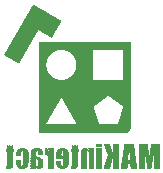
<source format=gbo>
G04*
G04 #@! TF.GenerationSoftware,Altium Limited,Altium Designer,19.0.14 (431)*
G04*
G04 Layer_Color=32896*
%FSLAX44Y44*%
%MOMM*%
G71*
G01*
G75*
G36*
X146400Y349131D02*
X146346D01*
Y349184D01*
X146400D01*
Y349131D01*
D02*
G37*
G36*
X148108Y348170D02*
X148054D01*
Y348223D01*
X148108D01*
Y348170D01*
D02*
G37*
G36*
X156221Y343473D02*
X156168D01*
Y343526D01*
X156221D01*
Y343473D01*
D02*
G37*
G36*
X144371Y350305D02*
X144318D01*
Y350252D01*
X144478D01*
Y350198D01*
X144531D01*
Y350145D01*
X144638D01*
Y350092D01*
X144745D01*
Y350038D01*
X144798D01*
Y349985D01*
X144905D01*
Y349931D01*
X144958D01*
Y349878D01*
X145065D01*
Y349931D01*
X145119D01*
Y349825D01*
X145172D01*
Y349771D01*
X145279D01*
Y349718D01*
X145439D01*
Y349665D01*
X145492D01*
Y349558D01*
X145652D01*
Y349505D01*
X145706D01*
Y349451D01*
X145812D01*
Y349398D01*
X145919D01*
Y349344D01*
X145973D01*
Y349291D01*
X146133D01*
Y349238D01*
X146240D01*
Y349184D01*
X146293D01*
Y349131D01*
X146346D01*
Y349077D01*
X146453D01*
Y349024D01*
X146560D01*
Y348971D01*
X146720D01*
Y348917D01*
X146773D01*
Y348864D01*
X146827D01*
Y348811D01*
X146987D01*
Y348704D01*
X147093D01*
Y348650D01*
X147200D01*
Y348597D01*
X147254D01*
Y348544D01*
X147414D01*
Y348490D01*
X147521D01*
Y348437D01*
X147627D01*
Y348383D01*
X147734D01*
Y348277D01*
X147788D01*
Y348223D01*
X147894D01*
Y348277D01*
X147948D01*
Y348170D01*
X148054D01*
Y348117D01*
X148161D01*
Y348063D01*
X148215D01*
Y348010D01*
X148321D01*
Y347957D01*
X148375D01*
Y347903D01*
X148535D01*
Y347850D01*
X148588D01*
Y347796D01*
X148748D01*
Y347743D01*
X148802D01*
Y347690D01*
X148962D01*
Y347583D01*
X149069D01*
Y347529D01*
X149175D01*
Y347476D01*
X149229D01*
Y347423D01*
X149335D01*
Y347369D01*
X149442D01*
Y347316D01*
X149496D01*
Y347263D01*
X149602D01*
Y347209D01*
X149709D01*
Y347156D01*
X149816D01*
Y347102D01*
X149869D01*
Y347049D01*
X149923D01*
Y347102D01*
X149976D01*
Y347049D01*
X150029D01*
Y346942D01*
X150190D01*
Y346889D01*
X150243D01*
Y346836D01*
X150350D01*
Y346782D01*
X150403D01*
Y346729D01*
X150456D01*
Y346782D01*
X150510D01*
Y346675D01*
X150617D01*
Y346622D01*
X150777D01*
Y346569D01*
X150830D01*
Y346515D01*
X150937D01*
Y346462D01*
X150990D01*
Y346409D01*
X151150D01*
Y346355D01*
X151204D01*
Y346302D01*
X151311D01*
Y346248D01*
X151364D01*
Y346195D01*
X151471D01*
Y346142D01*
X151577D01*
Y346035D01*
X151631D01*
Y346088D01*
X151684D01*
Y346035D01*
X151737D01*
Y345981D01*
X151844D01*
Y345928D01*
X151898D01*
Y345875D01*
X152004D01*
Y345821D01*
X152111D01*
Y345768D01*
X152218D01*
Y345715D01*
X152325D01*
Y345661D01*
X152431D01*
Y345555D01*
X152485D01*
Y345608D01*
X152538D01*
Y345501D01*
X152645D01*
Y345448D01*
X152752D01*
Y345394D01*
X152858D01*
Y345288D01*
X153019D01*
Y345234D01*
X153125D01*
Y345181D01*
X153232D01*
Y345127D01*
X153286D01*
Y345074D01*
X153392D01*
Y345021D01*
X153499D01*
Y344967D01*
X153606D01*
Y344914D01*
X153713D01*
Y344860D01*
X153819D01*
Y344754D01*
X153926D01*
Y344700D01*
X153979D01*
Y344647D01*
X154139D01*
Y344594D01*
X154246D01*
Y344540D01*
X154353D01*
Y344487D01*
X154406D01*
Y344434D01*
X154460D01*
Y344380D01*
X154513D01*
Y344434D01*
X154567D01*
Y344327D01*
X154673D01*
Y344380D01*
X154727D01*
Y344327D01*
X154780D01*
Y344220D01*
X154887D01*
Y344167D01*
X154994D01*
Y344113D01*
X155100D01*
Y344007D01*
X155260D01*
Y343953D01*
X155314D01*
Y343900D01*
X155367D01*
Y343846D01*
X155527D01*
Y343793D01*
X155634D01*
Y343740D01*
X155741D01*
Y343686D01*
X155848D01*
Y343633D01*
X155901D01*
Y343579D01*
X155955D01*
Y343526D01*
X156008D01*
Y343579D01*
X155955D01*
Y343633D01*
X156008D01*
Y343579D01*
X156061D01*
Y343473D01*
X156168D01*
Y343419D01*
X156221D01*
Y343366D01*
X156382D01*
Y343312D01*
X156488D01*
Y343206D01*
X156595D01*
Y343152D01*
X156648D01*
Y343099D01*
X156702D01*
Y343152D01*
X156755D01*
Y343099D01*
X156809D01*
Y343046D01*
X156915D01*
Y342992D01*
X157022D01*
Y342939D01*
X157129D01*
Y342832D01*
X157182D01*
Y342886D01*
X157289D01*
Y342832D01*
X157342D01*
Y342725D01*
X157449D01*
Y342672D01*
X157556D01*
Y342619D01*
X157609D01*
Y342565D01*
X157769D01*
Y342512D01*
X157876D01*
Y342458D01*
X157929D01*
Y342405D01*
X157983D01*
Y342352D01*
X158090D01*
Y342298D01*
X158196D01*
Y342245D01*
X158357D01*
Y342192D01*
X158410D01*
Y342138D01*
X158463D01*
Y342085D01*
X158623D01*
Y341978D01*
X158730D01*
Y341925D01*
X158890D01*
Y341818D01*
X159050D01*
Y341764D01*
X159157D01*
Y341658D01*
X159211D01*
Y341711D01*
X159264D01*
Y341658D01*
X159317D01*
Y341604D01*
X159371D01*
Y341551D01*
X159478D01*
Y341498D01*
X159584D01*
Y341444D01*
X159691D01*
Y341391D01*
X159798D01*
Y341338D01*
X159851D01*
Y341284D01*
X159958D01*
Y341231D01*
X160011D01*
Y341177D01*
X160065D01*
Y341231D01*
X160118D01*
Y341177D01*
X160171D01*
Y341124D01*
X160225D01*
Y341017D01*
X160438D01*
Y340964D01*
X160545D01*
Y340910D01*
X160652D01*
Y340857D01*
X160758D01*
Y340804D01*
X160812D01*
Y340750D01*
X160919D01*
Y340697D01*
X160972D01*
Y340644D01*
X161025D01*
Y340697D01*
X161079D01*
Y340644D01*
X161132D01*
Y340537D01*
X161239D01*
Y340484D01*
X161346D01*
Y340430D01*
X161399D01*
Y340377D01*
X161506D01*
Y340323D01*
X161613D01*
Y340270D01*
X161719D01*
Y340163D01*
X161773D01*
Y340217D01*
X161826D01*
Y340163D01*
X161933D01*
Y340110D01*
X162040D01*
Y340056D01*
X162093D01*
Y340003D01*
X162200D01*
Y339950D01*
X162253D01*
Y339896D01*
X162413D01*
Y339843D01*
X162467D01*
Y339790D01*
X162520D01*
Y339736D01*
X162573D01*
Y339683D01*
X162627D01*
Y339736D01*
X162680D01*
Y339629D01*
X162840D01*
Y339576D01*
X162894D01*
Y339523D01*
X163000D01*
Y339469D01*
X163107D01*
Y339416D01*
X163214D01*
Y339362D01*
X163321D01*
Y339309D01*
X163374D01*
Y339256D01*
X163481D01*
Y339202D01*
X163534D01*
Y339149D01*
X163588D01*
Y339096D01*
X163748D01*
Y338989D01*
X163908D01*
Y338936D01*
X163961D01*
Y338882D01*
X164068D01*
Y338829D01*
X164228D01*
Y338775D01*
X164335D01*
Y338722D01*
X164388D01*
Y338669D01*
X164495D01*
Y338615D01*
X164602D01*
Y338562D01*
X164709D01*
Y338508D01*
X164762D01*
Y338455D01*
X164815D01*
Y338508D01*
X164869D01*
Y338402D01*
X164922D01*
Y338348D01*
X165029D01*
Y338295D01*
X165136D01*
Y338242D01*
X165189D01*
Y338188D01*
X165242D01*
Y338135D01*
X165456D01*
Y338081D01*
X165509D01*
Y338028D01*
X165563D01*
Y337975D01*
X165616D01*
Y338028D01*
X165669D01*
Y337921D01*
X165776D01*
Y337868D01*
X165830D01*
Y337814D01*
X165990D01*
Y337708D01*
X166096D01*
Y337761D01*
X166150D01*
Y337708D01*
X166203D01*
Y337601D01*
X166257D01*
Y337548D01*
X166417D01*
Y337494D01*
X166523D01*
Y337441D01*
X166630D01*
Y337334D01*
X166684D01*
Y337388D01*
X166737D01*
Y337334D01*
X166844D01*
Y337281D01*
X166950D01*
Y337227D01*
X167004D01*
Y337174D01*
X167057D01*
Y337121D01*
X167164D01*
Y337067D01*
X167217D01*
Y337014D01*
X167324D01*
Y336960D01*
X167377D01*
Y336907D01*
X167484D01*
Y336854D01*
X167538D01*
Y336800D01*
X167698D01*
Y336747D01*
X167805D01*
Y336694D01*
X167965D01*
Y336640D01*
X168018D01*
Y336587D01*
X168071D01*
Y336533D01*
X168232D01*
Y336427D01*
X168338D01*
Y336373D01*
X168285D01*
Y336320D01*
X168232D01*
Y336213D01*
X168178D01*
Y336106D01*
X168125D01*
Y335946D01*
X168018D01*
Y335840D01*
X167965D01*
Y335733D01*
X167911D01*
Y335679D01*
X167858D01*
Y335573D01*
X167805D01*
Y335466D01*
X167698D01*
Y335306D01*
X167644D01*
Y335199D01*
X167591D01*
Y335146D01*
X167538D01*
Y335092D01*
X167484D01*
Y334879D01*
X167377D01*
Y334772D01*
X167431D01*
Y334719D01*
X167324D01*
Y334612D01*
X167217D01*
Y334558D01*
X167271D01*
Y334505D01*
X167217D01*
Y334452D01*
X167164D01*
Y334345D01*
X167111D01*
Y334291D01*
X167057D01*
Y334238D01*
X167004D01*
Y334131D01*
X166950D01*
Y333971D01*
X166897D01*
Y333865D01*
X166844D01*
Y333811D01*
X166790D01*
Y333758D01*
X166737D01*
Y333651D01*
X166684D01*
Y333544D01*
X166630D01*
Y333438D01*
X166577D01*
Y333331D01*
X166470D01*
Y333277D01*
X166523D01*
Y333224D01*
X166470D01*
Y333171D01*
X166417D01*
Y333117D01*
X166363D01*
Y333064D01*
X166310D01*
Y332904D01*
X166257D01*
Y332797D01*
X166203D01*
Y332690D01*
X166150D01*
Y332583D01*
X166096D01*
Y332477D01*
X165990D01*
Y332423D01*
X166043D01*
Y332370D01*
X165936D01*
Y332263D01*
X165883D01*
Y332103D01*
X165830D01*
Y332050D01*
X165776D01*
Y331996D01*
X165669D01*
Y331943D01*
X165723D01*
Y331889D01*
X165669D01*
Y331783D01*
X165616D01*
Y331676D01*
X165563D01*
Y331623D01*
X165509D01*
Y331569D01*
X165456D01*
Y331462D01*
X165509D01*
Y331409D01*
X165456D01*
Y331356D01*
X165403D01*
Y331302D01*
X165349D01*
Y331195D01*
X165296D01*
Y331089D01*
X165189D01*
Y330982D01*
X165136D01*
Y330875D01*
X165082D01*
Y330822D01*
X165029D01*
Y330715D01*
X164975D01*
Y330608D01*
X164922D01*
Y330502D01*
X164869D01*
Y330395D01*
X164815D01*
Y330288D01*
X164762D01*
Y330235D01*
X164709D01*
Y330128D01*
X164655D01*
Y330021D01*
X164602D01*
Y329914D01*
X164495D01*
Y329754D01*
X164388D01*
Y329541D01*
X164282D01*
Y329381D01*
X164228D01*
Y329327D01*
X164175D01*
Y329167D01*
X164121D01*
Y329114D01*
X164068D01*
Y329007D01*
X164015D01*
Y328954D01*
X163961D01*
Y328847D01*
X163908D01*
Y328740D01*
X163855D01*
Y328633D01*
X163801D01*
Y328580D01*
X163748D01*
Y328473D01*
X163641D01*
Y328313D01*
X163588D01*
Y328206D01*
X163534D01*
Y328100D01*
X163481D01*
Y327993D01*
X163428D01*
Y327833D01*
X163321D01*
Y327726D01*
X163267D01*
Y327673D01*
X163214D01*
Y327512D01*
X163107D01*
Y327299D01*
X163054D01*
Y327352D01*
X163000D01*
Y327245D01*
X162947D01*
Y327085D01*
X162894D01*
Y326979D01*
X162840D01*
Y326925D01*
X162787D01*
Y326765D01*
X162734D01*
Y326712D01*
X162680D01*
Y326552D01*
X162573D01*
Y326391D01*
X162467D01*
Y326285D01*
X162413D01*
Y326178D01*
X162360D01*
Y326124D01*
X162306D01*
Y326018D01*
X162253D01*
Y325964D01*
X162200D01*
Y325911D01*
X162253D01*
Y325858D01*
X162200D01*
Y325804D01*
X162146D01*
Y325698D01*
X162093D01*
Y325591D01*
X162040D01*
Y325484D01*
X161986D01*
Y325431D01*
X161933D01*
Y325271D01*
X161826D01*
Y325110D01*
X161773D01*
Y325057D01*
X161719D01*
Y325004D01*
X161666D01*
Y324897D01*
X161613D01*
Y324790D01*
X161559D01*
Y324737D01*
X161506D01*
Y324576D01*
X161453D01*
Y324523D01*
X161399D01*
Y324363D01*
X161292D01*
Y324310D01*
X161346D01*
Y324256D01*
X161292D01*
Y324203D01*
X161239D01*
Y324150D01*
X161186D01*
Y324043D01*
X161132D01*
Y323936D01*
X161079D01*
Y323883D01*
X161025D01*
Y323776D01*
X160972D01*
Y323722D01*
X160919D01*
Y323616D01*
X160865D01*
Y323509D01*
X160812D01*
Y323456D01*
X160758D01*
Y323295D01*
X160705D01*
Y323189D01*
X160652D01*
Y323082D01*
X160598D01*
Y323029D01*
X160545D01*
Y322922D01*
X160492D01*
Y322868D01*
X160438D01*
Y322762D01*
X160385D01*
Y322655D01*
X160331D01*
Y322548D01*
X160278D01*
Y322495D01*
X160225D01*
Y322388D01*
X160278D01*
Y322335D01*
X160118D01*
Y322281D01*
X160171D01*
Y322228D01*
X160118D01*
Y322174D01*
X160065D01*
Y322014D01*
X160011D01*
Y322068D01*
X159958D01*
Y322174D01*
X159904D01*
Y322121D01*
X159798D01*
Y322174D01*
X159851D01*
Y322228D01*
X159744D01*
Y322281D01*
X159638D01*
Y322335D01*
X159531D01*
Y322388D01*
X159424D01*
Y322441D01*
X159371D01*
Y322495D01*
X159264D01*
Y322548D01*
X159211D01*
Y322602D01*
X159104D01*
Y322655D01*
X158997D01*
Y322708D01*
X158890D01*
Y322762D01*
X158730D01*
Y322815D01*
X158677D01*
Y322922D01*
X158623D01*
Y322868D01*
X158517D01*
Y322975D01*
X158463D01*
Y323029D01*
X158357D01*
Y323082D01*
X158250D01*
Y323135D01*
X158143D01*
Y323189D01*
X158090D01*
Y323242D01*
X157983D01*
Y323295D01*
X157876D01*
Y323349D01*
X157769D01*
Y323402D01*
X157716D01*
Y323456D01*
X157609D01*
Y323509D01*
X157449D01*
Y323562D01*
X157396D01*
Y323669D01*
X157342D01*
Y323616D01*
X157289D01*
Y323669D01*
X157182D01*
Y323776D01*
X157022D01*
Y323829D01*
X156969D01*
Y323883D01*
X156862D01*
Y323936D01*
X156755D01*
Y323989D01*
X156702D01*
Y324043D01*
X156595D01*
Y324096D01*
X156435D01*
Y324150D01*
X156382D01*
Y324203D01*
X156328D01*
Y324256D01*
X156168D01*
Y324310D01*
X156115D01*
Y324363D01*
X156008D01*
Y324416D01*
X155901D01*
Y324470D01*
X155848D01*
Y324523D01*
X155688D01*
Y324630D01*
X155581D01*
Y324683D01*
X155474D01*
Y324737D01*
X155367D01*
Y324790D01*
X155260D01*
Y324843D01*
X155154D01*
Y324897D01*
X155047D01*
Y324950D01*
X154940D01*
Y325004D01*
X154887D01*
Y325057D01*
X154833D01*
Y325110D01*
X154727D01*
Y325164D01*
X154620D01*
Y325217D01*
X154567D01*
Y325271D01*
X154460D01*
Y325324D01*
X154353D01*
Y325377D01*
X154300D01*
Y325431D01*
X154193D01*
Y325484D01*
X154086D01*
Y325537D01*
X154033D01*
Y325484D01*
X153979D01*
Y325591D01*
X153873D01*
Y325644D01*
X153766D01*
Y325698D01*
X153659D01*
Y325751D01*
X153552D01*
Y325804D01*
X153446D01*
Y325911D01*
X153339D01*
Y325964D01*
X153286D01*
Y326018D01*
X153179D01*
Y326071D01*
X153072D01*
Y326124D01*
X153019D01*
Y326178D01*
X152912D01*
Y326231D01*
X152805D01*
Y326285D01*
X152752D01*
Y326231D01*
X152698D01*
Y326285D01*
X152645D01*
Y326338D01*
X152592D01*
Y326391D01*
X152431D01*
Y326445D01*
X152378D01*
Y326498D01*
X152325D01*
Y326552D01*
X152164D01*
Y326605D01*
X152111D01*
Y326658D01*
X152058D01*
Y326712D01*
X151951D01*
Y326765D01*
X151898D01*
Y326819D01*
X151737D01*
Y326872D01*
X151684D01*
Y326925D01*
X151631D01*
Y326979D01*
X151417D01*
Y327085D01*
X151311D01*
Y327139D01*
X151150D01*
Y327192D01*
X151097D01*
Y327245D01*
X150990D01*
Y327299D01*
X150883D01*
Y327352D01*
X150830D01*
Y327406D01*
X150777D01*
Y327459D01*
X150617D01*
Y327566D01*
X150456D01*
Y327619D01*
X150403D01*
Y327673D01*
X150350D01*
Y327726D01*
X150243D01*
Y327779D01*
X150083D01*
Y327833D01*
X149976D01*
Y327886D01*
X149869D01*
Y327939D01*
X149816D01*
Y327993D01*
X149709D01*
Y328046D01*
X149602D01*
Y328100D01*
X149496D01*
Y328153D01*
X149442D01*
Y328206D01*
X149389D01*
Y328260D01*
X149282D01*
Y328313D01*
X149175D01*
Y328367D01*
X149122D01*
Y328420D01*
X149069D01*
Y328473D01*
X148908D01*
Y328527D01*
X148855D01*
Y328580D01*
X148802D01*
Y328527D01*
X148748D01*
Y328633D01*
X148695D01*
Y328580D01*
X148588D01*
Y328473D01*
X148481D01*
Y328313D01*
X148428D01*
Y328260D01*
X148375D01*
Y328100D01*
X148321D01*
Y328046D01*
X148268D01*
Y327939D01*
X148215D01*
Y327833D01*
X148161D01*
Y327726D01*
X148108D01*
Y327673D01*
X148054D01*
Y327566D01*
X148001D01*
Y327512D01*
X147948D01*
Y327299D01*
X147894D01*
Y327352D01*
X147841D01*
Y327192D01*
X147734D01*
Y327032D01*
X147681D01*
Y326925D01*
X147627D01*
Y326819D01*
X147574D01*
Y326765D01*
X147521D01*
Y326658D01*
X147467D01*
Y326552D01*
X147414D01*
Y326445D01*
X147360D01*
Y326391D01*
X147307D01*
Y326231D01*
X147200D01*
Y326071D01*
X147147D01*
Y326018D01*
X147093D01*
Y325858D01*
X146987D01*
Y325751D01*
X146933D01*
Y325644D01*
X146880D01*
Y325484D01*
X146773D01*
Y325271D01*
X146720D01*
Y325217D01*
X146666D01*
Y325164D01*
X146613D01*
Y325057D01*
X146560D01*
Y324950D01*
X146453D01*
Y324790D01*
X146346D01*
Y324737D01*
X146400D01*
Y324683D01*
X146293D01*
Y324523D01*
X146240D01*
Y324416D01*
X146133D01*
Y324203D01*
X146079D01*
Y324150D01*
X146026D01*
Y323989D01*
X145919D01*
Y323883D01*
X145973D01*
Y323829D01*
X145866D01*
Y323776D01*
X145812D01*
Y323722D01*
X145759D01*
Y323616D01*
X145706D01*
Y323562D01*
X145652D01*
Y323402D01*
X145599D01*
Y323349D01*
X145546D01*
Y323242D01*
X145492D01*
Y323135D01*
X145439D01*
Y322975D01*
X145385D01*
Y322922D01*
X145332D01*
Y322868D01*
X145279D01*
Y322708D01*
X145172D01*
Y322602D01*
X145119D01*
Y322441D01*
X145012D01*
Y322335D01*
X144958D01*
Y322281D01*
X144905D01*
Y322174D01*
X144852D01*
Y322068D01*
X144798D01*
Y321961D01*
X144745D01*
Y321801D01*
X144638D01*
Y321641D01*
X144585D01*
Y321587D01*
X144531D01*
Y321481D01*
X144478D01*
Y321374D01*
X144371D01*
Y321160D01*
X144318D01*
Y321107D01*
X144211D01*
Y320947D01*
X144158D01*
Y320893D01*
X144104D01*
Y320733D01*
X144051D01*
Y320626D01*
X143998D01*
Y320520D01*
X143944D01*
Y320413D01*
X143891D01*
Y320360D01*
X143837D01*
Y320306D01*
X143784D01*
Y320253D01*
X143837D01*
Y320200D01*
X143731D01*
Y320093D01*
X143677D01*
Y320039D01*
X143624D01*
Y319933D01*
X143570D01*
Y319826D01*
X143464D01*
Y319772D01*
X143517D01*
Y319719D01*
X143464D01*
Y319612D01*
X143410D01*
Y319506D01*
X143357D01*
Y319399D01*
X143304D01*
Y319345D01*
X143250D01*
Y319292D01*
X143304D01*
Y319239D01*
X143197D01*
Y319132D01*
X143144D01*
Y319079D01*
X143090D01*
Y318918D01*
X143037D01*
Y318865D01*
X142930D01*
Y318652D01*
X142823D01*
Y318491D01*
X142770D01*
Y318438D01*
X142717D01*
Y318331D01*
X142610D01*
Y318118D01*
X142556D01*
Y318064D01*
X142503D01*
Y317958D01*
X142450D01*
Y317904D01*
X142396D01*
Y317744D01*
X142289D01*
Y317584D01*
X142183D01*
Y317477D01*
X142129D01*
Y317370D01*
X142076D01*
Y317210D01*
X142022D01*
Y317104D01*
X141969D01*
Y316997D01*
X141916D01*
Y316943D01*
X141862D01*
Y316837D01*
X141809D01*
Y316783D01*
X141756D01*
Y316623D01*
X141649D01*
Y316463D01*
X141595D01*
Y316410D01*
X141542D01*
Y316303D01*
X141489D01*
Y316250D01*
X141435D01*
Y316196D01*
X141382D01*
Y316036D01*
X141329D01*
Y315876D01*
X141275D01*
Y315822D01*
X141222D01*
Y315716D01*
X141168D01*
Y315662D01*
X141115D01*
Y315555D01*
X141062D01*
Y315502D01*
X141008D01*
Y315395D01*
X140955D01*
Y315342D01*
X140902D01*
Y315235D01*
X140848D01*
Y315128D01*
X140795D01*
Y315075D01*
X140742D01*
Y314915D01*
X140688D01*
Y314862D01*
X140635D01*
Y314755D01*
X140581D01*
Y314595D01*
X140528D01*
Y314541D01*
X140475D01*
Y314435D01*
X140421D01*
Y314381D01*
X140368D01*
Y314221D01*
X140261D01*
Y314114D01*
X140208D01*
Y314007D01*
X140154D01*
Y313901D01*
X140101D01*
Y313847D01*
X140048D01*
Y313741D01*
X139994D01*
Y313687D01*
X139941D01*
Y313634D01*
X139994D01*
Y313580D01*
X139941D01*
Y313527D01*
X139887D01*
Y313474D01*
X139834D01*
Y313314D01*
X139781D01*
Y313260D01*
X139727D01*
Y313153D01*
X139674D01*
Y313100D01*
X139621D01*
Y312993D01*
X139567D01*
Y312887D01*
X139514D01*
Y312833D01*
X139460D01*
Y312780D01*
X139407D01*
Y312620D01*
X139354D01*
Y312566D01*
X139300D01*
Y312406D01*
X139247D01*
Y312353D01*
X139193D01*
Y312193D01*
X139087D01*
Y312033D01*
X139033D01*
Y311979D01*
X138980D01*
Y311926D01*
X138927D01*
Y311766D01*
X138873D01*
Y311712D01*
X138820D01*
Y311605D01*
X138766D01*
Y311499D01*
X138713D01*
Y311445D01*
X138660D01*
Y311339D01*
X138606D01*
Y311285D01*
X138553D01*
Y311178D01*
X138606D01*
Y311125D01*
X138499D01*
Y311072D01*
X138446D01*
Y310965D01*
X138393D01*
Y310858D01*
X138339D01*
Y310751D01*
X138233D01*
Y310591D01*
X138179D01*
Y310538D01*
X138126D01*
Y310378D01*
X138073D01*
Y310324D01*
X138019D01*
Y310218D01*
X138073D01*
Y310164D01*
X137912D01*
Y310004D01*
X137859D01*
Y309951D01*
X137806D01*
Y309897D01*
X137859D01*
Y309844D01*
X137806D01*
Y309791D01*
X137752D01*
Y309737D01*
X137699D01*
Y309684D01*
X137752D01*
Y309631D01*
X137646D01*
Y309684D01*
X137592D01*
Y309470D01*
X137539D01*
Y309417D01*
X137485D01*
Y309257D01*
X137379D01*
Y309097D01*
X137325D01*
Y309043D01*
X137272D01*
Y308883D01*
X137218D01*
Y308830D01*
X137165D01*
Y308723D01*
X137112D01*
Y308670D01*
X137058D01*
Y308510D01*
X136952D01*
Y308403D01*
X136898D01*
Y308296D01*
X136845D01*
Y308243D01*
X136791D01*
Y308136D01*
X136738D01*
Y308029D01*
X136685D01*
Y307922D01*
X136631D01*
Y307816D01*
X136578D01*
Y307762D01*
X136524D01*
Y307602D01*
X136471D01*
Y307549D01*
X136418D01*
Y307442D01*
X136364D01*
Y307335D01*
X136311D01*
Y307228D01*
X136204D01*
Y307122D01*
X136151D01*
Y307068D01*
X136204D01*
Y307015D01*
X136097D01*
Y306908D01*
X136044D01*
Y306801D01*
X135991D01*
Y306748D01*
X135937D01*
Y306641D01*
X135884D01*
Y306535D01*
X135831D01*
Y306428D01*
X135777D01*
Y306321D01*
X135724D01*
Y306268D01*
X135670D01*
Y306161D01*
X135617D01*
Y306107D01*
X135564D01*
Y306054D01*
X135510D01*
Y305894D01*
X135457D01*
Y305787D01*
X135403D01*
Y305734D01*
X135350D01*
Y305627D01*
X135297D01*
Y305574D01*
X135243D01*
Y305413D01*
X135190D01*
Y305253D01*
X135083D01*
Y305200D01*
X135030D01*
Y305093D01*
X135083D01*
Y305040D01*
X135030D01*
Y304986D01*
X134977D01*
Y304933D01*
X134870D01*
Y304773D01*
X134816D01*
Y304666D01*
X134710D01*
Y304506D01*
X134656D01*
Y304399D01*
X134603D01*
Y304346D01*
X134550D01*
Y304239D01*
X134496D01*
Y304132D01*
X134443D01*
Y304079D01*
X134389D01*
Y303972D01*
X134336D01*
Y303866D01*
X134283D01*
Y303812D01*
X134229D01*
Y303652D01*
X134176D01*
Y303545D01*
X134069D01*
Y303385D01*
X133962D01*
Y303332D01*
X134016D01*
Y303278D01*
X133962D01*
Y303225D01*
X133909D01*
Y303172D01*
X133856D01*
Y302958D01*
X133802D01*
Y302905D01*
X133749D01*
Y302851D01*
X133695D01*
Y302745D01*
X133642D01*
Y302691D01*
X133589D01*
Y302584D01*
X133535D01*
Y302424D01*
X133428D01*
Y302264D01*
X133322D01*
Y302157D01*
X133268D01*
Y302051D01*
X133215D01*
Y301891D01*
X133162D01*
Y301837D01*
X133108D01*
Y301677D01*
X133001D01*
Y301517D01*
X132948D01*
Y301464D01*
X132895D01*
Y301357D01*
X132841D01*
Y301303D01*
X132788D01*
Y301197D01*
X132735D01*
Y301143D01*
X132681D01*
Y301036D01*
X132735D01*
Y300983D01*
X132628D01*
Y300930D01*
X132575D01*
Y300770D01*
X132521D01*
Y300716D01*
X132468D01*
Y300609D01*
X132414D01*
Y300556D01*
X132361D01*
Y300396D01*
X132308D01*
Y300343D01*
X132254D01*
Y300236D01*
X132147D01*
Y300289D01*
X131987D01*
Y300396D01*
X131934D01*
Y300343D01*
X131827D01*
Y300396D01*
X131774D01*
Y300503D01*
X131614D01*
Y300556D01*
X131560D01*
Y300609D01*
X131454D01*
Y300663D01*
X131347D01*
Y300716D01*
X131240D01*
Y300770D01*
X131133D01*
Y300823D01*
X131026D01*
Y300930D01*
X130920D01*
Y300983D01*
X130866D01*
Y301036D01*
X130706D01*
Y301143D01*
X130653D01*
Y301090D01*
X130599D01*
Y301143D01*
X130493D01*
Y301250D01*
X130386D01*
Y301303D01*
X130279D01*
Y301357D01*
X130172D01*
Y301410D01*
X130066D01*
Y301464D01*
X129959D01*
Y301517D01*
X129852D01*
Y301570D01*
X129745D01*
Y301624D01*
X129692D01*
Y301677D01*
X129639D01*
Y301624D01*
X129585D01*
Y301730D01*
X129532D01*
Y301784D01*
X129425D01*
Y301837D01*
X129318D01*
Y301891D01*
X129265D01*
Y301944D01*
X129158D01*
Y301997D01*
X129052D01*
Y302051D01*
X128998D01*
Y302104D01*
X128891D01*
Y302157D01*
X128731D01*
Y302211D01*
X128678D01*
Y302264D01*
X128624D01*
Y302211D01*
X128571D01*
Y302318D01*
X128464D01*
Y302424D01*
X128358D01*
Y302371D01*
X128304D01*
Y302478D01*
X128251D01*
Y302531D01*
X128144D01*
Y302584D01*
X128091D01*
Y302531D01*
X128037D01*
Y302638D01*
X127984D01*
Y302691D01*
X127930D01*
Y302745D01*
X127770D01*
Y302798D01*
X127664D01*
Y302851D01*
X127557D01*
Y302905D01*
X127503D01*
Y302958D01*
X127397D01*
Y303011D01*
X127290D01*
Y303065D01*
X127183D01*
Y303118D01*
X127023D01*
Y303172D01*
X126970D01*
Y303278D01*
X126863D01*
Y303332D01*
X126810D01*
Y303278D01*
X126756D01*
Y303385D01*
X126703D01*
Y303438D01*
X126543D01*
Y303492D01*
X126489D01*
Y303545D01*
X126383D01*
Y303599D01*
X126276D01*
Y303652D01*
X126169D01*
Y303705D01*
X126009D01*
Y303812D01*
X125902D01*
Y303866D01*
X125742D01*
Y303919D01*
X125689D01*
Y303972D01*
X125582D01*
Y304026D01*
X125475D01*
Y304132D01*
X125368D01*
Y304186D01*
X125262D01*
Y304239D01*
X125208D01*
Y304293D01*
X125048D01*
Y304346D01*
X124995D01*
Y304399D01*
X124888D01*
Y304453D01*
X124834D01*
Y304506D01*
X124781D01*
Y304453D01*
X124728D01*
Y304506D01*
X124674D01*
Y304559D01*
X124621D01*
Y304613D01*
X124568D01*
Y304559D01*
X124514D01*
Y304666D01*
X124461D01*
Y304720D01*
X124301D01*
Y304773D01*
X124194D01*
Y304826D01*
X124141D01*
Y304880D01*
X124034D01*
Y304933D01*
X123927D01*
Y304986D01*
X123874D01*
Y305040D01*
X123767D01*
Y305093D01*
X123714D01*
Y305147D01*
X123553D01*
Y305200D01*
X123500D01*
Y305253D01*
X123393D01*
Y305307D01*
X123340D01*
Y305360D01*
X123287D01*
Y305307D01*
X123233D01*
Y305360D01*
X123180D01*
Y305467D01*
X123073D01*
Y305413D01*
X123020D01*
Y305520D01*
X122966D01*
Y305574D01*
X122913D01*
Y305627D01*
X122753D01*
Y305680D01*
X122646D01*
Y305734D01*
X122593D01*
Y305787D01*
X122486D01*
Y305841D01*
X122379D01*
Y305894D01*
X122272D01*
Y305947D01*
X122166D01*
Y306001D01*
X122059D01*
Y306054D01*
X121952D01*
Y306107D01*
X121899D01*
Y306161D01*
X121845D01*
Y306214D01*
X121792D01*
Y306268D01*
X121739D01*
Y306214D01*
X121685D01*
Y306321D01*
X121525D01*
Y306374D01*
X121472D01*
Y306428D01*
X121365D01*
Y306481D01*
X121312D01*
Y306535D01*
X121205D01*
Y306588D01*
X121098D01*
Y306641D01*
X121045D01*
Y306588D01*
X120991D01*
Y306695D01*
X120885D01*
Y306748D01*
X120778D01*
Y306855D01*
X120671D01*
Y306908D01*
X120511D01*
Y306961D01*
X120457D01*
Y307015D01*
X120351D01*
Y307122D01*
X120297D01*
Y307068D01*
X120244D01*
Y307122D01*
X120191D01*
Y307175D01*
X120137D01*
Y307228D01*
X119977D01*
Y307282D01*
X119924D01*
Y307335D01*
X119817D01*
Y307388D01*
X119657D01*
Y307442D01*
X119603D01*
Y307495D01*
X119497D01*
Y307549D01*
X119550D01*
Y307602D01*
X119603D01*
Y307709D01*
X119657D01*
Y307869D01*
X119710D01*
Y307922D01*
X119763D01*
Y307976D01*
X119817D01*
Y308083D01*
X119870D01*
Y308136D01*
X119924D01*
Y308243D01*
X119977D01*
Y308349D01*
X120030D01*
Y308403D01*
X120084D01*
Y308456D01*
X120137D01*
Y308616D01*
X120191D01*
Y308670D01*
X120244D01*
Y308830D01*
X120297D01*
Y308937D01*
X120351D01*
Y309043D01*
X120404D01*
Y309150D01*
X120457D01*
Y309203D01*
X120511D01*
Y309364D01*
X120618D01*
Y309470D01*
X120671D01*
Y309524D01*
X120724D01*
Y309631D01*
X120778D01*
Y309737D01*
X120831D01*
Y309791D01*
X120885D01*
Y309897D01*
X120938D01*
Y309951D01*
X120991D01*
Y310111D01*
X121045D01*
Y310218D01*
X121098D01*
Y310324D01*
X121151D01*
Y310431D01*
X121205D01*
Y310485D01*
X121258D01*
Y310538D01*
X121312D01*
Y310645D01*
X121365D01*
Y310751D01*
X121418D01*
Y310805D01*
X121365D01*
Y310858D01*
X121472D01*
Y310912D01*
X121525D01*
Y311072D01*
X121632D01*
Y311232D01*
X121739D01*
Y311392D01*
X121792D01*
Y311499D01*
X121845D01*
Y311659D01*
X121952D01*
Y311766D01*
X122005D01*
Y311872D01*
X122059D01*
Y311926D01*
X122112D01*
Y311979D01*
X122166D01*
Y312139D01*
X122219D01*
Y312193D01*
X122272D01*
Y312353D01*
X122326D01*
Y312406D01*
X122379D01*
Y312513D01*
X122432D01*
Y312566D01*
X122486D01*
Y312726D01*
X122539D01*
Y312780D01*
X122593D01*
Y312887D01*
X122646D01*
Y312993D01*
X122699D01*
Y313100D01*
X122753D01*
Y313153D01*
X122806D01*
Y313260D01*
X122859D01*
Y313314D01*
X122913D01*
Y313420D01*
X122966D01*
Y313527D01*
X123020D01*
Y313634D01*
X123073D01*
Y313687D01*
X123126D01*
Y313847D01*
X123180D01*
Y313901D01*
X123233D01*
Y314007D01*
X123287D01*
Y314061D01*
X123340D01*
Y314168D01*
X123393D01*
Y314221D01*
X123447D01*
Y314328D01*
X123393D01*
Y314381D01*
X123500D01*
Y314435D01*
X123553D01*
Y314595D01*
X123660D01*
Y314648D01*
X123714D01*
Y314755D01*
X123767D01*
Y314968D01*
X123820D01*
Y315022D01*
X123874D01*
Y315128D01*
X123927D01*
Y315182D01*
X123981D01*
Y315289D01*
X124034D01*
Y315342D01*
X124087D01*
Y315502D01*
X124141D01*
Y315555D01*
X124194D01*
Y315662D01*
X124247D01*
Y315716D01*
X124301D01*
Y315769D01*
X124354D01*
Y315929D01*
X124408D01*
Y315983D01*
X124461D01*
Y316036D01*
X124514D01*
Y316250D01*
X124568D01*
Y316303D01*
X124621D01*
Y316410D01*
X124674D01*
Y316463D01*
X124728D01*
Y316623D01*
X124834D01*
Y316783D01*
X124888D01*
Y316837D01*
X124941D01*
Y316890D01*
X124995D01*
Y317050D01*
X125048D01*
Y317104D01*
X125101D01*
Y317210D01*
X125155D01*
Y317317D01*
X125262D01*
Y317370D01*
X125208D01*
Y317424D01*
X125262D01*
Y317530D01*
X125315D01*
Y317584D01*
X125368D01*
Y317691D01*
X125422D01*
Y317744D01*
X125475D01*
Y317904D01*
X125528D01*
Y317958D01*
X125582D01*
Y318011D01*
X125635D01*
Y318118D01*
X125689D01*
Y318171D01*
X125742D01*
Y318278D01*
X125795D01*
Y318385D01*
X125849D01*
Y318491D01*
X125902D01*
Y318652D01*
X125955D01*
Y318705D01*
X126009D01*
Y318812D01*
X126062D01*
Y318918D01*
X126116D01*
Y319025D01*
X126169D01*
Y319079D01*
X126222D01*
Y319132D01*
X126169D01*
Y319185D01*
X126276D01*
Y319292D01*
X126383D01*
Y319399D01*
X126436D01*
Y319559D01*
X126543D01*
Y319719D01*
X126596D01*
Y319772D01*
X126649D01*
Y319933D01*
X126703D01*
Y320039D01*
X126756D01*
Y320093D01*
X126810D01*
Y320146D01*
X126863D01*
Y320253D01*
X126916D01*
Y320360D01*
X126970D01*
Y320413D01*
X127023D01*
Y320573D01*
X127077D01*
Y320626D01*
X127130D01*
Y320680D01*
X127183D01*
Y320840D01*
X127290D01*
Y321054D01*
X127397D01*
Y321214D01*
X127450D01*
Y321320D01*
X127503D01*
Y321374D01*
X127557D01*
Y321534D01*
X127664D01*
Y321641D01*
X127717D01*
Y321801D01*
X127824D01*
Y321961D01*
X127930D01*
Y322068D01*
X127984D01*
Y322121D01*
X127930D01*
Y322174D01*
X128037D01*
Y322335D01*
X128144D01*
Y322495D01*
X128197D01*
Y322602D01*
X128251D01*
Y322655D01*
X128304D01*
Y322815D01*
X128358D01*
Y322868D01*
X128464D01*
Y323082D01*
X128571D01*
Y323242D01*
X128678D01*
Y323349D01*
X128731D01*
Y323402D01*
X128678D01*
Y323456D01*
X128731D01*
Y323509D01*
X128785D01*
Y323616D01*
X128838D01*
Y323669D01*
X128891D01*
Y323776D01*
X128945D01*
Y323883D01*
X128998D01*
Y323989D01*
X129052D01*
Y324043D01*
X129105D01*
Y324150D01*
X129158D01*
Y324203D01*
X129212D01*
Y324310D01*
X129265D01*
Y324363D01*
X129318D01*
Y324470D01*
X129372D01*
Y324523D01*
X129318D01*
Y324576D01*
X129372D01*
Y324630D01*
X129425D01*
Y324737D01*
X129532D01*
Y324897D01*
X129585D01*
Y325057D01*
X129639D01*
Y325110D01*
X129692D01*
Y325164D01*
X129745D01*
Y325324D01*
X129852D01*
Y325431D01*
X129906D01*
Y325537D01*
X129959D01*
Y325591D01*
X130012D01*
Y325698D01*
X130066D01*
Y325804D01*
X130119D01*
Y325911D01*
X130172D01*
Y326071D01*
X130226D01*
Y326124D01*
X130279D01*
Y326231D01*
X130386D01*
Y326391D01*
X130439D01*
Y326445D01*
X130493D01*
Y326605D01*
X130546D01*
Y326658D01*
X130599D01*
Y326712D01*
X130653D01*
Y326819D01*
X130706D01*
Y326872D01*
X130760D01*
Y327032D01*
X130813D01*
Y327085D01*
X130866D01*
Y327192D01*
X130920D01*
Y327352D01*
X130973D01*
Y327406D01*
X131026D01*
Y327512D01*
X131080D01*
Y327566D01*
X131133D01*
Y327673D01*
X131187D01*
Y327726D01*
X131240D01*
Y327833D01*
X131293D01*
Y327939D01*
X131347D01*
Y327993D01*
X131400D01*
Y328100D01*
X131454D01*
Y328206D01*
X131507D01*
Y328260D01*
X131560D01*
Y328420D01*
X131667D01*
Y328633D01*
X131720D01*
Y328687D01*
X131774D01*
Y328793D01*
X131827D01*
Y328847D01*
X131881D01*
Y328900D01*
X131934D01*
Y329060D01*
X131987D01*
Y329114D01*
X132041D01*
Y329221D01*
X132094D01*
Y329327D01*
X132147D01*
Y329381D01*
X132201D01*
Y329487D01*
X132254D01*
Y329647D01*
X132308D01*
Y329701D01*
X132361D01*
Y329754D01*
X132414D01*
Y329914D01*
X132521D01*
Y330021D01*
X132468D01*
Y330075D01*
X132575D01*
Y330181D01*
X132628D01*
Y330235D01*
X132681D01*
Y330288D01*
X132735D01*
Y330395D01*
X132788D01*
Y330448D01*
X132841D01*
Y330662D01*
X132948D01*
Y330822D01*
X133001D01*
Y330875D01*
X133055D01*
Y330982D01*
X133108D01*
Y331142D01*
X133162D01*
Y331195D01*
X133268D01*
Y331302D01*
X133215D01*
Y331356D01*
X133322D01*
Y331409D01*
X133375D01*
Y331569D01*
X133428D01*
Y331623D01*
X133482D01*
Y331729D01*
X133589D01*
Y331943D01*
X133695D01*
Y332156D01*
X133749D01*
Y332210D01*
X133802D01*
Y332317D01*
X133856D01*
Y332370D01*
X133909D01*
Y332477D01*
X134016D01*
Y332530D01*
X133962D01*
Y332583D01*
X134016D01*
Y332637D01*
X134069D01*
Y332690D01*
X134122D01*
Y332850D01*
X134176D01*
Y332904D01*
X134229D01*
Y333010D01*
X134283D01*
Y333117D01*
X134336D01*
Y333224D01*
X134443D01*
Y333438D01*
X134550D01*
Y333598D01*
X134603D01*
Y333651D01*
X134656D01*
Y333704D01*
X134710D01*
Y333811D01*
X134763D01*
Y333971D01*
X134870D01*
Y334078D01*
X134923D01*
Y334185D01*
X134977D01*
Y334345D01*
X135083D01*
Y334398D01*
X135030D01*
Y334452D01*
X135083D01*
Y334505D01*
X135190D01*
Y334719D01*
X135243D01*
Y334772D01*
X135297D01*
Y334879D01*
X135350D01*
Y334985D01*
X135457D01*
Y335146D01*
X135510D01*
Y335252D01*
X135564D01*
Y335306D01*
X135617D01*
Y335359D01*
X135670D01*
Y335466D01*
X135724D01*
Y335573D01*
X135777D01*
Y335733D01*
X135831D01*
Y335840D01*
X135937D01*
Y335946D01*
X135991D01*
Y336053D01*
X136044D01*
Y336106D01*
X136097D01*
Y336160D01*
X136044D01*
Y336213D01*
X136151D01*
Y336373D01*
X136204D01*
Y336427D01*
X136258D01*
Y336480D01*
X136311D01*
Y336640D01*
X136364D01*
Y336694D01*
X136418D01*
Y336800D01*
X136471D01*
Y336907D01*
X136524D01*
Y337014D01*
X136578D01*
Y337121D01*
X136631D01*
Y337227D01*
X136738D01*
Y337334D01*
X136791D01*
Y337441D01*
X136845D01*
Y337494D01*
X136898D01*
Y337601D01*
X136952D01*
Y337708D01*
X137005D01*
Y337761D01*
X137058D01*
Y337868D01*
X137112D01*
Y337975D01*
X137165D01*
Y338081D01*
X137218D01*
Y338242D01*
X137272D01*
Y338295D01*
X137325D01*
Y338348D01*
X137379D01*
Y338402D01*
X137432D01*
Y338562D01*
X137485D01*
Y338615D01*
X137539D01*
Y338722D01*
X137592D01*
Y338775D01*
X137646D01*
Y338936D01*
X137699D01*
Y338989D01*
X137752D01*
Y339096D01*
X137806D01*
Y339202D01*
X137859D01*
Y339256D01*
X137912D01*
Y339362D01*
X137966D01*
Y339416D01*
X137912D01*
Y339469D01*
X138019D01*
Y339576D01*
X138073D01*
Y339683D01*
X138126D01*
Y339736D01*
X138179D01*
Y339843D01*
X138286D01*
Y340003D01*
X138339D01*
Y340056D01*
X138393D01*
Y340217D01*
X138446D01*
Y340270D01*
X138499D01*
Y340430D01*
X138553D01*
Y340484D01*
X138606D01*
Y340590D01*
X138660D01*
Y340697D01*
X138713D01*
Y340804D01*
X138766D01*
Y340857D01*
X138820D01*
Y340964D01*
X138873D01*
Y341017D01*
X138927D01*
Y341124D01*
X139033D01*
Y341177D01*
X138980D01*
Y341231D01*
X139033D01*
Y341338D01*
X139087D01*
Y341391D01*
X139140D01*
Y341498D01*
X139193D01*
Y341551D01*
X139247D01*
Y341764D01*
X139354D01*
Y341925D01*
X139460D01*
Y342085D01*
X139567D01*
Y342298D01*
X139621D01*
Y342352D01*
X139674D01*
Y342458D01*
X139781D01*
Y342619D01*
X139834D01*
Y342672D01*
X139887D01*
Y342832D01*
X139941D01*
Y342886D01*
X139994D01*
Y343046D01*
X140101D01*
Y343152D01*
X140048D01*
Y343206D01*
X140101D01*
Y343152D01*
X140154D01*
Y343206D01*
X140101D01*
Y343259D01*
X140208D01*
Y343366D01*
X140314D01*
Y343473D01*
X140368D01*
Y343633D01*
X140475D01*
Y343686D01*
X140421D01*
Y343740D01*
X140475D01*
Y343793D01*
X140528D01*
Y343900D01*
X140581D01*
Y343953D01*
X140635D01*
Y344113D01*
X140688D01*
Y344167D01*
X140742D01*
Y344220D01*
X140688D01*
Y344273D01*
X140742D01*
Y344327D01*
X140848D01*
Y344540D01*
X140955D01*
Y344647D01*
X141008D01*
Y344754D01*
X141115D01*
Y344914D01*
X141168D01*
Y345021D01*
X141222D01*
Y345127D01*
X141275D01*
Y345181D01*
X141329D01*
Y345288D01*
X141382D01*
Y345394D01*
X141435D01*
Y345448D01*
X141489D01*
Y345608D01*
X141595D01*
Y345715D01*
X141649D01*
Y345875D01*
X141756D01*
Y345928D01*
X141702D01*
Y345981D01*
X141809D01*
Y346088D01*
X141862D01*
Y346142D01*
X141916D01*
Y346302D01*
X141969D01*
Y346409D01*
X142022D01*
Y346515D01*
X142076D01*
Y346622D01*
X142129D01*
Y346675D01*
X142183D01*
Y346782D01*
X142236D01*
Y346889D01*
X142289D01*
Y346942D01*
X142343D01*
Y346996D01*
X142396D01*
Y347102D01*
X142450D01*
Y347156D01*
X142503D01*
Y347316D01*
X142556D01*
Y347423D01*
X142663D01*
Y347583D01*
X142717D01*
Y347690D01*
X142770D01*
Y347796D01*
X142823D01*
Y347903D01*
X142877D01*
Y348010D01*
X142983D01*
Y348063D01*
X142930D01*
Y348117D01*
X143037D01*
Y348223D01*
X143090D01*
Y348277D01*
X143037D01*
Y348330D01*
X143144D01*
Y348383D01*
X143197D01*
Y348544D01*
X143250D01*
Y348597D01*
X143304D01*
Y348704D01*
X143410D01*
Y348757D01*
X143357D01*
Y348811D01*
X143410D01*
Y348917D01*
X143464D01*
Y348971D01*
X143517D01*
Y349077D01*
X143570D01*
Y349184D01*
X143624D01*
Y349238D01*
X143677D01*
Y349344D01*
X143731D01*
Y349398D01*
X143784D01*
Y349505D01*
X143837D01*
Y349611D01*
X143891D01*
Y349665D01*
X143944D01*
Y349825D01*
X143998D01*
Y349878D01*
X144051D01*
Y350038D01*
X144104D01*
Y350092D01*
X144158D01*
Y350198D01*
X144211D01*
Y350305D01*
X144264D01*
Y350359D01*
X144371D01*
Y350305D01*
D02*
G37*
G36*
X165830Y337921D02*
X165776D01*
Y337975D01*
X165830D01*
Y337921D01*
D02*
G37*
G36*
X168392Y336427D02*
X168338D01*
Y336480D01*
X168392D01*
Y336427D01*
D02*
G37*
G36*
X156862Y323829D02*
X156809D01*
Y323883D01*
X156862D01*
Y323829D01*
D02*
G37*
G36*
X119817Y307282D02*
X119763D01*
Y307335D01*
X119817D01*
Y307282D01*
D02*
G37*
G36*
X125902Y303759D02*
X125849D01*
Y303812D01*
X125902D01*
Y303759D01*
D02*
G37*
G36*
X129959Y301410D02*
X129906D01*
Y301464D01*
X129959D01*
Y301410D01*
D02*
G37*
G36*
X130920Y300876D02*
X130866D01*
Y300930D01*
X130920D01*
Y300876D01*
D02*
G37*
G36*
X131454Y300556D02*
X131400D01*
Y300609D01*
X131454D01*
Y300556D01*
D02*
G37*
G36*
X227108Y247230D02*
X227055D01*
Y246430D01*
X227002D01*
Y246376D01*
X226948D01*
Y246323D01*
X227002D01*
Y246110D01*
X226948D01*
Y245843D01*
X226895D01*
Y245629D01*
X226842D01*
Y245362D01*
X226788D01*
Y245256D01*
X226842D01*
Y245202D01*
X226735D01*
Y245042D01*
X226681D01*
Y244935D01*
X226735D01*
Y244882D01*
X226628D01*
Y244775D01*
X226681D01*
Y244722D01*
X226628D01*
Y244668D01*
X226575D01*
Y244562D01*
X226521D01*
Y244455D01*
X226468D01*
Y244348D01*
X226415D01*
Y244135D01*
X226308D01*
Y244081D01*
X226361D01*
Y244028D01*
X226308D01*
Y243974D01*
X226254D01*
Y243868D01*
X226201D01*
Y243814D01*
X226148D01*
Y243708D01*
X226094D01*
Y243601D01*
X226041D01*
Y243547D01*
X225988D01*
Y243494D01*
X225934D01*
Y243387D01*
X225881D01*
Y243334D01*
X225827D01*
Y243281D01*
X225774D01*
Y243174D01*
X225721D01*
Y243120D01*
X225667D01*
Y243014D01*
X225614D01*
Y242960D01*
X225560D01*
Y242907D01*
X225507D01*
Y242854D01*
X225454D01*
Y242800D01*
X225400D01*
Y242747D01*
X225347D01*
Y242693D01*
X225294D01*
Y242640D01*
X225240D01*
Y242587D01*
X225187D01*
Y242640D01*
X225133D01*
Y242533D01*
X225080D01*
Y242480D01*
X225027D01*
Y242426D01*
X224920D01*
Y242373D01*
X224867D01*
Y242320D01*
X224760D01*
Y242213D01*
X224653D01*
Y242160D01*
X224546D01*
Y242106D01*
X224493D01*
Y242053D01*
X224333D01*
Y241999D01*
X224279D01*
Y241946D01*
X224173D01*
Y241893D01*
X224119D01*
Y241839D01*
X223906D01*
Y241733D01*
X223746D01*
Y241679D01*
X223532D01*
Y241626D01*
X223372D01*
Y241572D01*
X223158D01*
Y241519D01*
X222998D01*
Y241466D01*
X222838D01*
Y241412D01*
X222625D01*
Y241359D01*
X222358D01*
Y241306D01*
X222091D01*
Y241252D01*
X221984D01*
Y241199D01*
X221931D01*
Y241252D01*
X221717D01*
Y241199D01*
X221664D01*
Y241252D01*
X221611D01*
Y241199D01*
X221344D01*
Y241252D01*
X221290D01*
Y241199D01*
X221183D01*
Y241145D01*
X221130D01*
Y241199D01*
X221077D01*
Y241145D01*
X221023D01*
Y241252D01*
X220970D01*
Y241199D01*
X220917D01*
Y241252D01*
X220863D01*
Y241199D01*
X220810D01*
Y241252D01*
X220756D01*
Y241199D01*
X220703D01*
Y241252D01*
X220650D01*
Y241199D01*
X220596D01*
Y241252D01*
X220543D01*
Y241199D01*
X220490D01*
Y241252D01*
X220436D01*
Y241199D01*
X220383D01*
Y241252D01*
X220329D01*
Y241199D01*
X220276D01*
Y241252D01*
X220223D01*
Y241199D01*
X220169D01*
Y241252D01*
X220116D01*
Y241199D01*
X220063D01*
Y241252D01*
X220009D01*
Y241199D01*
X219956D01*
Y241252D01*
X219902D01*
Y241199D01*
X219849D01*
Y241252D01*
X219796D01*
Y241199D01*
X219742D01*
Y241252D01*
X219689D01*
Y241199D01*
X219636D01*
Y241252D01*
X219582D01*
Y241199D01*
X219529D01*
Y241252D01*
X219475D01*
Y241199D01*
X219422D01*
Y241252D01*
X219368D01*
Y241199D01*
X219315D01*
Y241252D01*
X219262D01*
Y241199D01*
X219208D01*
Y241252D01*
X219155D01*
Y241199D01*
X219102D01*
Y241252D01*
X219048D01*
Y241199D01*
X218995D01*
Y241252D01*
X218941D01*
Y241199D01*
X218888D01*
Y241252D01*
X218835D01*
Y241199D01*
X218781D01*
Y241252D01*
X218728D01*
Y241199D01*
X218675D01*
Y241252D01*
X218621D01*
Y241199D01*
X218568D01*
Y241252D01*
X218514D01*
Y241199D01*
X218461D01*
Y241252D01*
X218408D01*
Y241199D01*
X218354D01*
Y241252D01*
X218301D01*
Y241199D01*
X218248D01*
Y241252D01*
X218194D01*
Y241199D01*
X218141D01*
Y241252D01*
X218088D01*
Y241199D01*
X218034D01*
Y241252D01*
X217981D01*
Y241199D01*
X217927D01*
Y241252D01*
X217874D01*
Y241199D01*
X217821D01*
Y241252D01*
X217767D01*
Y241199D01*
X217714D01*
Y241252D01*
X217660D01*
Y241199D01*
X217607D01*
Y241252D01*
X217554D01*
Y241199D01*
X217500D01*
Y241252D01*
X217447D01*
Y241199D01*
X217393D01*
Y241252D01*
X217340D01*
Y241199D01*
X217287D01*
Y241252D01*
X217233D01*
Y241199D01*
X217180D01*
Y241252D01*
X217127D01*
Y241199D01*
X217073D01*
Y241252D01*
X217020D01*
Y241199D01*
X216966D01*
Y241252D01*
X216913D01*
Y241199D01*
X216860D01*
Y241252D01*
X216806D01*
Y241199D01*
X216753D01*
Y241252D01*
X216700D01*
Y241199D01*
X216646D01*
Y241252D01*
X216593D01*
Y241199D01*
X216539D01*
Y241252D01*
X216486D01*
Y241199D01*
X216433D01*
Y241252D01*
X216379D01*
Y241199D01*
X216326D01*
Y241252D01*
X216273D01*
Y241199D01*
X216219D01*
Y241252D01*
X216166D01*
Y241199D01*
X216112D01*
Y241252D01*
X216059D01*
Y241199D01*
X216006D01*
Y241252D01*
X215952D01*
Y241199D01*
X215899D01*
Y241252D01*
X215846D01*
Y241199D01*
X215792D01*
Y241252D01*
X215739D01*
Y241199D01*
X215685D01*
Y241252D01*
X215632D01*
Y241199D01*
X215579D01*
Y241252D01*
X215525D01*
Y241199D01*
X215472D01*
Y241252D01*
X215418D01*
Y241199D01*
X215365D01*
Y241252D01*
X215312D01*
Y241199D01*
X215258D01*
Y241252D01*
X215205D01*
Y241199D01*
X215152D01*
Y241252D01*
X215098D01*
Y241199D01*
X215045D01*
Y241252D01*
X214991D01*
Y241199D01*
X214938D01*
Y241252D01*
X214885D01*
Y241199D01*
X214831D01*
Y241252D01*
X214778D01*
Y241199D01*
X214725D01*
Y241252D01*
X214671D01*
Y241199D01*
X214618D01*
Y241252D01*
X214564D01*
Y241199D01*
X214511D01*
Y241252D01*
X214458D01*
Y241199D01*
X214404D01*
Y241252D01*
X214351D01*
Y241199D01*
X214298D01*
Y241252D01*
X214244D01*
Y241199D01*
X214191D01*
Y241252D01*
X214137D01*
Y241199D01*
X214084D01*
Y241252D01*
X214031D01*
Y241199D01*
X213977D01*
Y241252D01*
X213924D01*
Y241199D01*
X213871D01*
Y241252D01*
X213817D01*
Y241199D01*
X213764D01*
Y241252D01*
X213710D01*
Y241199D01*
X213657D01*
Y241252D01*
X213604D01*
Y241199D01*
X213550D01*
Y241252D01*
X213497D01*
Y241199D01*
X213444D01*
Y241252D01*
X213390D01*
Y241199D01*
X213337D01*
Y241252D01*
X213283D01*
Y241199D01*
X213230D01*
Y241252D01*
X213177D01*
Y241199D01*
X213123D01*
Y241252D01*
X213070D01*
Y241199D01*
X213016D01*
Y241252D01*
X212963D01*
Y241199D01*
X212910D01*
Y241252D01*
X212856D01*
Y241199D01*
X212803D01*
Y241252D01*
X212750D01*
Y241199D01*
X212696D01*
Y241252D01*
X212643D01*
Y241199D01*
X212589D01*
Y241252D01*
X212536D01*
Y241199D01*
X212483D01*
Y241252D01*
X212429D01*
Y241199D01*
X212376D01*
Y241252D01*
X212323D01*
Y241199D01*
X212269D01*
Y241252D01*
X212216D01*
Y241199D01*
X212162D01*
Y241252D01*
X212109D01*
Y241199D01*
X212056D01*
Y241252D01*
X212002D01*
Y241199D01*
X211949D01*
Y241252D01*
X211896D01*
Y241199D01*
X211842D01*
Y241252D01*
X211789D01*
Y241199D01*
X211735D01*
Y241252D01*
X211682D01*
Y241199D01*
X211629D01*
Y241252D01*
X211575D01*
Y241199D01*
X211522D01*
Y241252D01*
X211469D01*
Y241199D01*
X211415D01*
Y241252D01*
X211362D01*
Y241199D01*
X211308D01*
Y241252D01*
X211255D01*
Y241199D01*
X211202D01*
Y241252D01*
X211148D01*
Y241199D01*
X211095D01*
Y241252D01*
X211041D01*
Y241199D01*
X210988D01*
Y241252D01*
X210935D01*
Y241199D01*
X210881D01*
Y241252D01*
X210828D01*
Y241199D01*
X210775D01*
Y241252D01*
X210721D01*
Y241199D01*
X210668D01*
Y241252D01*
X210614D01*
Y241199D01*
X210561D01*
Y241252D01*
X210508D01*
Y241199D01*
X210454D01*
Y241252D01*
X210401D01*
Y241199D01*
X210347D01*
Y241252D01*
X210294D01*
Y241199D01*
X210241D01*
Y241252D01*
X210187D01*
Y241199D01*
X210134D01*
Y241252D01*
X210081D01*
Y241199D01*
X210027D01*
Y241252D01*
X209974D01*
Y241199D01*
X209921D01*
Y241252D01*
X209867D01*
Y241199D01*
X209814D01*
Y241252D01*
X209760D01*
Y241199D01*
X209707D01*
Y241252D01*
X209654D01*
Y241199D01*
X209600D01*
Y241252D01*
X209547D01*
Y241199D01*
X209494D01*
Y241252D01*
X209440D01*
Y241199D01*
X209387D01*
Y241252D01*
X209333D01*
Y241199D01*
X209280D01*
Y241252D01*
X209227D01*
Y241199D01*
X209173D01*
Y241252D01*
X209120D01*
Y241199D01*
X209066D01*
Y241252D01*
X209013D01*
Y241199D01*
X208960D01*
Y241252D01*
X208906D01*
Y241199D01*
X208853D01*
Y241252D01*
X208800D01*
Y241199D01*
X208746D01*
Y241252D01*
X208693D01*
Y241199D01*
X208639D01*
Y241252D01*
X208586D01*
Y241199D01*
X208533D01*
Y241252D01*
X208479D01*
Y241199D01*
X208426D01*
Y241252D01*
X208372D01*
Y241199D01*
X208319D01*
Y241252D01*
X208266D01*
Y241199D01*
X208212D01*
Y241252D01*
X208159D01*
Y241199D01*
X208106D01*
Y241252D01*
X208052D01*
Y241199D01*
X207999D01*
Y241252D01*
X207945D01*
Y241199D01*
X207892D01*
Y241252D01*
X207839D01*
Y241199D01*
X207785D01*
Y241252D01*
X207732D01*
Y241199D01*
X207679D01*
Y241252D01*
X207625D01*
Y241199D01*
X207572D01*
Y241252D01*
X207519D01*
Y241199D01*
X207465D01*
Y241252D01*
X207412D01*
Y241199D01*
X207358D01*
Y241252D01*
X207305D01*
Y241199D01*
X207252D01*
Y241252D01*
X207198D01*
Y241199D01*
X207145D01*
Y241252D01*
X207091D01*
Y241199D01*
X207038D01*
Y241252D01*
X206985D01*
Y241199D01*
X206931D01*
Y241252D01*
X206878D01*
Y241199D01*
X206824D01*
Y241252D01*
X206771D01*
Y241199D01*
X206718D01*
Y241252D01*
X206664D01*
Y241199D01*
X206611D01*
Y241252D01*
X206558D01*
Y241199D01*
X206504D01*
Y241252D01*
X206451D01*
Y241199D01*
X206397D01*
Y241252D01*
X206344D01*
Y241199D01*
X206291D01*
Y241252D01*
X206237D01*
Y241199D01*
X206184D01*
Y241252D01*
X206131D01*
Y241199D01*
X206077D01*
Y241252D01*
X206024D01*
Y241199D01*
X205970D01*
Y241252D01*
X205917D01*
Y241199D01*
X205864D01*
Y241252D01*
X205810D01*
Y241199D01*
X205757D01*
Y241252D01*
X205704D01*
Y241199D01*
X205650D01*
Y241252D01*
X205597D01*
Y241199D01*
X205543D01*
Y241252D01*
X205490D01*
Y241199D01*
X205437D01*
Y241252D01*
X205383D01*
Y241199D01*
X205330D01*
Y241252D01*
X205277D01*
Y241199D01*
X205223D01*
Y241252D01*
X205170D01*
Y241199D01*
X205116D01*
Y241252D01*
X205063D01*
Y241199D01*
X205010D01*
Y241252D01*
X204956D01*
Y241199D01*
X204903D01*
Y241252D01*
X204849D01*
Y241199D01*
X204796D01*
Y241252D01*
X204743D01*
Y241199D01*
X204689D01*
Y241252D01*
X204636D01*
Y241199D01*
X204583D01*
Y241252D01*
X204529D01*
Y241199D01*
X204476D01*
Y241252D01*
X204422D01*
Y241199D01*
X204369D01*
Y241252D01*
X204316D01*
Y241199D01*
X204262D01*
Y241252D01*
X204209D01*
Y241199D01*
X204156D01*
Y241252D01*
X204102D01*
Y241199D01*
X204049D01*
Y241252D01*
X203995D01*
Y241199D01*
X203942D01*
Y241252D01*
X203889D01*
Y241199D01*
X203835D01*
Y241252D01*
X203782D01*
Y241199D01*
X203729D01*
Y241252D01*
X203675D01*
Y241199D01*
X203622D01*
Y241252D01*
X203568D01*
Y241199D01*
X203515D01*
Y241252D01*
X203462D01*
Y241199D01*
X203408D01*
Y241252D01*
X203355D01*
Y241199D01*
X203302D01*
Y241252D01*
X203248D01*
Y241199D01*
X203195D01*
Y241252D01*
X203141D01*
Y241199D01*
X203088D01*
Y241252D01*
X203035D01*
Y241199D01*
X202981D01*
Y241252D01*
X202928D01*
Y241199D01*
X202875D01*
Y241252D01*
X202821D01*
Y241199D01*
X202768D01*
Y241252D01*
X202714D01*
Y241199D01*
X202661D01*
Y241252D01*
X202608D01*
Y241199D01*
X202554D01*
Y241252D01*
X202501D01*
Y241199D01*
X202447D01*
Y241252D01*
X202394D01*
Y241199D01*
X202341D01*
Y241252D01*
X202287D01*
Y241199D01*
X202234D01*
Y241252D01*
X202181D01*
Y241199D01*
X202127D01*
Y241252D01*
X202074D01*
Y241199D01*
X202020D01*
Y241252D01*
X201967D01*
Y241199D01*
X201914D01*
Y241252D01*
X201860D01*
Y241199D01*
X201807D01*
Y241252D01*
X201754D01*
Y241199D01*
X201700D01*
Y241252D01*
X201647D01*
Y241199D01*
X201593D01*
Y241252D01*
X201540D01*
Y241199D01*
X201487D01*
Y241252D01*
X201433D01*
Y241199D01*
X201380D01*
Y241252D01*
X201327D01*
Y241199D01*
X201273D01*
Y241252D01*
X201220D01*
Y241199D01*
X201166D01*
Y241252D01*
X201113D01*
Y241199D01*
X201060D01*
Y241252D01*
X201006D01*
Y241199D01*
X200953D01*
Y241252D01*
X200900D01*
Y241199D01*
X200846D01*
Y241252D01*
X200793D01*
Y241199D01*
X200739D01*
Y241252D01*
X200686D01*
Y241199D01*
X200633D01*
Y241252D01*
X200579D01*
Y241199D01*
X200526D01*
Y241252D01*
X200472D01*
Y241199D01*
X200419D01*
Y241252D01*
X200366D01*
Y241199D01*
X200312D01*
Y241252D01*
X200259D01*
Y241199D01*
X200205D01*
Y241252D01*
X200152D01*
Y241199D01*
X200099D01*
Y241252D01*
X200045D01*
Y241199D01*
X199992D01*
Y241252D01*
X199939D01*
Y241199D01*
X199885D01*
Y241252D01*
X199832D01*
Y241199D01*
X199778D01*
Y241252D01*
X199725D01*
Y241199D01*
X199672D01*
Y241252D01*
X199618D01*
Y241199D01*
X199565D01*
Y241252D01*
X199512D01*
Y241199D01*
X199458D01*
Y241252D01*
X199405D01*
Y241199D01*
X199352D01*
Y241252D01*
X199298D01*
Y241199D01*
X199245D01*
Y241252D01*
X199191D01*
Y241199D01*
X199138D01*
Y241252D01*
X199085D01*
Y241199D01*
X199031D01*
Y241252D01*
X198978D01*
Y241199D01*
X198924D01*
Y241252D01*
X198871D01*
Y241199D01*
X198818D01*
Y241252D01*
X198764D01*
Y241199D01*
X198711D01*
Y241252D01*
X198658D01*
Y241199D01*
X198604D01*
Y241252D01*
X198551D01*
Y241199D01*
X198497D01*
Y241252D01*
X198444D01*
Y241199D01*
X198391D01*
Y241252D01*
X198337D01*
Y241199D01*
X198284D01*
Y241252D01*
X198230D01*
Y241199D01*
X198177D01*
Y241252D01*
X198124D01*
Y241199D01*
X198070D01*
Y241252D01*
X198017D01*
Y241199D01*
X197964D01*
Y241252D01*
X197910D01*
Y241199D01*
X197857D01*
Y241252D01*
X197803D01*
Y241199D01*
X197750D01*
Y241252D01*
X197697D01*
Y241199D01*
X197643D01*
Y241252D01*
X197590D01*
Y241199D01*
X197537D01*
Y241252D01*
X197483D01*
Y241199D01*
X197430D01*
Y241252D01*
X197376D01*
Y241199D01*
X197323D01*
Y241252D01*
X197270D01*
Y241199D01*
X197216D01*
Y241252D01*
X197163D01*
Y241199D01*
X197110D01*
Y241252D01*
X197056D01*
Y241199D01*
X197003D01*
Y241252D01*
X196949D01*
Y241199D01*
X196896D01*
Y241252D01*
X196843D01*
Y241199D01*
X196789D01*
Y241252D01*
X196736D01*
Y241199D01*
X196682D01*
Y241252D01*
X196629D01*
Y241199D01*
X196576D01*
Y241252D01*
X196522D01*
Y241199D01*
X196469D01*
Y241252D01*
X196416D01*
Y241199D01*
X196362D01*
Y241252D01*
X196309D01*
Y241199D01*
X196255D01*
Y241252D01*
X196202D01*
Y241199D01*
X196149D01*
Y241252D01*
X196095D01*
Y241199D01*
X196042D01*
Y241252D01*
X195989D01*
Y241199D01*
X195935D01*
Y241252D01*
X195882D01*
Y241199D01*
X195828D01*
Y241252D01*
X195775D01*
Y241199D01*
X195722D01*
Y241252D01*
X195668D01*
Y241199D01*
X195615D01*
Y241252D01*
X195562D01*
Y241199D01*
X195508D01*
Y241252D01*
X195455D01*
Y241199D01*
X195401D01*
Y241252D01*
X195348D01*
Y241199D01*
X195295D01*
Y241252D01*
X195241D01*
Y241199D01*
X195188D01*
Y241252D01*
X195135D01*
Y241199D01*
X195081D01*
Y241252D01*
X195028D01*
Y241199D01*
X194974D01*
Y241252D01*
X194921D01*
Y241199D01*
X194868D01*
Y241252D01*
X194814D01*
Y241199D01*
X194761D01*
Y241252D01*
X194708D01*
Y241199D01*
X194654D01*
Y241252D01*
X194601D01*
Y241199D01*
X194547D01*
Y241252D01*
X194494D01*
Y241199D01*
X194441D01*
Y241252D01*
X194387D01*
Y241199D01*
X194334D01*
Y241252D01*
X194280D01*
Y241199D01*
X194227D01*
Y241252D01*
X194174D01*
Y241199D01*
X194120D01*
Y241252D01*
X194067D01*
Y241199D01*
X194014D01*
Y241252D01*
X193960D01*
Y241199D01*
X193907D01*
Y241252D01*
X193853D01*
Y241199D01*
X193800D01*
Y241252D01*
X193747D01*
Y241199D01*
X193693D01*
Y241252D01*
X193640D01*
Y241199D01*
X193587D01*
Y241252D01*
X193533D01*
Y241199D01*
X193480D01*
Y241252D01*
X193426D01*
Y241199D01*
X193373D01*
Y241252D01*
X193320D01*
Y241199D01*
X193266D01*
Y241252D01*
X193213D01*
Y241199D01*
X193160D01*
Y241252D01*
X193106D01*
Y241199D01*
X193053D01*
Y241252D01*
X192999D01*
Y241199D01*
X192946D01*
Y241252D01*
X192893D01*
Y241199D01*
X192839D01*
Y241252D01*
X192786D01*
Y241199D01*
X192733D01*
Y241252D01*
X192679D01*
Y241199D01*
X192626D01*
Y241252D01*
X192572D01*
Y241199D01*
X192519D01*
Y241252D01*
X192466D01*
Y241199D01*
X192412D01*
Y241252D01*
X192359D01*
Y241199D01*
X192306D01*
Y241252D01*
X192252D01*
Y241199D01*
X192199D01*
Y241252D01*
X192145D01*
Y241199D01*
X192092D01*
Y241252D01*
X192039D01*
Y241199D01*
X191985D01*
Y241252D01*
X191932D01*
Y241199D01*
X191878D01*
Y241252D01*
X191825D01*
Y241199D01*
X191772D01*
Y241252D01*
X191718D01*
Y241199D01*
X191665D01*
Y241252D01*
X191611D01*
Y241199D01*
X191558D01*
Y241252D01*
X191505D01*
Y241199D01*
X191451D01*
Y241252D01*
X191398D01*
Y241199D01*
X191345D01*
Y241252D01*
X191291D01*
Y241199D01*
X191238D01*
Y241252D01*
X191185D01*
Y241199D01*
X191131D01*
Y241252D01*
X191078D01*
Y241199D01*
X191024D01*
Y241252D01*
X190971D01*
Y241199D01*
X190918D01*
Y241252D01*
X190864D01*
Y241199D01*
X190811D01*
Y241252D01*
X190758D01*
Y241199D01*
X190704D01*
Y241252D01*
X190651D01*
Y241199D01*
X190597D01*
Y241252D01*
X190544D01*
Y241199D01*
X190491D01*
Y241252D01*
X190437D01*
Y241199D01*
X190384D01*
Y241252D01*
X190331D01*
Y241199D01*
X190277D01*
Y241252D01*
X190224D01*
Y241199D01*
X190170D01*
Y241252D01*
X190117D01*
Y241199D01*
X190064D01*
Y241252D01*
X190010D01*
Y241199D01*
X189957D01*
Y241252D01*
X189903D01*
Y241199D01*
X189850D01*
Y241252D01*
X189797D01*
Y241199D01*
X189743D01*
Y241252D01*
X189690D01*
Y241199D01*
X189636D01*
Y241252D01*
X189583D01*
Y241199D01*
X189530D01*
Y241252D01*
X189476D01*
Y241199D01*
X189423D01*
Y241252D01*
X189370D01*
Y241199D01*
X189316D01*
Y241252D01*
X189263D01*
Y241199D01*
X189209D01*
Y241252D01*
X189156D01*
Y241199D01*
X189103D01*
Y241252D01*
X189049D01*
Y241199D01*
X188996D01*
Y241252D01*
X188943D01*
Y241199D01*
X188889D01*
Y241252D01*
X188836D01*
Y241199D01*
X188783D01*
Y241252D01*
X188729D01*
Y241199D01*
X188676D01*
Y241252D01*
X188622D01*
Y241199D01*
X188569D01*
Y241252D01*
X188516D01*
Y241199D01*
X188462D01*
Y241252D01*
X188409D01*
Y241199D01*
X188355D01*
Y241252D01*
X188302D01*
Y241199D01*
X188249D01*
Y241252D01*
X188195D01*
Y241199D01*
X188142D01*
Y241252D01*
X188088D01*
Y241199D01*
X188035D01*
Y241252D01*
X187982D01*
Y241199D01*
X187928D01*
Y241252D01*
X187875D01*
Y241199D01*
X187822D01*
Y241252D01*
X187768D01*
Y241199D01*
X187715D01*
Y241252D01*
X187661D01*
Y241199D01*
X187608D01*
Y241252D01*
X187555D01*
Y241199D01*
X187501D01*
Y241252D01*
X187448D01*
Y241199D01*
X187395D01*
Y241252D01*
X187341D01*
Y241199D01*
X187288D01*
Y241252D01*
X187234D01*
Y241199D01*
X187181D01*
Y241252D01*
X187128D01*
Y241199D01*
X187074D01*
Y241252D01*
X187021D01*
Y241199D01*
X186968D01*
Y241252D01*
X186914D01*
Y241199D01*
X186861D01*
Y241252D01*
X186807D01*
Y241199D01*
X186754D01*
Y241252D01*
X186701D01*
Y241199D01*
X186647D01*
Y241252D01*
X186594D01*
Y241199D01*
X186541D01*
Y241252D01*
X186487D01*
Y241199D01*
X186434D01*
Y241252D01*
X186380D01*
Y241199D01*
X186327D01*
Y241252D01*
X186274D01*
Y241199D01*
X186220D01*
Y241252D01*
X186167D01*
Y241199D01*
X186113D01*
Y241252D01*
X186060D01*
Y241199D01*
X186007D01*
Y241252D01*
X185953D01*
Y241199D01*
X185900D01*
Y241252D01*
X185847D01*
Y241199D01*
X185793D01*
Y241252D01*
X185740D01*
Y241199D01*
X185686D01*
Y241252D01*
X185633D01*
Y241199D01*
X185580D01*
Y241252D01*
X185526D01*
Y241199D01*
X185473D01*
Y241252D01*
X185420D01*
Y241199D01*
X185366D01*
Y241252D01*
X185313D01*
Y241199D01*
X185259D01*
Y241252D01*
X185206D01*
Y241199D01*
X185153D01*
Y241252D01*
X185099D01*
Y241199D01*
X185046D01*
Y241252D01*
X184993D01*
Y241199D01*
X184939D01*
Y241252D01*
X184886D01*
Y241199D01*
X184832D01*
Y241252D01*
X184779D01*
Y241199D01*
X184726D01*
Y241252D01*
X184672D01*
Y241199D01*
X184619D01*
Y241252D01*
X184566D01*
Y241199D01*
X184512D01*
Y241252D01*
X184459D01*
Y241199D01*
X184405D01*
Y241252D01*
X184352D01*
Y241199D01*
X184299D01*
Y241252D01*
X184245D01*
Y241199D01*
X184192D01*
Y241252D01*
X184139D01*
Y241199D01*
X184085D01*
Y241252D01*
X184032D01*
Y241199D01*
X183978D01*
Y241252D01*
X183925D01*
Y241199D01*
X183872D01*
Y241252D01*
X183818D01*
Y241199D01*
X183765D01*
Y241252D01*
X183711D01*
Y241199D01*
X183658D01*
Y241252D01*
X183605D01*
Y241199D01*
X183551D01*
Y241252D01*
X183498D01*
Y241199D01*
X183445D01*
Y241252D01*
X183391D01*
Y241199D01*
X183338D01*
Y241252D01*
X183284D01*
Y241199D01*
X183231D01*
Y241252D01*
X183178D01*
Y241199D01*
X183124D01*
Y241252D01*
X183071D01*
Y241199D01*
X183018D01*
Y241252D01*
X182964D01*
Y241199D01*
X182911D01*
Y241252D01*
X182857D01*
Y241199D01*
X182804D01*
Y241252D01*
X182751D01*
Y241199D01*
X182697D01*
Y241252D01*
X182644D01*
Y241199D01*
X182591D01*
Y241252D01*
X182537D01*
Y241199D01*
X182484D01*
Y241252D01*
X182430D01*
Y241199D01*
X182377D01*
Y241252D01*
X182324D01*
Y241199D01*
X182270D01*
Y241252D01*
X182217D01*
Y241199D01*
X182164D01*
Y241252D01*
X182110D01*
Y241199D01*
X182057D01*
Y241252D01*
X182003D01*
Y241199D01*
X181950D01*
Y241252D01*
X181897D01*
Y241199D01*
X181843D01*
Y241252D01*
X181790D01*
Y241199D01*
X181736D01*
Y241252D01*
X181683D01*
Y241199D01*
X181630D01*
Y241252D01*
X181576D01*
Y241199D01*
X181523D01*
Y241252D01*
X181469D01*
Y241199D01*
X181416D01*
Y241252D01*
X181363D01*
Y241199D01*
X181309D01*
Y241252D01*
X181256D01*
Y241199D01*
X181203D01*
Y241252D01*
X181149D01*
Y241199D01*
X181096D01*
Y241252D01*
X181042D01*
Y241199D01*
X180989D01*
Y241252D01*
X180936D01*
Y241199D01*
X180882D01*
Y241252D01*
X180829D01*
Y241199D01*
X180776D01*
Y241252D01*
X180722D01*
Y241199D01*
X180669D01*
Y241252D01*
X180616D01*
Y241199D01*
X180562D01*
Y241252D01*
X180509D01*
Y241199D01*
X180455D01*
Y241252D01*
X180402D01*
Y241199D01*
X180349D01*
Y241252D01*
X180295D01*
Y241199D01*
X180242D01*
Y241252D01*
X180189D01*
Y241199D01*
X180135D01*
Y241252D01*
X180082D01*
Y241199D01*
X180028D01*
Y241252D01*
X179975D01*
Y241199D01*
X179922D01*
Y241252D01*
X179868D01*
Y241199D01*
X179815D01*
Y241252D01*
X179761D01*
Y241199D01*
X179708D01*
Y241252D01*
X179655D01*
Y241199D01*
X179601D01*
Y241252D01*
X179548D01*
Y241199D01*
X179494D01*
Y241252D01*
X179441D01*
Y241199D01*
X179388D01*
Y241252D01*
X179334D01*
Y241199D01*
X179281D01*
Y241252D01*
X179228D01*
Y241199D01*
X179174D01*
Y241252D01*
X179121D01*
Y241199D01*
X179067D01*
Y241252D01*
X179014D01*
Y241199D01*
X178961D01*
Y241252D01*
X178907D01*
Y241199D01*
X178854D01*
Y241252D01*
X178801D01*
Y241199D01*
X178747D01*
Y241252D01*
X178694D01*
Y241199D01*
X178640D01*
Y241252D01*
X178587D01*
Y241199D01*
X178534D01*
Y241252D01*
X178480D01*
Y241199D01*
X178427D01*
Y241252D01*
X178374D01*
Y241199D01*
X178320D01*
Y241252D01*
X178267D01*
Y241199D01*
X178213D01*
Y241252D01*
X178160D01*
Y241199D01*
X178107D01*
Y241252D01*
X178053D01*
Y241199D01*
X178000D01*
Y241252D01*
X177946D01*
Y241199D01*
X177893D01*
Y241252D01*
X177840D01*
Y241199D01*
X177786D01*
Y241252D01*
X177733D01*
Y241199D01*
X177680D01*
Y241252D01*
X177626D01*
Y241199D01*
X177573D01*
Y241252D01*
X177519D01*
Y241199D01*
X177466D01*
Y241252D01*
X177413D01*
Y241199D01*
X177359D01*
Y241252D01*
X177306D01*
Y241199D01*
X177253D01*
Y241252D01*
X177199D01*
Y241199D01*
X177146D01*
Y241252D01*
X177092D01*
Y241199D01*
X177039D01*
Y241252D01*
X176986D01*
Y241199D01*
X176932D01*
Y241252D01*
X176879D01*
Y241199D01*
X176826D01*
Y241252D01*
X176772D01*
Y241199D01*
X176719D01*
Y241252D01*
X176665D01*
Y241199D01*
X176612D01*
Y241252D01*
X176559D01*
Y241199D01*
X176505D01*
Y241252D01*
X176452D01*
Y241199D01*
X176399D01*
Y241252D01*
X176345D01*
Y241199D01*
X176292D01*
Y241252D01*
X176238D01*
Y241199D01*
X176185D01*
Y241252D01*
X176132D01*
Y241199D01*
X176078D01*
Y241252D01*
X176025D01*
Y241199D01*
X175972D01*
Y241252D01*
X175918D01*
Y241199D01*
X175865D01*
Y241252D01*
X175811D01*
Y241199D01*
X175758D01*
Y241252D01*
X175705D01*
Y241199D01*
X175651D01*
Y241252D01*
X175598D01*
Y241199D01*
X175544D01*
Y241252D01*
X175491D01*
Y241199D01*
X175438D01*
Y241252D01*
X175384D01*
Y241199D01*
X175331D01*
Y241252D01*
X175278D01*
Y241199D01*
X175224D01*
Y241252D01*
X175171D01*
Y241199D01*
X175117D01*
Y241252D01*
X175064D01*
Y241199D01*
X175011D01*
Y241252D01*
X174957D01*
Y241199D01*
X174904D01*
Y241252D01*
X174851D01*
Y241199D01*
X174797D01*
Y241252D01*
X174744D01*
Y241199D01*
X174690D01*
Y241252D01*
X174637D01*
Y241199D01*
X174584D01*
Y241252D01*
X174530D01*
Y241199D01*
X174477D01*
Y241252D01*
X174424D01*
Y241199D01*
X174370D01*
Y241252D01*
X174317D01*
Y241199D01*
X174263D01*
Y241252D01*
X174210D01*
Y241199D01*
X174157D01*
Y241252D01*
X174103D01*
Y241199D01*
X174050D01*
Y241252D01*
X173997D01*
Y241199D01*
X173943D01*
Y241252D01*
X173890D01*
Y241199D01*
X173836D01*
Y241252D01*
X173783D01*
Y241199D01*
X173730D01*
Y241252D01*
X173676D01*
Y241199D01*
X173623D01*
Y241252D01*
X173570D01*
Y241199D01*
X173516D01*
Y241252D01*
X173463D01*
Y241199D01*
X173409D01*
Y241252D01*
X173356D01*
Y241199D01*
X173303D01*
Y241252D01*
X173249D01*
Y241199D01*
X173196D01*
Y241252D01*
X173143D01*
Y241199D01*
X173089D01*
Y241252D01*
X173036D01*
Y241199D01*
X172982D01*
Y241252D01*
X172929D01*
Y241199D01*
X172875D01*
Y241252D01*
X172822D01*
Y241199D01*
X172769D01*
Y241252D01*
X172715D01*
Y241199D01*
X172662D01*
Y241252D01*
X172609D01*
Y241199D01*
X172555D01*
Y241252D01*
X172502D01*
Y241199D01*
X172449D01*
Y241252D01*
X172395D01*
Y241199D01*
X172342D01*
Y241252D01*
X172288D01*
Y241199D01*
X172235D01*
Y241252D01*
X172182D01*
Y241199D01*
X172128D01*
Y241252D01*
X172075D01*
Y241199D01*
X172022D01*
Y241252D01*
X171968D01*
Y241199D01*
X171915D01*
Y241252D01*
X171861D01*
Y241199D01*
X171808D01*
Y241252D01*
X171755D01*
Y241199D01*
X171701D01*
Y241252D01*
X171648D01*
Y241199D01*
X171594D01*
Y241252D01*
X171541D01*
Y241199D01*
X171488D01*
Y241252D01*
X171434D01*
Y241199D01*
X171381D01*
Y241252D01*
X171327D01*
Y241199D01*
X171274D01*
Y241252D01*
X171221D01*
Y241199D01*
X171167D01*
Y241252D01*
X171114D01*
Y241199D01*
X171061D01*
Y241252D01*
X171007D01*
Y241199D01*
X170954D01*
Y241252D01*
X170900D01*
Y241199D01*
X170847D01*
Y241252D01*
X170794D01*
Y241199D01*
X170740D01*
Y241252D01*
X170687D01*
Y241199D01*
X170634D01*
Y241252D01*
X170580D01*
Y241199D01*
X170527D01*
Y241252D01*
X170473D01*
Y241199D01*
X170420D01*
Y241252D01*
X170367D01*
Y241199D01*
X170313D01*
Y241252D01*
X170260D01*
Y241199D01*
X170207D01*
Y241252D01*
X170153D01*
Y241199D01*
X170100D01*
Y241252D01*
X170047D01*
Y241199D01*
X169993D01*
Y241252D01*
X169940D01*
Y241199D01*
X169886D01*
Y241252D01*
X169833D01*
Y241199D01*
X169780D01*
Y241252D01*
X169726D01*
Y241199D01*
X169673D01*
Y241252D01*
X169619D01*
Y241199D01*
X169566D01*
Y241252D01*
X169513D01*
Y241199D01*
X169459D01*
Y241252D01*
X169406D01*
Y241199D01*
X169352D01*
Y241252D01*
X169299D01*
Y241199D01*
X169246D01*
Y241252D01*
X169192D01*
Y241199D01*
X169139D01*
Y241252D01*
X169086D01*
Y241199D01*
X169032D01*
Y241252D01*
X168979D01*
Y241199D01*
X168925D01*
Y241252D01*
X168872D01*
Y241199D01*
X168819D01*
Y241252D01*
X168765D01*
Y241199D01*
X168712D01*
Y241252D01*
X168659D01*
Y241199D01*
X168605D01*
Y241252D01*
X168552D01*
Y241199D01*
X168498D01*
Y241252D01*
X168445D01*
Y241199D01*
X168392D01*
Y241252D01*
X168338D01*
Y241199D01*
X168285D01*
Y241252D01*
X168232D01*
Y241199D01*
X168178D01*
Y241252D01*
X168125D01*
Y241199D01*
X168071D01*
Y241252D01*
X168018D01*
Y241199D01*
X167965D01*
Y241252D01*
X167911D01*
Y241199D01*
X167858D01*
Y241252D01*
X167805D01*
Y241199D01*
X167751D01*
Y241252D01*
X167698D01*
Y241199D01*
X167644D01*
Y241252D01*
X167591D01*
Y241199D01*
X167538D01*
Y241252D01*
X167484D01*
Y241199D01*
X167431D01*
Y241252D01*
X167377D01*
Y241199D01*
X167324D01*
Y241252D01*
X167271D01*
Y241199D01*
X167217D01*
Y241252D01*
X167164D01*
Y241199D01*
X167111D01*
Y241252D01*
X167057D01*
Y241199D01*
X167004D01*
Y241252D01*
X166950D01*
Y241199D01*
X166897D01*
Y241252D01*
X166844D01*
Y241199D01*
X166790D01*
Y241252D01*
X166737D01*
Y241199D01*
X166684D01*
Y241252D01*
X166630D01*
Y241199D01*
X166577D01*
Y241252D01*
X166523D01*
Y241199D01*
X166470D01*
Y241252D01*
X166417D01*
Y241199D01*
X166363D01*
Y241252D01*
X166310D01*
Y241199D01*
X166257D01*
Y241252D01*
X166203D01*
Y241199D01*
X166150D01*
Y241252D01*
X166096D01*
Y241199D01*
X166043D01*
Y241252D01*
X165990D01*
Y241199D01*
X165936D01*
Y241252D01*
X165883D01*
Y241199D01*
X165830D01*
Y241252D01*
X165776D01*
Y241199D01*
X165723D01*
Y241252D01*
X165669D01*
Y241199D01*
X165616D01*
Y241252D01*
X165563D01*
Y241199D01*
X165509D01*
Y241252D01*
X165456D01*
Y241199D01*
X165403D01*
Y241252D01*
X165349D01*
Y241199D01*
X165296D01*
Y241252D01*
X165242D01*
Y241199D01*
X165189D01*
Y241252D01*
X165136D01*
Y241199D01*
X165082D01*
Y241252D01*
X165029D01*
Y241199D01*
X164975D01*
Y241252D01*
X164922D01*
Y241199D01*
X164869D01*
Y241252D01*
X164815D01*
Y241199D01*
X164762D01*
Y241252D01*
X164709D01*
Y241199D01*
X164655D01*
Y241252D01*
X164602D01*
Y241199D01*
X164548D01*
Y241252D01*
X164495D01*
Y241199D01*
X164442D01*
Y241252D01*
X164388D01*
Y241199D01*
X164335D01*
Y241252D01*
X164282D01*
Y241199D01*
X164228D01*
Y241252D01*
X164175D01*
Y241199D01*
X164121D01*
Y241252D01*
X164068D01*
Y241199D01*
X164015D01*
Y241252D01*
X163961D01*
Y241199D01*
X163908D01*
Y241252D01*
X163855D01*
Y241199D01*
X163801D01*
Y241252D01*
X163748D01*
Y241199D01*
X163694D01*
Y241252D01*
X163641D01*
Y241199D01*
X163588D01*
Y241252D01*
X163534D01*
Y241199D01*
X163481D01*
Y241252D01*
X163428D01*
Y241199D01*
X163374D01*
Y241252D01*
X163321D01*
Y241199D01*
X163267D01*
Y241252D01*
X163214D01*
Y241199D01*
X163161D01*
Y241252D01*
X163107D01*
Y241199D01*
X163054D01*
Y241252D01*
X163000D01*
Y241199D01*
X162947D01*
Y241252D01*
X162894D01*
Y241199D01*
X162840D01*
Y241252D01*
X162787D01*
Y241199D01*
X162734D01*
Y241252D01*
X162680D01*
Y241199D01*
X162627D01*
Y241252D01*
X162573D01*
Y241199D01*
X162520D01*
Y241252D01*
X162467D01*
Y241199D01*
X162413D01*
Y241252D01*
X162360D01*
Y241199D01*
X162306D01*
Y241252D01*
X162253D01*
Y241199D01*
X162200D01*
Y241252D01*
X162146D01*
Y241199D01*
X162093D01*
Y241252D01*
X162040D01*
Y241199D01*
X161986D01*
Y241252D01*
X161933D01*
Y241199D01*
X161880D01*
Y241252D01*
X161826D01*
Y241199D01*
X161773D01*
Y241252D01*
X161719D01*
Y241199D01*
X161666D01*
Y241252D01*
X161613D01*
Y241199D01*
X161559D01*
Y241252D01*
X161506D01*
Y241199D01*
X161453D01*
Y241252D01*
X161399D01*
Y241199D01*
X161346D01*
Y241252D01*
X161292D01*
Y241199D01*
X161239D01*
Y241252D01*
X161186D01*
Y241199D01*
X161132D01*
Y241252D01*
X161079D01*
Y241199D01*
X161025D01*
Y241252D01*
X160972D01*
Y241199D01*
X160919D01*
Y241252D01*
X160865D01*
Y241199D01*
X160812D01*
Y241252D01*
X160758D01*
Y241199D01*
X160705D01*
Y241252D01*
X160652D01*
Y241199D01*
X160598D01*
Y241252D01*
X160545D01*
Y241199D01*
X160492D01*
Y241252D01*
X160438D01*
Y241199D01*
X160385D01*
Y241252D01*
X160331D01*
Y241199D01*
X160278D01*
Y241252D01*
X160225D01*
Y241199D01*
X160171D01*
Y241252D01*
X160118D01*
Y241199D01*
X160065D01*
Y241252D01*
X160011D01*
Y241199D01*
X159958D01*
Y241252D01*
X159904D01*
Y241199D01*
X159851D01*
Y241252D01*
X159798D01*
Y241199D01*
X159744D01*
Y241252D01*
X159691D01*
Y241199D01*
X159638D01*
Y241252D01*
X159584D01*
Y241199D01*
X159531D01*
Y241252D01*
X159478D01*
Y241199D01*
X159424D01*
Y241252D01*
X159371D01*
Y241199D01*
X159317D01*
Y241252D01*
X159264D01*
Y241199D01*
X159211D01*
Y241252D01*
X159157D01*
Y241199D01*
X159104D01*
Y241252D01*
X159050D01*
Y241199D01*
X158997D01*
Y241252D01*
X158944D01*
Y241199D01*
X158890D01*
Y241252D01*
X158837D01*
Y241199D01*
X158784D01*
Y241252D01*
X158730D01*
Y241199D01*
X158677D01*
Y241252D01*
X158623D01*
Y241199D01*
X158570D01*
Y241252D01*
X158517D01*
Y241199D01*
X158463D01*
Y241252D01*
X158410D01*
Y241199D01*
X158357D01*
Y241252D01*
X158303D01*
Y241199D01*
X158250D01*
Y241252D01*
X158196D01*
Y241199D01*
X158143D01*
Y241252D01*
X158090D01*
Y241199D01*
X158036D01*
Y241252D01*
X157983D01*
Y241199D01*
X157929D01*
Y241252D01*
X157876D01*
Y241199D01*
X157823D01*
Y241252D01*
X157769D01*
Y241199D01*
X157716D01*
Y241252D01*
X157662D01*
Y241199D01*
X157609D01*
Y241252D01*
X157556D01*
Y241199D01*
X157502D01*
Y241252D01*
X157449D01*
Y241199D01*
X157396D01*
Y241252D01*
X157342D01*
Y241199D01*
X157289D01*
Y241252D01*
X157235D01*
Y241199D01*
X157182D01*
Y241252D01*
X157129D01*
Y241199D01*
X157075D01*
Y241252D01*
X157022D01*
Y241199D01*
X156969D01*
Y241252D01*
X156915D01*
Y241199D01*
X156862D01*
Y241252D01*
X156809D01*
Y241199D01*
X156755D01*
Y241252D01*
X156702D01*
Y241199D01*
X156648D01*
Y241252D01*
X156595D01*
Y241199D01*
X156542D01*
Y241252D01*
X156488D01*
Y241199D01*
X156435D01*
Y241252D01*
X156382D01*
Y241199D01*
X156328D01*
Y241252D01*
X156275D01*
Y241199D01*
X156221D01*
Y241252D01*
X156168D01*
Y241199D01*
X156115D01*
Y241252D01*
X156061D01*
Y241199D01*
X156008D01*
Y241252D01*
X155955D01*
Y241199D01*
X155901D01*
Y241252D01*
X155848D01*
Y241199D01*
X155794D01*
Y241252D01*
X155741D01*
Y241199D01*
X155688D01*
Y241252D01*
X155634D01*
Y241199D01*
X155581D01*
Y241252D01*
X155527D01*
Y241199D01*
X155474D01*
Y241252D01*
X155421D01*
Y241199D01*
X155367D01*
Y241252D01*
X155314D01*
Y241199D01*
X155260D01*
Y241252D01*
X155207D01*
Y241199D01*
X155154D01*
Y241252D01*
X155100D01*
Y241199D01*
X155047D01*
Y241252D01*
X154994D01*
Y241199D01*
X154940D01*
Y241252D01*
X154887D01*
Y241199D01*
X154833D01*
Y241252D01*
X154780D01*
Y241199D01*
X154727D01*
Y241252D01*
X154673D01*
Y241199D01*
X154620D01*
Y241252D01*
X154567D01*
Y241199D01*
X154513D01*
Y241252D01*
X154460D01*
Y241199D01*
X154406D01*
Y241252D01*
X154353D01*
Y241199D01*
X154300D01*
Y241252D01*
X154246D01*
Y241199D01*
X154193D01*
Y241252D01*
X154139D01*
Y241199D01*
X154086D01*
Y241252D01*
X154033D01*
Y241199D01*
X153979D01*
Y241252D01*
X153926D01*
Y241199D01*
X153873D01*
Y241252D01*
X153819D01*
Y241199D01*
X153766D01*
Y241252D01*
X153713D01*
Y241199D01*
X153659D01*
Y241252D01*
X153606D01*
Y241199D01*
X153552D01*
Y241252D01*
X153499D01*
Y241199D01*
X153446D01*
Y241252D01*
X153392D01*
Y241199D01*
X153339D01*
Y241252D01*
X153286D01*
Y241199D01*
X153232D01*
Y241252D01*
X153179D01*
Y241199D01*
X153125D01*
Y241252D01*
X153072D01*
Y241199D01*
X153019D01*
Y241252D01*
X152965D01*
Y241199D01*
X152912D01*
Y241252D01*
X152858D01*
Y241199D01*
X152805D01*
Y241252D01*
X152752D01*
Y241199D01*
X152698D01*
Y241252D01*
X152645D01*
Y241199D01*
X152592D01*
Y241252D01*
X152538D01*
Y241199D01*
X152485D01*
Y241252D01*
X152431D01*
Y241199D01*
X152378D01*
Y241252D01*
X152325D01*
Y241199D01*
X152271D01*
Y241252D01*
X152218D01*
Y241199D01*
X152164D01*
Y241252D01*
X152111D01*
Y241199D01*
X152058D01*
Y241252D01*
X152004D01*
Y241199D01*
X151951D01*
Y241252D01*
X151898D01*
Y241199D01*
X151844D01*
Y241252D01*
X151791D01*
Y241199D01*
X151737D01*
Y241252D01*
X151684D01*
Y241199D01*
X151631D01*
Y241252D01*
X151577D01*
Y241199D01*
X151524D01*
Y241252D01*
X151471D01*
Y241199D01*
X151417D01*
Y241252D01*
X151364D01*
Y241199D01*
X151311D01*
Y241252D01*
X151257D01*
Y241199D01*
X151204D01*
Y241252D01*
X151150D01*
Y241199D01*
X151097D01*
Y241252D01*
X151044D01*
Y241199D01*
X150990D01*
Y241252D01*
X150937D01*
Y241199D01*
X150883D01*
Y241252D01*
X150830D01*
Y241199D01*
X150777D01*
Y241252D01*
X150723D01*
Y241199D01*
X150670D01*
Y241252D01*
X150617D01*
Y241199D01*
X150563D01*
Y241252D01*
X150510D01*
Y241199D01*
X150456D01*
Y241252D01*
X150403D01*
Y241199D01*
X150350D01*
Y241252D01*
X150296D01*
Y241199D01*
X150243D01*
Y241252D01*
X150190D01*
Y241199D01*
X150136D01*
Y241252D01*
X150083D01*
Y241199D01*
X150029D01*
Y241252D01*
X149976D01*
Y241199D01*
X149923D01*
Y241252D01*
X149869D01*
Y241199D01*
X149816D01*
Y241252D01*
X149762D01*
Y241199D01*
X149709D01*
Y241252D01*
X149656D01*
Y241199D01*
X149602D01*
Y241252D01*
X149549D01*
Y241199D01*
X149496D01*
Y241252D01*
X149442D01*
Y241199D01*
X149389D01*
Y241306D01*
X149335D01*
Y241359D01*
X149389D01*
Y241412D01*
X149335D01*
Y241466D01*
X149389D01*
Y241519D01*
X149335D01*
Y241572D01*
X149389D01*
Y241626D01*
X149335D01*
Y241679D01*
X149389D01*
Y241733D01*
X149335D01*
Y241786D01*
X149389D01*
Y241839D01*
X149335D01*
Y241893D01*
X149389D01*
Y241946D01*
X149335D01*
Y241999D01*
X149389D01*
Y242053D01*
X149335D01*
Y242106D01*
X149389D01*
Y242160D01*
X149335D01*
Y242213D01*
X149389D01*
Y242266D01*
X149335D01*
Y242320D01*
X149389D01*
Y242373D01*
X149335D01*
Y242426D01*
X149389D01*
Y242480D01*
X149335D01*
Y242533D01*
X149389D01*
Y242587D01*
X149335D01*
Y242640D01*
X149389D01*
Y242693D01*
X149335D01*
Y242747D01*
X149389D01*
Y242800D01*
X149335D01*
Y242854D01*
X149389D01*
Y242907D01*
X149335D01*
Y242960D01*
X149389D01*
Y243014D01*
X149335D01*
Y243067D01*
X149389D01*
Y243120D01*
X149335D01*
Y243174D01*
X149389D01*
Y243227D01*
X149335D01*
Y243281D01*
X149389D01*
Y243334D01*
X149335D01*
Y243387D01*
X149389D01*
Y243441D01*
X149335D01*
Y243494D01*
X149389D01*
Y243547D01*
X149335D01*
Y243601D01*
X149389D01*
Y243654D01*
X149335D01*
Y243708D01*
X149389D01*
Y243761D01*
X149335D01*
Y243814D01*
X149389D01*
Y243868D01*
X149335D01*
Y243921D01*
X149389D01*
Y243974D01*
X149335D01*
Y244028D01*
X149389D01*
Y244081D01*
X149335D01*
Y244135D01*
X149389D01*
Y244188D01*
X149335D01*
Y244241D01*
X149389D01*
Y244295D01*
X149335D01*
Y244348D01*
X149389D01*
Y244401D01*
X149335D01*
Y244455D01*
X149389D01*
Y244508D01*
X149335D01*
Y244562D01*
X149389D01*
Y244615D01*
X149335D01*
Y244668D01*
X149389D01*
Y244722D01*
X149335D01*
Y244775D01*
X149389D01*
Y244828D01*
X149335D01*
Y244882D01*
X149389D01*
Y244935D01*
X149335D01*
Y244989D01*
X149389D01*
Y245042D01*
X149335D01*
Y245095D01*
X149389D01*
Y245149D01*
X149335D01*
Y245202D01*
X149389D01*
Y245256D01*
X149335D01*
Y245309D01*
X149389D01*
Y245362D01*
X149335D01*
Y245416D01*
X149389D01*
Y245469D01*
X149335D01*
Y245522D01*
X149389D01*
Y245576D01*
X149335D01*
Y245629D01*
X149389D01*
Y245683D01*
X149335D01*
Y245736D01*
X149389D01*
Y245789D01*
X149335D01*
Y245843D01*
X149389D01*
Y245896D01*
X149335D01*
Y245949D01*
X149389D01*
Y246003D01*
X149335D01*
Y246056D01*
X149389D01*
Y246110D01*
X149335D01*
Y246163D01*
X149389D01*
Y246216D01*
X149335D01*
Y246270D01*
X149389D01*
Y246323D01*
X149335D01*
Y246376D01*
X149389D01*
Y246430D01*
X149335D01*
Y246483D01*
X149389D01*
Y246537D01*
X149335D01*
Y246590D01*
X149389D01*
Y246643D01*
X149335D01*
Y246697D01*
X149389D01*
Y246750D01*
X149335D01*
Y246803D01*
X149389D01*
Y246857D01*
X149335D01*
Y246910D01*
X149389D01*
Y246964D01*
X149335D01*
Y247017D01*
X149389D01*
Y247070D01*
X149335D01*
Y247124D01*
X149389D01*
Y247177D01*
X149335D01*
Y247230D01*
X149389D01*
Y247284D01*
X149335D01*
Y247337D01*
X149389D01*
Y247391D01*
X149335D01*
Y247444D01*
X149389D01*
Y247497D01*
X149335D01*
Y247551D01*
X149389D01*
Y247604D01*
X149335D01*
Y247658D01*
X149389D01*
Y247711D01*
X149335D01*
Y247764D01*
X149389D01*
Y247818D01*
X149335D01*
Y247871D01*
X149389D01*
Y247924D01*
X149335D01*
Y247978D01*
X149389D01*
Y248031D01*
X149335D01*
Y248085D01*
X149389D01*
Y248138D01*
X149335D01*
Y248191D01*
X149389D01*
Y248245D01*
X149335D01*
Y248298D01*
X149389D01*
Y248351D01*
X149335D01*
Y248405D01*
X149389D01*
Y248458D01*
X149335D01*
Y248512D01*
X149389D01*
Y248565D01*
X149335D01*
Y248618D01*
X149389D01*
Y248672D01*
X149335D01*
Y248725D01*
X149389D01*
Y248778D01*
X149335D01*
Y248832D01*
X149389D01*
Y248885D01*
X149335D01*
Y248939D01*
X149389D01*
Y248992D01*
X149335D01*
Y249045D01*
X149389D01*
Y249099D01*
X149335D01*
Y249152D01*
X149389D01*
Y249205D01*
X149335D01*
Y249259D01*
X149389D01*
Y249312D01*
X149335D01*
Y249366D01*
X149389D01*
Y249419D01*
X149335D01*
Y249472D01*
X149389D01*
Y249526D01*
X149335D01*
Y249579D01*
X149389D01*
Y249633D01*
X149335D01*
Y249686D01*
X149389D01*
Y249739D01*
X149335D01*
Y249793D01*
X149389D01*
Y249846D01*
X149335D01*
Y249900D01*
X149389D01*
Y249953D01*
X149335D01*
Y250006D01*
X149389D01*
Y250060D01*
X149335D01*
Y250113D01*
X149389D01*
Y250166D01*
X149335D01*
Y250220D01*
X149389D01*
Y250273D01*
X149335D01*
Y250326D01*
X149389D01*
Y250380D01*
X149335D01*
Y250433D01*
X149389D01*
Y250487D01*
X149335D01*
Y250540D01*
X149389D01*
Y250593D01*
X149335D01*
Y250647D01*
X149389D01*
Y250700D01*
X149335D01*
Y250753D01*
X149389D01*
Y250807D01*
X149335D01*
Y250860D01*
X149389D01*
Y250914D01*
X149335D01*
Y250967D01*
X149389D01*
Y251020D01*
X149335D01*
Y251074D01*
X149389D01*
Y251127D01*
X149335D01*
Y251181D01*
X149389D01*
Y251234D01*
X149335D01*
Y251287D01*
X149389D01*
Y251341D01*
X149335D01*
Y251394D01*
X149389D01*
Y251448D01*
X149335D01*
Y251501D01*
X149389D01*
Y251554D01*
X149335D01*
Y251608D01*
X149389D01*
Y251661D01*
X149335D01*
Y251714D01*
X149389D01*
Y251768D01*
X149335D01*
Y251821D01*
X149389D01*
Y251875D01*
X149335D01*
Y251928D01*
X149389D01*
Y251981D01*
X149335D01*
Y252035D01*
X149389D01*
Y252088D01*
X149335D01*
Y252141D01*
X149389D01*
Y252195D01*
X149335D01*
Y252248D01*
X149389D01*
Y252302D01*
X149335D01*
Y252355D01*
X149389D01*
Y252408D01*
X149335D01*
Y252462D01*
X149389D01*
Y252515D01*
X149335D01*
Y252568D01*
X149389D01*
Y252622D01*
X149335D01*
Y252675D01*
X149389D01*
Y252729D01*
X149335D01*
Y252782D01*
X149389D01*
Y252835D01*
X149335D01*
Y252889D01*
X149389D01*
Y252942D01*
X149335D01*
Y252995D01*
X149389D01*
Y253049D01*
X149335D01*
Y253102D01*
X149389D01*
Y253156D01*
X149335D01*
Y253209D01*
X149389D01*
Y253262D01*
X149335D01*
Y253316D01*
X149389D01*
Y253369D01*
X149335D01*
Y253423D01*
X149389D01*
Y253476D01*
X149335D01*
Y253529D01*
X149389D01*
Y253583D01*
X149335D01*
Y253636D01*
X149389D01*
Y253689D01*
X149335D01*
Y253743D01*
X149389D01*
Y253796D01*
X149335D01*
Y253850D01*
X149389D01*
Y253903D01*
X149335D01*
Y253956D01*
X149389D01*
Y254010D01*
X149335D01*
Y254063D01*
X149389D01*
Y254116D01*
X149335D01*
Y254170D01*
X149389D01*
Y254223D01*
X149335D01*
Y254277D01*
X149389D01*
Y254330D01*
X149335D01*
Y254383D01*
X149389D01*
Y254437D01*
X149335D01*
Y254490D01*
X149389D01*
Y254543D01*
X149335D01*
Y254597D01*
X149389D01*
Y254650D01*
X149335D01*
Y254704D01*
X149389D01*
Y254757D01*
X149335D01*
Y254810D01*
X149389D01*
Y254864D01*
X149335D01*
Y254917D01*
X149389D01*
Y254970D01*
X149335D01*
Y255024D01*
X149389D01*
Y255077D01*
X149335D01*
Y255131D01*
X149389D01*
Y255184D01*
X149335D01*
Y255237D01*
X149389D01*
Y255291D01*
X149335D01*
Y255344D01*
X149389D01*
Y255397D01*
X149335D01*
Y255451D01*
X149389D01*
Y255504D01*
X149335D01*
Y255558D01*
X149389D01*
Y255611D01*
X149335D01*
Y255664D01*
X149389D01*
Y255718D01*
X149335D01*
Y255771D01*
X149389D01*
Y255825D01*
X149335D01*
Y255878D01*
X149389D01*
Y255931D01*
X149335D01*
Y255985D01*
X149389D01*
Y256038D01*
X149335D01*
Y256091D01*
X149389D01*
Y256145D01*
X149335D01*
Y256198D01*
X149389D01*
Y256252D01*
X149335D01*
Y256305D01*
X149389D01*
Y256358D01*
X149335D01*
Y256412D01*
X149389D01*
Y256465D01*
X149335D01*
Y256518D01*
X149389D01*
Y256572D01*
X149335D01*
Y256625D01*
X149389D01*
Y256679D01*
X149335D01*
Y256732D01*
X149389D01*
Y256785D01*
X149335D01*
Y256839D01*
X149389D01*
Y256892D01*
X149335D01*
Y256945D01*
X149389D01*
Y256999D01*
X149335D01*
Y257052D01*
X149389D01*
Y257106D01*
X149335D01*
Y257159D01*
X149389D01*
Y257212D01*
X149335D01*
Y257266D01*
X149389D01*
Y257319D01*
X149335D01*
Y257372D01*
X149389D01*
Y257426D01*
X149335D01*
Y257479D01*
X149389D01*
Y257533D01*
X149335D01*
Y257586D01*
X149389D01*
Y257639D01*
X149335D01*
Y257693D01*
X149389D01*
Y257746D01*
X149335D01*
Y257800D01*
X149389D01*
Y257853D01*
X149335D01*
Y257906D01*
X149389D01*
Y257960D01*
X149335D01*
Y258013D01*
X149389D01*
Y258066D01*
X149335D01*
Y258120D01*
X149389D01*
Y258173D01*
X149335D01*
Y258227D01*
X149389D01*
Y258280D01*
X149335D01*
Y258333D01*
X149389D01*
Y258387D01*
X149335D01*
Y258440D01*
X149389D01*
Y258493D01*
X149335D01*
Y258547D01*
X149389D01*
Y258600D01*
X149335D01*
Y258654D01*
X149389D01*
Y258707D01*
X149335D01*
Y258760D01*
X149389D01*
Y258814D01*
X149335D01*
Y258867D01*
X149389D01*
Y258920D01*
X149335D01*
Y258974D01*
X149389D01*
Y259027D01*
X149335D01*
Y259081D01*
X149389D01*
Y259134D01*
X149335D01*
Y259187D01*
X149389D01*
Y259241D01*
X149335D01*
Y259294D01*
X149389D01*
Y259347D01*
X149335D01*
Y259401D01*
X149389D01*
Y259454D01*
X149335D01*
Y259508D01*
X149389D01*
Y259561D01*
X149335D01*
Y259614D01*
X149389D01*
Y259668D01*
X149335D01*
Y259721D01*
X149389D01*
Y259775D01*
X149335D01*
Y259828D01*
X149389D01*
Y259881D01*
X149335D01*
Y259935D01*
X149389D01*
Y259988D01*
X149335D01*
Y260042D01*
X149389D01*
Y260095D01*
X149335D01*
Y260148D01*
X149389D01*
Y260202D01*
X149335D01*
Y260255D01*
X149389D01*
Y260308D01*
X149335D01*
Y260362D01*
X149389D01*
Y260415D01*
X149335D01*
Y260469D01*
X149389D01*
Y260522D01*
X149335D01*
Y260575D01*
X149389D01*
Y260629D01*
X149335D01*
Y260682D01*
X149389D01*
Y260735D01*
X149335D01*
Y260789D01*
X149389D01*
Y260842D01*
X149335D01*
Y260896D01*
X149389D01*
Y260949D01*
X149335D01*
Y261002D01*
X149389D01*
Y261056D01*
X149335D01*
Y261109D01*
X149389D01*
Y261162D01*
X149335D01*
Y261216D01*
X149389D01*
Y261269D01*
X149335D01*
Y261323D01*
X149389D01*
Y261376D01*
X149335D01*
Y261429D01*
X149389D01*
Y261483D01*
X149335D01*
Y261536D01*
X149389D01*
Y261589D01*
X149335D01*
Y261643D01*
X149389D01*
Y261696D01*
X149335D01*
Y261750D01*
X149389D01*
Y261803D01*
X149335D01*
Y261856D01*
X149389D01*
Y261910D01*
X149335D01*
Y261963D01*
X149389D01*
Y262017D01*
X149335D01*
Y262070D01*
X149389D01*
Y262123D01*
X149335D01*
Y262177D01*
X149389D01*
Y262230D01*
X149335D01*
Y262283D01*
X149389D01*
Y262337D01*
X149335D01*
Y262390D01*
X149389D01*
Y262444D01*
X149335D01*
Y262497D01*
X149389D01*
Y262550D01*
X149335D01*
Y262604D01*
X149389D01*
Y262657D01*
X149335D01*
Y262710D01*
X149389D01*
Y262764D01*
X149335D01*
Y262817D01*
X149389D01*
Y262871D01*
X149335D01*
Y262924D01*
X149389D01*
Y262977D01*
X149335D01*
Y263031D01*
X149389D01*
Y263084D01*
X149335D01*
Y263137D01*
X149389D01*
Y263191D01*
X149335D01*
Y263244D01*
X149389D01*
Y263298D01*
X149335D01*
Y263351D01*
X149389D01*
Y263404D01*
X149335D01*
Y263458D01*
X149389D01*
Y263511D01*
X149335D01*
Y263564D01*
X149389D01*
Y263618D01*
X149335D01*
Y263671D01*
X149389D01*
Y263725D01*
X149335D01*
Y263778D01*
X149389D01*
Y263831D01*
X149335D01*
Y263885D01*
X149389D01*
Y263938D01*
X149335D01*
Y263992D01*
X149389D01*
Y264045D01*
X149335D01*
Y264098D01*
X149389D01*
Y264152D01*
X149335D01*
Y264205D01*
X149389D01*
Y264258D01*
X149335D01*
Y264312D01*
X149389D01*
Y264365D01*
X149335D01*
Y264419D01*
X149389D01*
Y264472D01*
X149335D01*
Y264525D01*
X149389D01*
Y264579D01*
X149335D01*
Y264632D01*
X149389D01*
Y264685D01*
X149335D01*
Y264739D01*
X149389D01*
Y264792D01*
X149335D01*
Y264846D01*
X149389D01*
Y264899D01*
X149335D01*
Y264952D01*
X149389D01*
Y265006D01*
X149335D01*
Y265059D01*
X149389D01*
Y265112D01*
X149335D01*
Y265166D01*
X149389D01*
Y265219D01*
X149335D01*
Y265273D01*
X149389D01*
Y265326D01*
X149335D01*
Y265379D01*
X149389D01*
Y265433D01*
X149335D01*
Y265486D01*
X149389D01*
Y265539D01*
X149335D01*
Y265593D01*
X149389D01*
Y265646D01*
X149335D01*
Y265700D01*
X149389D01*
Y265753D01*
X149335D01*
Y265806D01*
X149389D01*
Y265860D01*
X149335D01*
Y265913D01*
X149389D01*
Y265966D01*
X149335D01*
Y266020D01*
X149389D01*
Y266073D01*
X149335D01*
Y266127D01*
X149389D01*
Y266180D01*
X149335D01*
Y266233D01*
X149389D01*
Y266287D01*
X149335D01*
Y266340D01*
X149389D01*
Y266394D01*
X149335D01*
Y266447D01*
X149389D01*
Y266500D01*
X149335D01*
Y266554D01*
X149389D01*
Y266607D01*
X149335D01*
Y266660D01*
X149389D01*
Y266714D01*
X149335D01*
Y266767D01*
X149389D01*
Y266821D01*
X149335D01*
Y266874D01*
X149389D01*
Y266927D01*
X149335D01*
Y266981D01*
X149389D01*
Y267034D01*
X149335D01*
Y267087D01*
X149389D01*
Y267141D01*
X149335D01*
Y267194D01*
X149389D01*
Y267248D01*
X149335D01*
Y267301D01*
X149389D01*
Y267354D01*
X149335D01*
Y267408D01*
X149389D01*
Y267461D01*
X149335D01*
Y267514D01*
X149389D01*
Y267568D01*
X149335D01*
Y267621D01*
X149389D01*
Y267675D01*
X149335D01*
Y267728D01*
X149389D01*
Y267781D01*
X149335D01*
Y267835D01*
X149389D01*
Y267888D01*
X149335D01*
Y267941D01*
X149389D01*
Y267995D01*
X149335D01*
Y268048D01*
X149389D01*
Y268102D01*
X149335D01*
Y268155D01*
X149389D01*
Y268208D01*
X149335D01*
Y268262D01*
X149389D01*
Y268315D01*
X149335D01*
Y268369D01*
X149389D01*
Y268422D01*
X149335D01*
Y268475D01*
X149389D01*
Y268529D01*
X149335D01*
Y268582D01*
X149389D01*
Y268636D01*
X149335D01*
Y268689D01*
X149389D01*
Y268742D01*
X149335D01*
Y268796D01*
X149389D01*
Y268849D01*
X149335D01*
Y268902D01*
X149389D01*
Y268956D01*
X149335D01*
Y269009D01*
X149389D01*
Y269062D01*
X149335D01*
Y269116D01*
X149389D01*
Y269169D01*
X149335D01*
Y269223D01*
X149389D01*
Y269276D01*
X149335D01*
Y269329D01*
X149389D01*
Y269383D01*
X149335D01*
Y269436D01*
X149389D01*
Y269489D01*
X149335D01*
Y269543D01*
X149389D01*
Y269596D01*
X149335D01*
Y269650D01*
X149389D01*
Y269703D01*
X149335D01*
Y269756D01*
X149389D01*
Y269810D01*
X149335D01*
Y269863D01*
X149389D01*
Y269917D01*
X149335D01*
Y269970D01*
X149389D01*
Y270023D01*
X149335D01*
Y270077D01*
X149389D01*
Y270130D01*
X149335D01*
Y270184D01*
X149389D01*
Y270237D01*
X149335D01*
Y270290D01*
X149389D01*
Y270344D01*
X149335D01*
Y270397D01*
X149389D01*
Y270450D01*
X149335D01*
Y270504D01*
X149389D01*
Y270557D01*
X149335D01*
Y270611D01*
X149389D01*
Y270664D01*
X149335D01*
Y270717D01*
X149389D01*
Y270771D01*
X149335D01*
Y270824D01*
X149389D01*
Y270877D01*
X149335D01*
Y270931D01*
X149389D01*
Y270984D01*
X149335D01*
Y271038D01*
X149389D01*
Y271091D01*
X149335D01*
Y271144D01*
X149389D01*
Y271198D01*
X149335D01*
Y271251D01*
X149389D01*
Y271304D01*
X149335D01*
Y271358D01*
X149389D01*
Y271411D01*
X149335D01*
Y271465D01*
X149389D01*
Y271518D01*
X149335D01*
Y271571D01*
X149389D01*
Y271625D01*
X149335D01*
Y271678D01*
X149389D01*
Y271731D01*
X149335D01*
Y271785D01*
X149389D01*
Y271838D01*
X149335D01*
Y271892D01*
X149389D01*
Y271945D01*
X149335D01*
Y271998D01*
X149389D01*
Y272052D01*
X149335D01*
Y272105D01*
X149389D01*
Y272159D01*
X149335D01*
Y272212D01*
X149389D01*
Y272265D01*
X149335D01*
Y272319D01*
X149389D01*
Y272372D01*
X149335D01*
Y272425D01*
X149389D01*
Y272479D01*
X149335D01*
Y272532D01*
X149389D01*
Y272586D01*
X149335D01*
Y272639D01*
X149389D01*
Y272692D01*
X149335D01*
Y272746D01*
X149389D01*
Y272799D01*
X149335D01*
Y272852D01*
X149389D01*
Y272906D01*
X149335D01*
Y272959D01*
X149389D01*
Y273013D01*
X149335D01*
Y273066D01*
X149389D01*
Y273119D01*
X149335D01*
Y273173D01*
X149389D01*
Y273226D01*
X149335D01*
Y273279D01*
X149389D01*
Y273333D01*
X149335D01*
Y273386D01*
X149389D01*
Y273440D01*
X149335D01*
Y273493D01*
X149389D01*
Y273546D01*
X149335D01*
Y273600D01*
X149389D01*
Y273653D01*
X149335D01*
Y273706D01*
X149389D01*
Y273760D01*
X149335D01*
Y273813D01*
X149389D01*
Y273867D01*
X149335D01*
Y273920D01*
X149389D01*
Y273973D01*
X149335D01*
Y274027D01*
X149389D01*
Y274080D01*
X149335D01*
Y274133D01*
X149389D01*
Y274187D01*
X149335D01*
Y274240D01*
X149389D01*
Y274294D01*
X149335D01*
Y274347D01*
X149389D01*
Y274400D01*
X149335D01*
Y274454D01*
X149389D01*
Y274507D01*
X149335D01*
Y274561D01*
X149389D01*
Y274614D01*
X149335D01*
Y274667D01*
X149389D01*
Y274721D01*
X149335D01*
Y274774D01*
X149389D01*
Y274827D01*
X149335D01*
Y274881D01*
X149389D01*
Y274934D01*
X149335D01*
Y274988D01*
X149389D01*
Y275041D01*
X149335D01*
Y275094D01*
X149389D01*
Y275148D01*
X149335D01*
Y275201D01*
X149389D01*
Y275254D01*
X149335D01*
Y275308D01*
X149389D01*
Y275361D01*
X149335D01*
Y275415D01*
X149389D01*
Y275468D01*
X149335D01*
Y275521D01*
X149389D01*
Y275575D01*
X149335D01*
Y275628D01*
X149389D01*
Y275681D01*
X149335D01*
Y275735D01*
X149389D01*
Y275788D01*
X149335D01*
Y275842D01*
X149389D01*
Y275895D01*
X149335D01*
Y275948D01*
X149389D01*
Y276002D01*
X149335D01*
Y276055D01*
X149389D01*
Y276108D01*
X149335D01*
Y276162D01*
X149389D01*
Y276215D01*
X149335D01*
Y276269D01*
X149389D01*
Y276322D01*
X149335D01*
Y276375D01*
X149389D01*
Y276429D01*
X149335D01*
Y276482D01*
X149389D01*
Y276535D01*
X149335D01*
Y276589D01*
X149389D01*
Y276642D01*
X149335D01*
Y276696D01*
X149389D01*
Y276749D01*
X149335D01*
Y276802D01*
X149389D01*
Y276856D01*
X149335D01*
Y276909D01*
X149389D01*
Y276963D01*
X149335D01*
Y277016D01*
X149389D01*
Y277069D01*
X149335D01*
Y277123D01*
X149389D01*
Y277176D01*
X149335D01*
Y277229D01*
X149389D01*
Y277283D01*
X149335D01*
Y277336D01*
X149389D01*
Y277390D01*
X149335D01*
Y277443D01*
X149389D01*
Y277496D01*
X149335D01*
Y277550D01*
X149389D01*
Y277603D01*
X149335D01*
Y277656D01*
X149389D01*
Y277710D01*
X149335D01*
Y277763D01*
X149389D01*
Y277817D01*
X149335D01*
Y277870D01*
X149389D01*
Y277923D01*
X149335D01*
Y277977D01*
X149389D01*
Y278030D01*
X149335D01*
Y278083D01*
X149389D01*
Y278137D01*
X149335D01*
Y278190D01*
X149389D01*
Y278244D01*
X149335D01*
Y278297D01*
X149389D01*
Y278350D01*
X149335D01*
Y278404D01*
X149389D01*
Y278457D01*
X149335D01*
Y278511D01*
X149389D01*
Y278564D01*
X149335D01*
Y278617D01*
X149389D01*
Y278671D01*
X149335D01*
Y278724D01*
X149389D01*
Y278778D01*
X149335D01*
Y278831D01*
X149389D01*
Y278884D01*
X149335D01*
Y278938D01*
X149389D01*
Y278991D01*
X149335D01*
Y279044D01*
X149389D01*
Y279098D01*
X149335D01*
Y279151D01*
X149389D01*
Y279205D01*
X149335D01*
Y279258D01*
X149389D01*
Y279311D01*
X149335D01*
Y279365D01*
X149389D01*
Y279418D01*
X149335D01*
Y279471D01*
X149389D01*
Y279525D01*
X149335D01*
Y279578D01*
X149389D01*
Y279632D01*
X149335D01*
Y279685D01*
X149389D01*
Y279738D01*
X149335D01*
Y279792D01*
X149389D01*
Y279845D01*
X149335D01*
Y279898D01*
X149389D01*
Y279952D01*
X149335D01*
Y280005D01*
X149389D01*
Y280059D01*
X149335D01*
Y280112D01*
X149389D01*
Y280165D01*
X149335D01*
Y280219D01*
X149389D01*
Y280272D01*
X149335D01*
Y280325D01*
X149389D01*
Y280379D01*
X149335D01*
Y280432D01*
X149389D01*
Y280486D01*
X149335D01*
Y280539D01*
X149389D01*
Y280592D01*
X149335D01*
Y280646D01*
X149389D01*
Y280699D01*
X149335D01*
Y280753D01*
X149389D01*
Y280806D01*
X149335D01*
Y280859D01*
X149389D01*
Y280913D01*
X149335D01*
Y280966D01*
X149389D01*
Y281019D01*
X149335D01*
Y281073D01*
X149389D01*
Y281126D01*
X149335D01*
Y281180D01*
X149389D01*
Y281233D01*
X149335D01*
Y281286D01*
X149389D01*
Y281340D01*
X149335D01*
Y281393D01*
X149389D01*
Y281446D01*
X149335D01*
Y281500D01*
X149389D01*
Y281553D01*
X149335D01*
Y281607D01*
X149389D01*
Y281660D01*
X149335D01*
Y281713D01*
X149389D01*
Y281767D01*
X149335D01*
Y281820D01*
X149389D01*
Y281873D01*
X149335D01*
Y281927D01*
X149389D01*
Y281980D01*
X149335D01*
Y282034D01*
X149389D01*
Y282087D01*
X149335D01*
Y282140D01*
X149389D01*
Y282194D01*
X149335D01*
Y282247D01*
X149389D01*
Y282300D01*
X149335D01*
Y282354D01*
X149389D01*
Y282407D01*
X149335D01*
Y282461D01*
X149389D01*
Y282514D01*
X149335D01*
Y282567D01*
X149389D01*
Y282621D01*
X149335D01*
Y282674D01*
X149389D01*
Y282728D01*
X149335D01*
Y282781D01*
X149389D01*
Y282834D01*
X149335D01*
Y282888D01*
X149389D01*
Y282941D01*
X149335D01*
Y282994D01*
X149389D01*
Y283048D01*
X149335D01*
Y283101D01*
X149389D01*
Y283155D01*
X149335D01*
Y283208D01*
X149389D01*
Y283261D01*
X149335D01*
Y283315D01*
X149389D01*
Y283368D01*
X149335D01*
Y283421D01*
X149389D01*
Y283475D01*
X149335D01*
Y283528D01*
X149389D01*
Y283582D01*
X149335D01*
Y283635D01*
X149389D01*
Y283688D01*
X149335D01*
Y283742D01*
X149389D01*
Y283795D01*
X149335D01*
Y283848D01*
X149389D01*
Y283902D01*
X149335D01*
Y283955D01*
X149389D01*
Y284009D01*
X149335D01*
Y284062D01*
X149389D01*
Y284115D01*
X149335D01*
Y284169D01*
X149389D01*
Y284222D01*
X149335D01*
Y284275D01*
X149389D01*
Y284329D01*
X149335D01*
Y284382D01*
X149389D01*
Y284436D01*
X149335D01*
Y284489D01*
X149389D01*
Y284542D01*
X149335D01*
Y284596D01*
X149389D01*
Y284649D01*
X149335D01*
Y284702D01*
X149389D01*
Y284756D01*
X149335D01*
Y284809D01*
X149389D01*
Y284863D01*
X149335D01*
Y284916D01*
X149389D01*
Y284969D01*
X149335D01*
Y285023D01*
X149389D01*
Y285076D01*
X149335D01*
Y285130D01*
X149389D01*
Y285183D01*
X149335D01*
Y285236D01*
X149389D01*
Y285290D01*
X149335D01*
Y285343D01*
X149389D01*
Y285396D01*
X149335D01*
Y285450D01*
X149389D01*
Y285503D01*
X149335D01*
Y285557D01*
X149389D01*
Y285610D01*
X149335D01*
Y285663D01*
X149389D01*
Y285717D01*
X149335D01*
Y285770D01*
X149389D01*
Y285823D01*
X149335D01*
Y285877D01*
X149389D01*
Y285930D01*
X149335D01*
Y285984D01*
X149389D01*
Y286037D01*
X149335D01*
Y286090D01*
X149389D01*
Y286144D01*
X149335D01*
Y286197D01*
X149389D01*
Y286250D01*
X149335D01*
Y286304D01*
X149389D01*
Y286357D01*
X149335D01*
Y286411D01*
X149389D01*
Y286464D01*
X149335D01*
Y286517D01*
X149389D01*
Y286571D01*
X149335D01*
Y286624D01*
X149389D01*
Y286677D01*
X149335D01*
Y286731D01*
X149389D01*
Y286784D01*
X149335D01*
Y286838D01*
X149389D01*
Y286891D01*
X149335D01*
Y286944D01*
X149389D01*
Y286998D01*
X149335D01*
Y287051D01*
X149389D01*
Y287105D01*
X149335D01*
Y287158D01*
X149389D01*
Y287211D01*
X149335D01*
Y287265D01*
X149389D01*
Y287318D01*
X149335D01*
Y287372D01*
X149389D01*
Y287425D01*
X149335D01*
Y287478D01*
X149389D01*
Y287532D01*
X149335D01*
Y287585D01*
X149389D01*
Y287638D01*
X149335D01*
Y287692D01*
X149389D01*
Y287745D01*
X149335D01*
Y287799D01*
X149389D01*
Y287852D01*
X149335D01*
Y287905D01*
X149389D01*
Y287959D01*
X149335D01*
Y288012D01*
X149389D01*
Y288065D01*
X149335D01*
Y288119D01*
X149389D01*
Y288172D01*
X149335D01*
Y288225D01*
X149389D01*
Y288279D01*
X149335D01*
Y288332D01*
X149389D01*
Y288386D01*
X149335D01*
Y288439D01*
X149389D01*
Y288492D01*
X149335D01*
Y288546D01*
X149389D01*
Y288599D01*
X149335D01*
Y288653D01*
X149389D01*
Y288706D01*
X149335D01*
Y288759D01*
X149389D01*
Y288813D01*
X149335D01*
Y288866D01*
X149389D01*
Y288919D01*
X149335D01*
Y288973D01*
X149389D01*
Y289026D01*
X149335D01*
Y289080D01*
X149389D01*
Y289133D01*
X149335D01*
Y289186D01*
X149389D01*
Y289240D01*
X149335D01*
Y289293D01*
X149389D01*
Y289347D01*
X149335D01*
Y289400D01*
X149389D01*
Y289453D01*
X149335D01*
Y289507D01*
X149389D01*
Y289560D01*
X149335D01*
Y289613D01*
X149389D01*
Y289667D01*
X149335D01*
Y289720D01*
X149389D01*
Y289774D01*
X149335D01*
Y289827D01*
X149389D01*
Y289880D01*
X149335D01*
Y289934D01*
X149389D01*
Y289987D01*
X149335D01*
Y290040D01*
X149389D01*
Y290094D01*
X149335D01*
Y290147D01*
X149389D01*
Y290201D01*
X149335D01*
Y290254D01*
X149389D01*
Y290307D01*
X149335D01*
Y290361D01*
X149389D01*
Y290414D01*
X149335D01*
Y290467D01*
X149389D01*
Y290521D01*
X149335D01*
Y290574D01*
X149389D01*
Y290628D01*
X149335D01*
Y290681D01*
X149389D01*
Y290734D01*
X149335D01*
Y290788D01*
X149389D01*
Y290841D01*
X149335D01*
Y290895D01*
X149389D01*
Y290948D01*
X149335D01*
Y291001D01*
X149389D01*
Y291055D01*
X149335D01*
Y291108D01*
X149389D01*
Y291161D01*
X149335D01*
Y291215D01*
X149389D01*
Y291268D01*
X149335D01*
Y291322D01*
X149389D01*
Y291375D01*
X149335D01*
Y291428D01*
X149389D01*
Y291482D01*
X149335D01*
Y291535D01*
X149389D01*
Y291588D01*
X149335D01*
Y291642D01*
X149389D01*
Y291695D01*
X149335D01*
Y291749D01*
X149389D01*
Y291802D01*
X149335D01*
Y291855D01*
X149389D01*
Y291909D01*
X149335D01*
Y291962D01*
X149389D01*
Y292015D01*
X149335D01*
Y292069D01*
X149389D01*
Y292122D01*
X149335D01*
Y292176D01*
X149389D01*
Y292229D01*
X149335D01*
Y292282D01*
X149389D01*
Y292336D01*
X149335D01*
Y292389D01*
X149389D01*
Y292442D01*
X149335D01*
Y292496D01*
X149389D01*
Y292549D01*
X149335D01*
Y292603D01*
X149389D01*
Y292656D01*
X149335D01*
Y292709D01*
X149389D01*
Y292763D01*
X149335D01*
Y292816D01*
X149389D01*
Y292869D01*
X149335D01*
Y292923D01*
X149389D01*
Y292976D01*
X149335D01*
Y293030D01*
X149389D01*
Y293083D01*
X149335D01*
Y293136D01*
X149389D01*
Y293190D01*
X149335D01*
Y293243D01*
X149389D01*
Y293297D01*
X149335D01*
Y293350D01*
X149389D01*
Y293403D01*
X149335D01*
Y293457D01*
X149389D01*
Y293510D01*
X149335D01*
Y293563D01*
X149389D01*
Y293617D01*
X149335D01*
Y293670D01*
X149389D01*
Y293724D01*
X149335D01*
Y293777D01*
X149389D01*
Y293830D01*
X149335D01*
Y293884D01*
X149389D01*
Y293937D01*
X149335D01*
Y293990D01*
X149389D01*
Y294044D01*
X149335D01*
Y294097D01*
X149389D01*
Y294151D01*
X149335D01*
Y294204D01*
X149389D01*
Y294257D01*
X149335D01*
Y294311D01*
X149389D01*
Y294364D01*
X149335D01*
Y294417D01*
X149389D01*
Y294471D01*
X149335D01*
Y294524D01*
X149389D01*
Y294578D01*
X149335D01*
Y294631D01*
X149389D01*
Y294684D01*
X149335D01*
Y294738D01*
X149389D01*
Y294791D01*
X149335D01*
Y294844D01*
X149389D01*
Y294898D01*
X149335D01*
Y294951D01*
X149389D01*
Y295005D01*
X149335D01*
Y295058D01*
X149389D01*
Y295111D01*
X149335D01*
Y295165D01*
X149389D01*
Y295218D01*
X149335D01*
Y295271D01*
X149389D01*
Y295325D01*
X149335D01*
Y295378D01*
X149389D01*
Y295432D01*
X149335D01*
Y295485D01*
X149389D01*
Y295538D01*
X149335D01*
Y295592D01*
X149389D01*
Y295645D01*
X149335D01*
Y295699D01*
X149389D01*
Y295752D01*
X149335D01*
Y295805D01*
X149389D01*
Y295859D01*
X149335D01*
Y295912D01*
X149389D01*
Y295965D01*
X149335D01*
Y296019D01*
X149389D01*
Y296072D01*
X149335D01*
Y296126D01*
X149389D01*
Y296179D01*
X149335D01*
Y296232D01*
X149389D01*
Y296286D01*
X149335D01*
Y296339D01*
X149389D01*
Y296392D01*
X149335D01*
Y296446D01*
X149389D01*
Y296499D01*
X149335D01*
Y296553D01*
X149389D01*
Y296606D01*
X149335D01*
Y296659D01*
X149389D01*
Y296713D01*
X149335D01*
Y296766D01*
X149389D01*
Y296819D01*
X149335D01*
Y296873D01*
X149389D01*
Y296926D01*
X149335D01*
Y296980D01*
X149389D01*
Y297033D01*
X149335D01*
Y297086D01*
X149389D01*
Y297140D01*
X149335D01*
Y297193D01*
X149389D01*
Y297246D01*
X149335D01*
Y297300D01*
X149389D01*
Y297353D01*
X149335D01*
Y297407D01*
X149389D01*
Y297460D01*
X149335D01*
Y297514D01*
X149389D01*
Y297567D01*
X149335D01*
Y297620D01*
X149389D01*
Y297674D01*
X149335D01*
Y297727D01*
X149389D01*
Y297780D01*
X149335D01*
Y297834D01*
X149389D01*
Y297887D01*
X149335D01*
Y297941D01*
X149389D01*
Y297994D01*
X149335D01*
Y298047D01*
X149389D01*
Y298101D01*
X149335D01*
Y298154D01*
X149389D01*
Y298207D01*
X149335D01*
Y298261D01*
X149389D01*
Y298314D01*
X149335D01*
Y298368D01*
X149389D01*
Y298421D01*
X149335D01*
Y298474D01*
X149389D01*
Y298528D01*
X149335D01*
Y298581D01*
X149389D01*
Y298634D01*
X149335D01*
Y298688D01*
X149389D01*
Y298741D01*
X149335D01*
Y298795D01*
X149389D01*
Y298848D01*
X149335D01*
Y298901D01*
X149389D01*
Y298955D01*
X149335D01*
Y299008D01*
X149389D01*
Y299061D01*
X149335D01*
Y299115D01*
X149389D01*
Y299168D01*
X149335D01*
Y299222D01*
X149389D01*
Y299275D01*
X149335D01*
Y299328D01*
X149389D01*
Y299382D01*
X149335D01*
Y299435D01*
X149389D01*
Y299489D01*
X149335D01*
Y299542D01*
X149389D01*
Y299595D01*
X149335D01*
Y299649D01*
X149389D01*
Y299702D01*
X149335D01*
Y299755D01*
X149389D01*
Y299809D01*
X149335D01*
Y299862D01*
X149389D01*
Y299916D01*
X149335D01*
Y299969D01*
X149389D01*
Y300022D01*
X149335D01*
Y300076D01*
X149389D01*
Y300129D01*
X149335D01*
Y300182D01*
X149389D01*
Y300236D01*
X149335D01*
Y300289D01*
X149389D01*
Y300343D01*
X149335D01*
Y300396D01*
X149389D01*
Y300449D01*
X149335D01*
Y300503D01*
X149389D01*
Y300556D01*
X149335D01*
Y300609D01*
X149389D01*
Y300663D01*
X149335D01*
Y300716D01*
X149389D01*
Y300770D01*
X149335D01*
Y300823D01*
X149389D01*
Y300876D01*
X149335D01*
Y300930D01*
X149389D01*
Y300983D01*
X149335D01*
Y301036D01*
X149389D01*
Y301090D01*
X149335D01*
Y301143D01*
X149389D01*
Y301197D01*
X149335D01*
Y301250D01*
X149389D01*
Y301303D01*
X149335D01*
Y301357D01*
X149389D01*
Y301410D01*
X149335D01*
Y301464D01*
X149389D01*
Y301517D01*
X149335D01*
Y301570D01*
X149389D01*
Y301624D01*
X149335D01*
Y301677D01*
X149389D01*
Y301730D01*
X149335D01*
Y301784D01*
X149389D01*
Y301837D01*
X149335D01*
Y301891D01*
X149389D01*
Y301944D01*
X149335D01*
Y301997D01*
X149389D01*
Y302051D01*
X149335D01*
Y302104D01*
X149389D01*
Y302157D01*
X149335D01*
Y302211D01*
X149389D01*
Y302264D01*
X149335D01*
Y302318D01*
X149389D01*
Y302371D01*
X149335D01*
Y302424D01*
X149389D01*
Y302478D01*
X149335D01*
Y302531D01*
X149389D01*
Y302584D01*
X149335D01*
Y302638D01*
X149389D01*
Y302691D01*
X149335D01*
Y302745D01*
X149389D01*
Y302798D01*
X149335D01*
Y302851D01*
X149389D01*
Y302905D01*
X149335D01*
Y302958D01*
X149389D01*
Y303011D01*
X149335D01*
Y303065D01*
X149389D01*
Y303118D01*
X149335D01*
Y303172D01*
X149389D01*
Y303225D01*
X149335D01*
Y303278D01*
X149389D01*
Y303332D01*
X149335D01*
Y303385D01*
X149389D01*
Y303438D01*
X149335D01*
Y303492D01*
X149389D01*
Y303545D01*
X149335D01*
Y303599D01*
X149389D01*
Y303652D01*
X149335D01*
Y303705D01*
X149389D01*
Y303759D01*
X149335D01*
Y303812D01*
X149389D01*
Y303866D01*
X149335D01*
Y303919D01*
X149389D01*
Y303972D01*
X149335D01*
Y304026D01*
X149389D01*
Y304079D01*
X149335D01*
Y304132D01*
X149389D01*
Y304186D01*
X149335D01*
Y304239D01*
X149389D01*
Y304293D01*
X149335D01*
Y304346D01*
X149389D01*
Y304399D01*
X149335D01*
Y304453D01*
X149389D01*
Y304506D01*
X149335D01*
Y304559D01*
X149389D01*
Y304613D01*
X149335D01*
Y304666D01*
X149389D01*
Y304720D01*
X149335D01*
Y304773D01*
X149389D01*
Y304826D01*
X149335D01*
Y304880D01*
X149389D01*
Y304933D01*
X149335D01*
Y304986D01*
X149389D01*
Y305040D01*
X149335D01*
Y305093D01*
X149389D01*
Y305147D01*
X149335D01*
Y305200D01*
X149389D01*
Y305253D01*
X149335D01*
Y305307D01*
X149389D01*
Y305360D01*
X149335D01*
Y305413D01*
X149389D01*
Y305467D01*
X149335D01*
Y305520D01*
X149389D01*
Y305574D01*
X149335D01*
Y305627D01*
X149389D01*
Y305680D01*
X149335D01*
Y305734D01*
X149389D01*
Y305787D01*
X149335D01*
Y305841D01*
X149389D01*
Y305894D01*
X149335D01*
Y305947D01*
X149389D01*
Y306001D01*
X149335D01*
Y306054D01*
X149389D01*
Y306107D01*
X149335D01*
Y306161D01*
X149389D01*
Y306214D01*
X149335D01*
Y306268D01*
X149389D01*
Y306321D01*
X149335D01*
Y306374D01*
X149389D01*
Y306428D01*
X149335D01*
Y306481D01*
X149389D01*
Y306535D01*
X149335D01*
Y306588D01*
X149389D01*
Y306641D01*
X149335D01*
Y306695D01*
X149389D01*
Y306748D01*
X149335D01*
Y306801D01*
X149389D01*
Y306855D01*
X149335D01*
Y306908D01*
X149389D01*
Y306961D01*
X149335D01*
Y307015D01*
X149389D01*
Y307068D01*
X149335D01*
Y307122D01*
X149389D01*
Y307175D01*
X149335D01*
Y307228D01*
X149389D01*
Y307282D01*
X149335D01*
Y307335D01*
X149389D01*
Y307388D01*
X149335D01*
Y307442D01*
X149389D01*
Y307495D01*
X149335D01*
Y307549D01*
X149389D01*
Y307602D01*
X149335D01*
Y307655D01*
X149389D01*
Y307709D01*
X149335D01*
Y307762D01*
X149389D01*
Y307816D01*
X149335D01*
Y307869D01*
X149389D01*
Y307922D01*
X149335D01*
Y307976D01*
X149389D01*
Y308029D01*
X149335D01*
Y308083D01*
X149389D01*
Y308136D01*
X149335D01*
Y308189D01*
X149389D01*
Y308243D01*
X149335D01*
Y308296D01*
X149389D01*
Y308349D01*
X149335D01*
Y308403D01*
X149389D01*
Y308456D01*
X149335D01*
Y308510D01*
X149389D01*
Y308563D01*
X149335D01*
Y308616D01*
X149389D01*
Y308670D01*
X149335D01*
Y308723D01*
X149389D01*
Y308776D01*
X149335D01*
Y308830D01*
X149389D01*
Y308883D01*
X149335D01*
Y308937D01*
X149389D01*
Y308990D01*
X149335D01*
Y309043D01*
X149389D01*
Y309097D01*
X149335D01*
Y309150D01*
X149389D01*
Y309203D01*
X149335D01*
Y309257D01*
X149389D01*
Y309310D01*
X149335D01*
Y309364D01*
X149389D01*
Y309417D01*
X149335D01*
Y309470D01*
X149389D01*
Y309524D01*
X149335D01*
Y309577D01*
X149389D01*
Y309631D01*
X149335D01*
Y309684D01*
X149389D01*
Y309737D01*
X149335D01*
Y309791D01*
X149389D01*
Y309844D01*
X149335D01*
Y309897D01*
X149389D01*
Y309951D01*
X149335D01*
Y310004D01*
X149389D01*
Y310058D01*
X149335D01*
Y310111D01*
X149389D01*
Y310164D01*
X149335D01*
Y310218D01*
X149389D01*
Y310271D01*
X149335D01*
Y310324D01*
X149389D01*
Y310378D01*
X149335D01*
Y310431D01*
X149389D01*
Y310485D01*
X149335D01*
Y310538D01*
X149389D01*
Y310591D01*
X149335D01*
Y310645D01*
X149389D01*
Y310698D01*
X149335D01*
Y310751D01*
X149389D01*
Y310805D01*
X149335D01*
Y310858D01*
X149389D01*
Y310912D01*
X149335D01*
Y310965D01*
X149389D01*
Y311018D01*
X149335D01*
Y311072D01*
X149389D01*
Y311125D01*
X149335D01*
Y311178D01*
X149389D01*
Y311232D01*
X149335D01*
Y311285D01*
X149389D01*
Y311339D01*
X149335D01*
Y311392D01*
X149389D01*
Y311445D01*
X149335D01*
Y311499D01*
X149389D01*
Y311552D01*
X149335D01*
Y311605D01*
X149389D01*
Y311659D01*
X149335D01*
Y311712D01*
X149389D01*
Y311766D01*
X149335D01*
Y311819D01*
X149389D01*
Y311872D01*
X149335D01*
Y311926D01*
X149389D01*
Y311979D01*
X149335D01*
Y312033D01*
X149389D01*
Y312086D01*
X149335D01*
Y312139D01*
X149389D01*
Y312193D01*
X149335D01*
Y312246D01*
X149389D01*
Y312299D01*
X149335D01*
Y312353D01*
X149389D01*
Y312406D01*
X149335D01*
Y312460D01*
X149389D01*
Y312513D01*
X149335D01*
Y312566D01*
X149389D01*
Y312620D01*
X149335D01*
Y312673D01*
X149389D01*
Y312726D01*
X149335D01*
Y312780D01*
X149389D01*
Y312833D01*
X149335D01*
Y312887D01*
X149389D01*
Y312940D01*
X149335D01*
Y312993D01*
X149389D01*
Y313047D01*
X149335D01*
Y313100D01*
X149389D01*
Y313153D01*
X149335D01*
Y313207D01*
X149389D01*
Y313260D01*
X149335D01*
Y313314D01*
X149389D01*
Y313367D01*
X149335D01*
Y313420D01*
X149389D01*
Y313474D01*
X149335D01*
Y313527D01*
X149389D01*
Y313580D01*
X149335D01*
Y313634D01*
X149389D01*
Y313687D01*
X149335D01*
Y313741D01*
X149389D01*
Y313794D01*
X149335D01*
Y313847D01*
X149389D01*
Y313901D01*
X149335D01*
Y313954D01*
X149389D01*
Y314007D01*
X149335D01*
Y314061D01*
X149389D01*
Y314114D01*
X149335D01*
Y314168D01*
X149389D01*
Y314221D01*
X149335D01*
Y314274D01*
X149389D01*
Y314328D01*
X149335D01*
Y314381D01*
X149389D01*
Y314435D01*
X149335D01*
Y314488D01*
X149389D01*
Y314541D01*
X149335D01*
Y314595D01*
X149389D01*
Y314648D01*
X149335D01*
Y314701D01*
X149389D01*
Y314755D01*
X149335D01*
Y314808D01*
X149389D01*
Y314862D01*
X149335D01*
Y314915D01*
X149389D01*
Y314968D01*
X149335D01*
Y315022D01*
X149389D01*
Y315075D01*
X149335D01*
Y315128D01*
X149389D01*
Y315182D01*
X149335D01*
Y315235D01*
X149389D01*
Y315289D01*
X149335D01*
Y315342D01*
X149389D01*
Y315395D01*
X149335D01*
Y315449D01*
X149389D01*
Y315502D01*
X149335D01*
Y315555D01*
X149389D01*
Y315609D01*
X149335D01*
Y315662D01*
X149389D01*
Y315716D01*
X149335D01*
Y315769D01*
X149389D01*
Y315822D01*
X149335D01*
Y315876D01*
X149389D01*
Y315929D01*
X149335D01*
Y315983D01*
X149389D01*
Y316036D01*
X149335D01*
Y316089D01*
X149389D01*
Y316143D01*
X149335D01*
Y316196D01*
X149389D01*
Y316250D01*
X149335D01*
Y316303D01*
X149389D01*
Y316356D01*
X149335D01*
Y316410D01*
X149389D01*
Y316463D01*
X149335D01*
Y316516D01*
X149389D01*
Y316570D01*
X149335D01*
Y316623D01*
X149389D01*
Y316677D01*
X149335D01*
Y316730D01*
X149389D01*
Y316783D01*
X149335D01*
Y316837D01*
X149389D01*
Y316890D01*
X149335D01*
Y316943D01*
X149389D01*
Y316997D01*
X149335D01*
Y317050D01*
X149389D01*
Y317104D01*
X149335D01*
Y317157D01*
X149389D01*
Y317210D01*
X149335D01*
Y317264D01*
X149389D01*
Y317317D01*
X149335D01*
Y317370D01*
X149389D01*
Y317424D01*
X149335D01*
Y317477D01*
X149389D01*
Y317530D01*
X149335D01*
Y317584D01*
X149389D01*
Y317637D01*
X149335D01*
Y317691D01*
X149389D01*
Y317744D01*
X149335D01*
Y317797D01*
X149389D01*
Y317851D01*
X149335D01*
Y317904D01*
X149389D01*
Y317958D01*
X149335D01*
Y318011D01*
X149389D01*
Y318064D01*
X149335D01*
Y318118D01*
X149389D01*
Y318171D01*
X149335D01*
Y318225D01*
X149389D01*
Y318278D01*
X149335D01*
Y318331D01*
X149389D01*
Y318385D01*
X149335D01*
Y318438D01*
X149389D01*
Y318491D01*
X149335D01*
Y318545D01*
X149389D01*
Y318598D01*
X149335D01*
Y318652D01*
X149389D01*
Y318705D01*
X149335D01*
Y318758D01*
X149389D01*
Y318812D01*
X149335D01*
Y318865D01*
X227108D01*
Y247230D01*
D02*
G37*
G36*
X251392Y232453D02*
X251484D01*
Y211204D01*
X251392D01*
Y211112D01*
X251300D01*
Y211204D01*
X251208D01*
Y211112D01*
X251116D01*
Y211204D01*
X251024D01*
Y211112D01*
X250932D01*
Y211204D01*
X250840D01*
Y211112D01*
X250748D01*
Y211204D01*
X250656D01*
Y211112D01*
X250564D01*
Y211204D01*
X250472D01*
Y211112D01*
X250380D01*
Y211204D01*
X250288D01*
Y211112D01*
X250196D01*
Y211204D01*
X250104D01*
Y211112D01*
X250012D01*
Y211204D01*
X249920D01*
Y211112D01*
X249828D01*
Y211204D01*
X249736D01*
Y211112D01*
X249644D01*
Y211204D01*
X249552D01*
Y211112D01*
X249460D01*
Y211204D01*
X249368D01*
Y211112D01*
X249276D01*
Y211204D01*
X249184D01*
Y211112D01*
X249092D01*
Y211204D01*
X249000D01*
Y211112D01*
X248908D01*
Y211204D01*
X248816D01*
Y211112D01*
X248724D01*
Y211204D01*
X248632D01*
Y211112D01*
X248540D01*
Y211204D01*
X248448D01*
Y211112D01*
X248356D01*
Y211204D01*
X248264D01*
Y211112D01*
X248172D01*
Y211204D01*
X248080D01*
Y211112D01*
X247988D01*
Y211204D01*
X247896D01*
Y211112D01*
X247804D01*
Y211204D01*
X247712D01*
Y211112D01*
X247620D01*
Y211204D01*
X247528D01*
Y211112D01*
X247436D01*
Y211204D01*
X247344D01*
Y211112D01*
X247252D01*
Y211204D01*
X247160D01*
Y211112D01*
X247068D01*
Y211204D01*
X246976D01*
Y211112D01*
X246884D01*
Y211204D01*
X246792D01*
Y225094D01*
X246608D01*
Y224726D01*
X246516D01*
Y224634D01*
X246608D01*
Y224543D01*
X246516D01*
Y224359D01*
X246424D01*
Y224174D01*
X246516D01*
Y224083D01*
X246424D01*
Y223806D01*
X246516D01*
Y223715D01*
X246424D01*
Y223623D01*
X246332D01*
Y223531D01*
X246424D01*
Y223255D01*
X246332D01*
Y223071D01*
X246241D01*
Y222703D01*
X246148D01*
Y222611D01*
X246241D01*
Y222427D01*
X246148D01*
Y222335D01*
X246241D01*
Y222243D01*
X246148D01*
Y222059D01*
X246056D01*
Y221875D01*
X246148D01*
Y221691D01*
X246056D01*
Y221507D01*
X245965D01*
Y221415D01*
X246056D01*
Y221139D01*
X245965D01*
Y221047D01*
X245872D01*
Y220955D01*
X245965D01*
Y220863D01*
X245872D01*
Y220771D01*
X245965D01*
Y220679D01*
X245872D01*
Y220035D01*
X245781D01*
Y219575D01*
X245688D01*
Y219023D01*
X245597D01*
Y218655D01*
X245505D01*
Y218103D01*
X245597D01*
Y218011D01*
X245505D01*
Y217919D01*
X245413D01*
Y217643D01*
X245505D01*
Y217551D01*
X245413D01*
Y217459D01*
X245321D01*
Y216999D01*
X245229D01*
Y216448D01*
X245137D01*
Y216080D01*
X245229D01*
Y215988D01*
X245137D01*
Y215896D01*
X245045D01*
Y215712D01*
X245137D01*
Y215436D01*
X244953D01*
Y215252D01*
X245045D01*
Y215160D01*
X244953D01*
Y214700D01*
X244861D01*
Y214608D01*
X244953D01*
Y214332D01*
X244861D01*
Y214240D01*
X244769D01*
Y214056D01*
X244861D01*
Y213964D01*
X244769D01*
Y213780D01*
X244677D01*
Y213688D01*
X244769D01*
Y213412D01*
X244677D01*
Y213320D01*
X244585D01*
Y213228D01*
X244677D01*
Y212952D01*
X244585D01*
Y212400D01*
X244677D01*
Y212308D01*
X244493D01*
Y211756D01*
X244401D01*
Y211296D01*
X244309D01*
Y211204D01*
X244217D01*
Y211112D01*
X244125D01*
Y211204D01*
X244033D01*
Y211112D01*
X243941D01*
Y211204D01*
X243849D01*
Y211112D01*
X243757D01*
Y211204D01*
X243665D01*
Y211112D01*
X243573D01*
Y211204D01*
X243481D01*
Y211112D01*
X243389D01*
Y211204D01*
X243297D01*
Y211112D01*
X243205D01*
Y211204D01*
X243113D01*
Y211112D01*
X243021D01*
Y211204D01*
X242929D01*
Y211112D01*
X242837D01*
Y211204D01*
X242745D01*
Y211112D01*
X242653D01*
Y211204D01*
X242561D01*
Y211112D01*
X242469D01*
Y211204D01*
X242377D01*
Y211112D01*
X242285D01*
Y211204D01*
X242193D01*
Y211112D01*
X242101D01*
Y211204D01*
X242009D01*
Y211112D01*
X241917D01*
Y211204D01*
X241825D01*
Y211112D01*
X241733D01*
Y211204D01*
X241641D01*
Y211112D01*
X241549D01*
Y211204D01*
X241457D01*
Y211112D01*
X241365D01*
Y211204D01*
X241273D01*
Y211112D01*
X241181D01*
Y211204D01*
X241089D01*
Y211112D01*
X240997D01*
Y211204D01*
X240905D01*
Y211296D01*
X240997D01*
Y211480D01*
X240905D01*
Y211572D01*
X240997D01*
Y211664D01*
X240813D01*
Y212032D01*
X240905D01*
Y212124D01*
X240813D01*
Y212308D01*
X240721D01*
Y212400D01*
X240813D01*
Y212768D01*
X240721D01*
Y213136D01*
X240629D01*
Y213228D01*
X240721D01*
Y213412D01*
X240629D01*
Y213780D01*
X240537D01*
Y213872D01*
X240629D01*
Y213964D01*
X240537D01*
Y214056D01*
X240445D01*
Y214148D01*
X240537D01*
Y214332D01*
X240353D01*
Y214424D01*
X240445D01*
Y214516D01*
X240353D01*
Y214608D01*
X240445D01*
Y214976D01*
X240353D01*
Y215528D01*
X240261D01*
Y216080D01*
X240169D01*
Y216448D01*
X240077D01*
Y216539D01*
X240169D01*
Y216723D01*
X240077D01*
Y217275D01*
X239985D01*
Y217643D01*
X239893D01*
Y217827D01*
X239801D01*
Y217919D01*
X239893D01*
Y218195D01*
X239801D01*
Y218287D01*
X239893D01*
Y218379D01*
X239801D01*
Y218563D01*
X239893D01*
Y218655D01*
X239801D01*
Y218747D01*
X239893D01*
Y218839D01*
X239709D01*
Y219023D01*
X239801D01*
Y219115D01*
X239709D01*
Y219207D01*
X239801D01*
Y219299D01*
X239709D01*
Y219483D01*
X239617D01*
Y219575D01*
X239709D01*
Y219851D01*
X239617D01*
Y219943D01*
X239525D01*
Y220127D01*
X239617D01*
Y220311D01*
X239525D01*
Y221047D01*
X239433D01*
Y221231D01*
X239341D01*
Y221323D01*
X239433D01*
Y221507D01*
X239249D01*
Y221599D01*
X239341D01*
Y221691D01*
X239249D01*
Y221783D01*
X239341D01*
Y222059D01*
X239249D01*
Y222151D01*
X239157D01*
Y222243D01*
X239249D01*
Y222519D01*
X239157D01*
Y222611D01*
X239249D01*
Y222703D01*
X239157D01*
Y223255D01*
X239065D01*
Y223715D01*
X238881D01*
Y223806D01*
X238973D01*
Y223899D01*
X238881D01*
Y223990D01*
X238973D01*
Y224266D01*
X238881D01*
Y224634D01*
X238789D01*
Y224726D01*
X238881D01*
Y224910D01*
X238789D01*
Y225370D01*
X238605D01*
Y225186D01*
X238697D01*
Y223806D01*
X238789D01*
Y223715D01*
X238697D01*
Y223071D01*
X238789D01*
Y222979D01*
X238697D01*
Y222335D01*
X238789D01*
Y222243D01*
X238697D01*
Y221599D01*
X238789D01*
Y221507D01*
X238697D01*
Y220863D01*
X238789D01*
Y220771D01*
X238697D01*
Y220127D01*
X238789D01*
Y220035D01*
X238697D01*
Y219391D01*
X238789D01*
Y219299D01*
X238697D01*
Y218655D01*
X238789D01*
Y218563D01*
X238697D01*
Y217919D01*
X238789D01*
Y217827D01*
X238697D01*
Y217183D01*
X238789D01*
Y217091D01*
X238697D01*
Y216448D01*
X238789D01*
Y216355D01*
X238697D01*
Y215712D01*
X238789D01*
Y215620D01*
X238697D01*
Y214976D01*
X238789D01*
Y214884D01*
X238697D01*
Y214240D01*
X238789D01*
Y214148D01*
X238697D01*
Y213504D01*
X238789D01*
Y213412D01*
X238697D01*
Y212768D01*
X238789D01*
Y212676D01*
X238697D01*
Y212032D01*
X238789D01*
Y211940D01*
X238697D01*
Y211296D01*
X238789D01*
Y211204D01*
X238697D01*
Y211112D01*
X238605D01*
Y211204D01*
X238514D01*
Y211112D01*
X238421D01*
Y211204D01*
X238330D01*
Y211112D01*
X238237D01*
Y211204D01*
X238146D01*
Y211112D01*
X238053D01*
Y211204D01*
X237962D01*
Y211112D01*
X237870D01*
Y211204D01*
X237778D01*
Y211112D01*
X237686D01*
Y211204D01*
X237594D01*
Y211112D01*
X237502D01*
Y211204D01*
X237410D01*
Y211112D01*
X237318D01*
Y211204D01*
X237226D01*
Y211112D01*
X237134D01*
Y211204D01*
X237042D01*
Y211112D01*
X236950D01*
Y211204D01*
X236858D01*
Y211112D01*
X236766D01*
Y211204D01*
X236674D01*
Y211112D01*
X236582D01*
Y211204D01*
X236490D01*
Y211112D01*
X236398D01*
Y211204D01*
X236306D01*
Y211112D01*
X236214D01*
Y211204D01*
X236122D01*
Y211112D01*
X236030D01*
Y211204D01*
X235938D01*
Y211112D01*
X235846D01*
Y211204D01*
X235754D01*
Y211112D01*
X235662D01*
Y211204D01*
X235570D01*
Y211112D01*
X235478D01*
Y211204D01*
X235386D01*
Y211112D01*
X235294D01*
Y211204D01*
X235202D01*
Y211112D01*
X235110D01*
Y211204D01*
X235018D01*
Y211112D01*
X234926D01*
Y211204D01*
X234834D01*
Y211112D01*
X234742D01*
Y211204D01*
X234650D01*
Y211112D01*
X234558D01*
Y211204D01*
X234466D01*
Y211112D01*
X234374D01*
Y211204D01*
X234282D01*
Y211112D01*
X234190D01*
Y211204D01*
X234098D01*
Y211112D01*
X234006D01*
Y211204D01*
X233914D01*
Y211112D01*
X233822D01*
Y211388D01*
X233914D01*
Y211480D01*
X233822D01*
Y211756D01*
X233914D01*
Y211848D01*
X233822D01*
Y212124D01*
X233730D01*
Y212216D01*
X233822D01*
Y212492D01*
X233914D01*
Y212584D01*
X233822D01*
Y212860D01*
X233914D01*
Y212952D01*
X233822D01*
Y213228D01*
X233914D01*
Y213320D01*
X233822D01*
Y213596D01*
X233730D01*
Y213688D01*
X233822D01*
Y213964D01*
X233914D01*
Y214056D01*
X233822D01*
Y214332D01*
X233914D01*
Y214424D01*
X233822D01*
Y214700D01*
X233914D01*
Y214792D01*
X233822D01*
Y215068D01*
X233730D01*
Y215160D01*
X233822D01*
Y215436D01*
X233914D01*
Y215528D01*
X233822D01*
Y215804D01*
X233914D01*
Y215896D01*
X233822D01*
Y216172D01*
X233914D01*
Y216264D01*
X233822D01*
Y216539D01*
X233730D01*
Y216632D01*
X233822D01*
Y216907D01*
X233914D01*
Y216999D01*
X233822D01*
Y217275D01*
X233914D01*
Y217367D01*
X233822D01*
Y217643D01*
X233914D01*
Y217735D01*
X233822D01*
Y218011D01*
X233730D01*
Y218103D01*
X233822D01*
Y218379D01*
X233914D01*
Y218471D01*
X233822D01*
Y218747D01*
X233914D01*
Y218839D01*
X233822D01*
Y219115D01*
X233914D01*
Y219207D01*
X233822D01*
Y219483D01*
X233730D01*
Y219575D01*
X233822D01*
Y219851D01*
X233914D01*
Y219943D01*
X233822D01*
Y220219D01*
X233914D01*
Y220311D01*
X233822D01*
Y220587D01*
X233914D01*
Y220679D01*
X233822D01*
Y220955D01*
X233730D01*
Y221047D01*
X233822D01*
Y221323D01*
X233914D01*
Y221415D01*
X233822D01*
Y221691D01*
X233914D01*
Y221783D01*
X233822D01*
Y222059D01*
X233914D01*
Y222151D01*
X233822D01*
Y222427D01*
X233730D01*
Y222519D01*
X233822D01*
Y222795D01*
X233914D01*
Y222887D01*
X233822D01*
Y223163D01*
X233914D01*
Y223255D01*
X233822D01*
Y223531D01*
X233914D01*
Y223623D01*
X233822D01*
Y223899D01*
X233730D01*
Y223990D01*
X233822D01*
Y224266D01*
X233914D01*
Y224359D01*
X233822D01*
Y224634D01*
X233914D01*
Y224726D01*
X233822D01*
Y225002D01*
X233914D01*
Y225094D01*
X233822D01*
Y225370D01*
X233730D01*
Y225462D01*
X233822D01*
Y225738D01*
X233914D01*
Y225830D01*
X233822D01*
Y226106D01*
X233914D01*
Y226198D01*
X233822D01*
Y226474D01*
X233914D01*
Y226566D01*
X233822D01*
Y226842D01*
X233730D01*
Y226934D01*
X233822D01*
Y227210D01*
X233914D01*
Y227302D01*
X233822D01*
Y227578D01*
X233914D01*
Y227670D01*
X233822D01*
Y227946D01*
X233914D01*
Y228038D01*
X233822D01*
Y228314D01*
X233730D01*
Y228406D01*
X233822D01*
Y228682D01*
X233914D01*
Y228774D01*
X233822D01*
Y229050D01*
X233914D01*
Y229142D01*
X233822D01*
Y229418D01*
X233914D01*
Y229510D01*
X233822D01*
Y229786D01*
X233730D01*
Y229878D01*
X233822D01*
Y230154D01*
X233914D01*
Y230246D01*
X233822D01*
Y230522D01*
X233914D01*
Y230614D01*
X233822D01*
Y230890D01*
X233914D01*
Y230982D01*
X233822D01*
Y231258D01*
X233730D01*
Y231350D01*
X233822D01*
Y231625D01*
X233914D01*
Y231717D01*
X233822D01*
Y231994D01*
X233914D01*
Y232085D01*
X233822D01*
Y232545D01*
X233914D01*
Y232453D01*
X234006D01*
Y232545D01*
X234098D01*
Y232453D01*
X234190D01*
Y232545D01*
X234282D01*
Y232453D01*
X234374D01*
Y232545D01*
X234466D01*
Y232453D01*
X234558D01*
Y232545D01*
X234650D01*
Y232453D01*
X234742D01*
Y232545D01*
X234834D01*
Y232453D01*
X234926D01*
Y232545D01*
X235018D01*
Y232453D01*
X235110D01*
Y232545D01*
X235202D01*
Y232453D01*
X235294D01*
Y232545D01*
X235386D01*
Y232453D01*
X235478D01*
Y232545D01*
X235570D01*
Y232453D01*
X235662D01*
Y232545D01*
X235754D01*
Y232453D01*
X235846D01*
Y232545D01*
X235938D01*
Y232453D01*
X236030D01*
Y232545D01*
X236122D01*
Y232453D01*
X236214D01*
Y232545D01*
X236306D01*
Y232453D01*
X236398D01*
Y232545D01*
X236490D01*
Y232453D01*
X236582D01*
Y232545D01*
X236674D01*
Y232453D01*
X236766D01*
Y232545D01*
X236858D01*
Y232453D01*
X236950D01*
Y232545D01*
X237042D01*
Y232453D01*
X237134D01*
Y232545D01*
X237226D01*
Y232453D01*
X237318D01*
Y232545D01*
X237410D01*
Y232453D01*
X237502D01*
Y232545D01*
X237594D01*
Y232453D01*
X237686D01*
Y232545D01*
X237778D01*
Y232453D01*
X237870D01*
Y232545D01*
X237962D01*
Y232453D01*
X238053D01*
Y232545D01*
X238146D01*
Y232453D01*
X238237D01*
Y232545D01*
X238330D01*
Y232453D01*
X238421D01*
Y232545D01*
X238514D01*
Y232453D01*
X238605D01*
Y232545D01*
X238697D01*
Y232453D01*
X238789D01*
Y232545D01*
X238881D01*
Y232453D01*
X238973D01*
Y232545D01*
X239065D01*
Y232453D01*
X239157D01*
Y232545D01*
X239249D01*
Y232453D01*
X239341D01*
Y232545D01*
X239433D01*
Y232453D01*
X239525D01*
Y232545D01*
X239617D01*
Y232453D01*
X239709D01*
Y232545D01*
X239801D01*
Y232453D01*
X239893D01*
Y232545D01*
X239985D01*
Y232453D01*
X240077D01*
Y232545D01*
X240169D01*
Y232453D01*
X240261D01*
Y232545D01*
X240353D01*
Y232453D01*
X240445D01*
Y232545D01*
X240537D01*
Y232453D01*
X240629D01*
Y232545D01*
X240721D01*
Y232453D01*
X240813D01*
Y232545D01*
X240905D01*
Y232453D01*
X240997D01*
Y232545D01*
X241089D01*
Y232453D01*
X241181D01*
Y232545D01*
X241273D01*
Y232453D01*
X241365D01*
Y232545D01*
X241457D01*
Y232178D01*
X241365D01*
Y231994D01*
X241457D01*
Y231810D01*
X241365D01*
Y231717D01*
X241457D01*
Y230982D01*
X241549D01*
Y230706D01*
X241641D01*
Y230614D01*
X241549D01*
Y230338D01*
X241641D01*
Y230062D01*
X241733D01*
Y229970D01*
X241641D01*
Y229694D01*
X241733D01*
Y229418D01*
X241825D01*
Y229326D01*
X241733D01*
Y228958D01*
X241825D01*
Y228866D01*
X241733D01*
Y228682D01*
X241825D01*
Y228038D01*
X241917D01*
Y227302D01*
X242009D01*
Y227118D01*
X242101D01*
Y227026D01*
X242009D01*
Y226474D01*
X242101D01*
Y225922D01*
X242193D01*
Y225186D01*
X242285D01*
Y225094D01*
X242193D01*
Y225002D01*
X242285D01*
Y224910D01*
X242193D01*
Y224818D01*
X242377D01*
Y224543D01*
X242285D01*
Y224359D01*
X242469D01*
Y224266D01*
X242377D01*
Y224083D01*
X242469D01*
Y223990D01*
X242377D01*
Y223806D01*
X242469D01*
Y223623D01*
X242561D01*
Y223439D01*
X242469D01*
Y223347D01*
X242561D01*
Y223255D01*
X242469D01*
Y223071D01*
X242653D01*
Y222979D01*
X242561D01*
Y222887D01*
X242653D01*
Y222795D01*
X242561D01*
Y222611D01*
X242653D01*
Y222703D01*
X242745D01*
Y222979D01*
X242837D01*
Y223531D01*
X242929D01*
Y223715D01*
X242837D01*
Y223806D01*
X242929D01*
Y223990D01*
X242837D01*
Y224083D01*
X243021D01*
Y224174D01*
X242929D01*
Y224359D01*
X243021D01*
Y224634D01*
X242929D01*
Y224726D01*
X243021D01*
Y224910D01*
X243113D01*
Y225094D01*
X243021D01*
Y225278D01*
X243113D01*
Y225370D01*
X243205D01*
Y225922D01*
X243297D01*
Y226106D01*
X243205D01*
Y226198D01*
X243297D01*
Y226290D01*
X243205D01*
Y226474D01*
X243389D01*
Y226566D01*
X243205D01*
Y226658D01*
X243389D01*
Y227026D01*
X243297D01*
Y227118D01*
X243389D01*
Y227210D01*
X243481D01*
Y227394D01*
X243389D01*
Y227670D01*
X243481D01*
Y227762D01*
X243573D01*
Y228038D01*
X243481D01*
Y228222D01*
X243573D01*
Y228590D01*
X243665D01*
Y228682D01*
X243573D01*
Y228866D01*
X243481D01*
Y228958D01*
X243573D01*
Y229050D01*
X243757D01*
Y229142D01*
X243665D01*
Y229510D01*
X243757D01*
Y230062D01*
X243849D01*
Y230706D01*
X243941D01*
Y231074D01*
X243849D01*
Y231166D01*
X243941D01*
Y231350D01*
X244033D01*
Y231901D01*
X244125D01*
Y232453D01*
X244309D01*
Y232545D01*
X244401D01*
Y232453D01*
X244493D01*
Y232545D01*
X244585D01*
Y232453D01*
X244677D01*
Y232545D01*
X244769D01*
Y232453D01*
X244861D01*
Y232545D01*
X244953D01*
Y232453D01*
X245045D01*
Y232545D01*
X245137D01*
Y232453D01*
X245229D01*
Y232545D01*
X245321D01*
Y232453D01*
X245413D01*
Y232545D01*
X245505D01*
Y232453D01*
X245597D01*
Y232545D01*
X245688D01*
Y232453D01*
X245781D01*
Y232545D01*
X245872D01*
Y232453D01*
X245965D01*
Y232545D01*
X246056D01*
Y232453D01*
X246148D01*
Y232545D01*
X246241D01*
Y232453D01*
X246332D01*
Y232545D01*
X246424D01*
Y232453D01*
X246516D01*
Y232545D01*
X246608D01*
Y232453D01*
X246700D01*
Y232545D01*
X246792D01*
Y232453D01*
X246884D01*
Y232545D01*
X246976D01*
Y232453D01*
X247068D01*
Y232545D01*
X247160D01*
Y232453D01*
X247252D01*
Y232545D01*
X247344D01*
Y232453D01*
X247436D01*
Y232545D01*
X247528D01*
Y232453D01*
X247620D01*
Y232545D01*
X247712D01*
Y232453D01*
X247804D01*
Y232545D01*
X247896D01*
Y232453D01*
X247988D01*
Y232545D01*
X248080D01*
Y232453D01*
X248172D01*
Y232545D01*
X248264D01*
Y232453D01*
X248356D01*
Y232545D01*
X248448D01*
Y232453D01*
X248540D01*
Y232545D01*
X248632D01*
Y232453D01*
X248724D01*
Y232545D01*
X248816D01*
Y232453D01*
X248908D01*
Y232545D01*
X249000D01*
Y232453D01*
X249092D01*
Y232545D01*
X249184D01*
Y232453D01*
X249276D01*
Y232545D01*
X249368D01*
Y232453D01*
X249460D01*
Y232545D01*
X249552D01*
Y232453D01*
X249644D01*
Y232545D01*
X249736D01*
Y232453D01*
X249828D01*
Y232545D01*
X249920D01*
Y232453D01*
X250012D01*
Y232545D01*
X250104D01*
Y232453D01*
X250196D01*
Y232545D01*
X250288D01*
Y232453D01*
X250380D01*
Y232545D01*
X250472D01*
Y232453D01*
X250564D01*
Y232545D01*
X250656D01*
Y232453D01*
X250748D01*
Y232545D01*
X250840D01*
Y232453D01*
X250932D01*
Y232545D01*
X251024D01*
Y232453D01*
X251116D01*
Y232545D01*
X251208D01*
Y232453D01*
X251300D01*
Y232545D01*
X251392D01*
Y232453D01*
D02*
G37*
G36*
X229499D02*
X229591D01*
Y232085D01*
X229775D01*
Y231994D01*
X229683D01*
Y231350D01*
X229775D01*
Y231166D01*
X229683D01*
Y231074D01*
X229775D01*
Y230890D01*
X229867D01*
Y230798D01*
X229959D01*
Y230706D01*
X229867D01*
Y230522D01*
X229775D01*
Y230430D01*
X229867D01*
Y230062D01*
X229959D01*
Y229878D01*
X229867D01*
Y229602D01*
X229959D01*
Y229510D01*
X230051D01*
Y229142D01*
X229959D01*
Y228958D01*
X230051D01*
Y228774D01*
X230143D01*
Y228682D01*
X230051D01*
Y228406D01*
X230143D01*
Y228314D01*
X230235D01*
Y228038D01*
X230143D01*
Y227854D01*
X230235D01*
Y227670D01*
X230143D01*
Y227578D01*
X230235D01*
Y227486D01*
X230326D01*
Y227394D01*
X230235D01*
Y227302D01*
X230326D01*
Y227210D01*
X230235D01*
Y226934D01*
X230326D01*
Y226842D01*
X230419D01*
Y226750D01*
X230326D01*
Y226658D01*
X230419D01*
Y226566D01*
X230326D01*
Y226382D01*
X230419D01*
Y226198D01*
X230511D01*
Y226106D01*
X230419D01*
Y225830D01*
X230511D01*
Y225646D01*
X230419D01*
Y225554D01*
X230602D01*
Y225462D01*
X230511D01*
Y224910D01*
X230602D01*
Y224726D01*
X230695D01*
Y224634D01*
X230602D01*
Y224359D01*
X230695D01*
Y223806D01*
X230786D01*
Y223623D01*
X230879D01*
Y223531D01*
X230786D01*
Y223255D01*
X230879D01*
Y223163D01*
X230786D01*
Y222979D01*
X230879D01*
Y222335D01*
X230970D01*
Y221783D01*
X231063D01*
Y221691D01*
X230970D01*
Y221599D01*
X231063D01*
Y221415D01*
X230970D01*
Y221323D01*
X231063D01*
Y221047D01*
X231154D01*
Y220863D01*
X231063D01*
Y220679D01*
X231246D01*
Y220587D01*
X231154D01*
Y220219D01*
X231246D01*
Y219943D01*
X231154D01*
Y219851D01*
X231246D01*
Y219759D01*
X231338D01*
Y219483D01*
X231246D01*
Y219207D01*
X231430D01*
Y219115D01*
X231338D01*
Y219023D01*
X231430D01*
Y218931D01*
X231338D01*
Y218655D01*
X231430D01*
Y218471D01*
X231338D01*
Y218379D01*
X231522D01*
Y218287D01*
X231430D01*
Y218103D01*
X231522D01*
Y218011D01*
X231430D01*
Y217827D01*
X231522D01*
Y217551D01*
X231614D01*
Y217459D01*
X231522D01*
Y217275D01*
X231614D01*
Y217091D01*
X231706D01*
Y216999D01*
X231614D01*
Y216632D01*
X231798D01*
Y216539D01*
X231706D01*
Y216448D01*
X231798D01*
Y216355D01*
X231706D01*
Y216080D01*
X231798D01*
Y215988D01*
X231706D01*
Y215804D01*
X231798D01*
Y215528D01*
X231890D01*
Y215436D01*
X231798D01*
Y215252D01*
X231890D01*
Y214700D01*
X231982D01*
Y214148D01*
X232074D01*
Y213964D01*
X231982D01*
Y213872D01*
X232166D01*
Y213780D01*
X232074D01*
Y213136D01*
X232166D01*
Y212676D01*
X232258D01*
Y212308D01*
X232166D01*
Y212216D01*
X232258D01*
Y212032D01*
X232350D01*
Y211664D01*
X232258D01*
Y211572D01*
X232442D01*
Y211480D01*
X232350D01*
Y211296D01*
X232442D01*
Y211112D01*
X232350D01*
Y211204D01*
X232258D01*
Y211112D01*
X232166D01*
Y211204D01*
X232074D01*
Y211112D01*
X231982D01*
Y211204D01*
X231890D01*
Y211112D01*
X231798D01*
Y211204D01*
X231706D01*
Y211112D01*
X231614D01*
Y211204D01*
X231522D01*
Y211112D01*
X231430D01*
Y211204D01*
X231338D01*
Y211112D01*
X231246D01*
Y211204D01*
X231154D01*
Y211112D01*
X231063D01*
Y211204D01*
X230970D01*
Y211112D01*
X230879D01*
Y211204D01*
X230786D01*
Y211112D01*
X230695D01*
Y211204D01*
X230602D01*
Y211112D01*
X230511D01*
Y211204D01*
X230419D01*
Y211112D01*
X230326D01*
Y211204D01*
X230235D01*
Y211112D01*
X230143D01*
Y211204D01*
X230051D01*
Y211112D01*
X229959D01*
Y211204D01*
X229867D01*
Y211112D01*
X229775D01*
Y211204D01*
X229683D01*
Y211112D01*
X229591D01*
Y211204D01*
X229499D01*
Y211112D01*
X229407D01*
Y211204D01*
X229315D01*
Y211112D01*
X229223D01*
Y211204D01*
X229131D01*
Y211112D01*
X229039D01*
Y211204D01*
X228947D01*
Y211112D01*
X228855D01*
Y211204D01*
X228763D01*
Y211112D01*
X228671D01*
Y211204D01*
X228579D01*
Y211112D01*
X228487D01*
Y211204D01*
X228395D01*
Y211112D01*
X228303D01*
Y211204D01*
X228211D01*
Y211112D01*
X228119D01*
Y211204D01*
X228027D01*
Y211112D01*
X227935D01*
Y211204D01*
X227843D01*
Y211112D01*
X227751D01*
Y211204D01*
X227659D01*
Y211112D01*
X227567D01*
Y211204D01*
X227475D01*
Y211112D01*
X227383D01*
Y211204D01*
X227291D01*
Y211112D01*
X227199D01*
Y211204D01*
X227107D01*
Y211112D01*
X227015D01*
Y211204D01*
X226923D01*
Y211112D01*
X226831D01*
Y211572D01*
X226739D01*
Y211664D01*
X226647D01*
Y211756D01*
X226739D01*
Y211848D01*
X226647D01*
Y211940D01*
X226739D01*
Y212032D01*
X226647D01*
Y212124D01*
X226739D01*
Y212492D01*
X226647D01*
Y213412D01*
X226555D01*
Y213504D01*
X226647D01*
Y213872D01*
X226555D01*
Y214424D01*
X226463D01*
Y214516D01*
X226555D01*
Y214792D01*
X226463D01*
Y214884D01*
X226371D01*
Y214976D01*
X226279D01*
Y215068D01*
X226187D01*
Y214976D01*
X226279D01*
Y214884D01*
X226187D01*
Y214976D01*
X226095D01*
Y215068D01*
X226003D01*
Y214976D01*
X225911D01*
Y215068D01*
X225819D01*
Y214976D01*
X225911D01*
Y214884D01*
X225819D01*
Y214976D01*
X225727D01*
Y215068D01*
X225635D01*
Y214976D01*
X225543D01*
Y215068D01*
X225451D01*
Y214976D01*
X225543D01*
Y214884D01*
X225451D01*
Y214976D01*
X225359D01*
Y215068D01*
X225267D01*
Y214976D01*
X225175D01*
Y215068D01*
X225083D01*
Y214976D01*
X225175D01*
Y214884D01*
X225083D01*
Y214976D01*
X224991D01*
Y215068D01*
X224899D01*
Y214976D01*
X224807D01*
Y215068D01*
X224715D01*
Y214976D01*
X224807D01*
Y214884D01*
X224715D01*
Y214976D01*
X224623D01*
Y215068D01*
X224531D01*
Y214976D01*
X224439D01*
Y215068D01*
X224347D01*
Y214792D01*
X224439D01*
Y214700D01*
X224347D01*
Y214424D01*
X224439D01*
Y214332D01*
X224347D01*
Y214240D01*
X224255D01*
Y213872D01*
X224439D01*
Y213780D01*
X224347D01*
Y213688D01*
X224255D01*
Y213412D01*
X224347D01*
Y213320D01*
X224255D01*
Y213136D01*
X224163D01*
Y212768D01*
X224255D01*
Y212676D01*
X224163D01*
Y212216D01*
X224255D01*
Y212124D01*
X224163D01*
Y212032D01*
X224255D01*
Y211940D01*
X224163D01*
Y211848D01*
X224255D01*
Y211756D01*
X224163D01*
Y211664D01*
X224071D01*
Y211204D01*
X223979D01*
Y211112D01*
X223887D01*
Y211204D01*
X223795D01*
Y211112D01*
X223703D01*
Y211204D01*
X223611D01*
Y211112D01*
X223519D01*
Y211204D01*
X223428D01*
Y211112D01*
X223335D01*
Y211204D01*
X223244D01*
Y211112D01*
X223151D01*
Y211204D01*
X223060D01*
Y211112D01*
X222967D01*
Y211204D01*
X222875D01*
Y211112D01*
X222784D01*
Y211204D01*
X222692D01*
Y211112D01*
X222600D01*
Y211204D01*
X222508D01*
Y211112D01*
X222416D01*
Y211204D01*
X222324D01*
Y211112D01*
X222232D01*
Y211204D01*
X222140D01*
Y211112D01*
X222048D01*
Y211204D01*
X221956D01*
Y211112D01*
X221864D01*
Y211204D01*
X221772D01*
Y211112D01*
X221680D01*
Y211204D01*
X221588D01*
Y211112D01*
X221496D01*
Y211204D01*
X221404D01*
Y211112D01*
X221312D01*
Y211204D01*
X221220D01*
Y211112D01*
X221128D01*
Y211204D01*
X221036D01*
Y211112D01*
X220944D01*
Y211204D01*
X220852D01*
Y211112D01*
X220760D01*
Y211204D01*
X220668D01*
Y211112D01*
X220576D01*
Y211204D01*
X220484D01*
Y211112D01*
X220392D01*
Y211204D01*
X220300D01*
Y211112D01*
X220208D01*
Y211204D01*
X220116D01*
Y211112D01*
X220024D01*
Y211204D01*
X219932D01*
Y211112D01*
X219840D01*
Y211204D01*
X219748D01*
Y211112D01*
X219656D01*
Y211204D01*
X219564D01*
Y211112D01*
X219472D01*
Y211204D01*
X219380D01*
Y211112D01*
X219288D01*
Y211204D01*
X219196D01*
Y211112D01*
X219104D01*
Y211204D01*
X219012D01*
Y211112D01*
X218920D01*
Y211204D01*
X218828D01*
Y211112D01*
X218736D01*
Y211204D01*
X218644D01*
Y211112D01*
X218552D01*
Y211204D01*
X218460D01*
Y211296D01*
X218552D01*
Y211480D01*
X218460D01*
Y211664D01*
X218552D01*
Y211756D01*
X218460D01*
Y211848D01*
X218644D01*
Y212032D01*
X218552D01*
Y212308D01*
X218736D01*
Y212400D01*
X218644D01*
Y212676D01*
X218736D01*
Y213044D01*
X218644D01*
Y213136D01*
X218736D01*
Y213412D01*
X218828D01*
Y213596D01*
X218920D01*
Y213688D01*
X218828D01*
Y214056D01*
X218920D01*
Y214608D01*
X219012D01*
Y215068D01*
X219104D01*
Y215620D01*
X219012D01*
Y215712D01*
X219104D01*
Y215804D01*
X219012D01*
Y215896D01*
X219196D01*
Y216264D01*
X219104D01*
Y216355D01*
X219288D01*
Y216907D01*
X219380D01*
Y217091D01*
X219288D01*
Y217183D01*
X219380D01*
Y217459D01*
X219472D01*
Y217551D01*
X219380D01*
Y217643D01*
X219472D01*
Y217827D01*
X219380D01*
Y217919D01*
X219472D01*
Y218011D01*
X219380D01*
Y218103D01*
X219472D01*
Y218195D01*
X219564D01*
Y218471D01*
X219472D01*
Y218655D01*
X219656D01*
Y219207D01*
X219748D01*
Y219299D01*
X219656D01*
Y219483D01*
X219748D01*
Y219667D01*
X219656D01*
Y219759D01*
X219748D01*
Y220035D01*
X219840D01*
Y220127D01*
X219748D01*
Y220311D01*
X219840D01*
Y220495D01*
X219932D01*
Y220587D01*
X219840D01*
Y220955D01*
X219932D01*
Y221231D01*
X220024D01*
Y221415D01*
X219932D01*
Y221507D01*
X220024D01*
Y222151D01*
X220116D01*
Y222703D01*
X220208D01*
Y223163D01*
X220116D01*
Y223255D01*
X220300D01*
Y223715D01*
X220392D01*
Y223899D01*
X220300D01*
Y223990D01*
X220392D01*
Y224266D01*
X220300D01*
Y224359D01*
X220392D01*
Y224450D01*
X220300D01*
Y224543D01*
X220484D01*
Y224726D01*
X220392D01*
Y224818D01*
X220484D01*
Y225002D01*
X220576D01*
Y225554D01*
X220668D01*
Y226014D01*
X220576D01*
Y226106D01*
X220760D01*
Y226198D01*
X220576D01*
Y226290D01*
X220760D01*
Y226474D01*
X220668D01*
Y226566D01*
X220760D01*
Y226658D01*
X220668D01*
Y226750D01*
X220852D01*
Y227026D01*
X220760D01*
Y227210D01*
X220852D01*
Y227394D01*
X220944D01*
Y227854D01*
X221036D01*
Y227946D01*
X220944D01*
Y228038D01*
X221036D01*
Y228314D01*
X220944D01*
Y228406D01*
X221036D01*
Y228314D01*
X221128D01*
Y228406D01*
X221036D01*
Y228590D01*
X221128D01*
Y228774D01*
X221036D01*
Y228958D01*
X221128D01*
Y229142D01*
X221220D01*
Y229234D01*
X221128D01*
Y229602D01*
X221312D01*
Y229694D01*
X221220D01*
Y230154D01*
X221312D01*
Y230890D01*
X221404D01*
Y231350D01*
X221496D01*
Y231810D01*
X221404D01*
Y231901D01*
X221588D01*
Y232085D01*
X221496D01*
Y232178D01*
X221588D01*
Y232361D01*
X221680D01*
Y232545D01*
X221772D01*
Y232453D01*
X221864D01*
Y232545D01*
X221956D01*
Y232453D01*
X222048D01*
Y232545D01*
X222140D01*
Y232453D01*
X222232D01*
Y232545D01*
X222324D01*
Y232453D01*
X222416D01*
Y232545D01*
X222508D01*
Y232453D01*
X222600D01*
Y232545D01*
X222692D01*
Y232453D01*
X222784D01*
Y232545D01*
X222875D01*
Y232453D01*
X222967D01*
Y232545D01*
X223060D01*
Y232453D01*
X223151D01*
Y232545D01*
X223244D01*
Y232453D01*
X223335D01*
Y232545D01*
X223428D01*
Y232453D01*
X223519D01*
Y232545D01*
X223611D01*
Y232453D01*
X223703D01*
Y232545D01*
X223795D01*
Y232453D01*
X223887D01*
Y232545D01*
X223979D01*
Y232453D01*
X224071D01*
Y232545D01*
X224163D01*
Y232453D01*
X224255D01*
Y232545D01*
X224347D01*
Y232453D01*
X224439D01*
Y232545D01*
X224531D01*
Y232453D01*
X224623D01*
Y232545D01*
X224715D01*
Y232453D01*
X224807D01*
Y232545D01*
X224899D01*
Y232453D01*
X224991D01*
Y232545D01*
X225083D01*
Y232453D01*
X225175D01*
Y232545D01*
X225267D01*
Y232453D01*
X225359D01*
Y232545D01*
X225451D01*
Y232453D01*
X225543D01*
Y232545D01*
X225635D01*
Y232453D01*
X225727D01*
Y232545D01*
X225819D01*
Y232453D01*
X225911D01*
Y232545D01*
X226003D01*
Y232453D01*
X226095D01*
Y232545D01*
X226187D01*
Y232453D01*
X226279D01*
Y232545D01*
X226371D01*
Y232453D01*
X226463D01*
Y232545D01*
X226555D01*
Y232453D01*
X226647D01*
Y232545D01*
X226739D01*
Y232453D01*
X226831D01*
Y232545D01*
X226923D01*
Y232453D01*
X227015D01*
Y232545D01*
X227107D01*
Y232453D01*
X227199D01*
Y232545D01*
X227291D01*
Y232453D01*
X227383D01*
Y232545D01*
X227475D01*
Y232453D01*
X227567D01*
Y232545D01*
X227659D01*
Y232453D01*
X227751D01*
Y232545D01*
X227843D01*
Y232453D01*
X227935D01*
Y232545D01*
X228027D01*
Y232453D01*
X228119D01*
Y232545D01*
X228211D01*
Y232453D01*
X228303D01*
Y232545D01*
X228395D01*
Y232453D01*
X228487D01*
Y232545D01*
X228579D01*
Y232453D01*
X228671D01*
Y232545D01*
X228763D01*
Y232453D01*
X228855D01*
Y232545D01*
X228947D01*
Y232453D01*
X229039D01*
Y232545D01*
X229131D01*
Y232453D01*
X229223D01*
Y232545D01*
X229315D01*
Y232453D01*
X229407D01*
Y232545D01*
X229499D01*
Y232453D01*
D02*
G37*
G36*
X217172Y232361D02*
X217264D01*
Y232269D01*
X217172D01*
Y232178D01*
X217264D01*
Y232085D01*
X217172D01*
Y231994D01*
X217264D01*
Y231901D01*
X217172D01*
Y231810D01*
X217264D01*
Y231717D01*
X217172D01*
Y231625D01*
X217264D01*
Y231534D01*
X217172D01*
Y231441D01*
X217264D01*
Y231350D01*
X217172D01*
Y231258D01*
X217264D01*
Y231166D01*
X217172D01*
Y231074D01*
X217264D01*
Y230982D01*
X217172D01*
Y230890D01*
X217264D01*
Y230798D01*
X217172D01*
Y230706D01*
X217264D01*
Y230614D01*
X217172D01*
Y230522D01*
X217264D01*
Y230430D01*
X217172D01*
Y230338D01*
X217264D01*
Y230246D01*
X217172D01*
Y230154D01*
X217264D01*
Y230062D01*
X217172D01*
Y229970D01*
X217264D01*
Y229878D01*
X217172D01*
Y229786D01*
X217264D01*
Y229694D01*
X217172D01*
Y229602D01*
X217264D01*
Y229510D01*
X217172D01*
Y229418D01*
X217264D01*
Y229326D01*
X217172D01*
Y229234D01*
X217264D01*
Y229142D01*
X217172D01*
Y229050D01*
X217264D01*
Y228958D01*
X217172D01*
Y228866D01*
X217264D01*
Y228774D01*
X217172D01*
Y228682D01*
X217264D01*
Y228590D01*
X217172D01*
Y228498D01*
X217264D01*
Y228406D01*
X217172D01*
Y228314D01*
X217264D01*
Y228222D01*
X217172D01*
Y228130D01*
X217264D01*
Y228038D01*
X217172D01*
Y227946D01*
X217264D01*
Y227854D01*
X217172D01*
Y227762D01*
X217264D01*
Y227670D01*
X217172D01*
Y227578D01*
X217264D01*
Y227486D01*
X217172D01*
Y227394D01*
X217264D01*
Y227302D01*
X217172D01*
Y227210D01*
X217264D01*
Y227118D01*
X217172D01*
Y227026D01*
X217264D01*
Y226934D01*
X217172D01*
Y226842D01*
X217264D01*
Y226750D01*
X217172D01*
Y226658D01*
X217264D01*
Y226566D01*
X217172D01*
Y226474D01*
X217264D01*
Y226382D01*
X217172D01*
Y226290D01*
X217264D01*
Y226198D01*
X217172D01*
Y226106D01*
X217264D01*
Y226014D01*
X217172D01*
Y225922D01*
X217264D01*
Y225830D01*
X217172D01*
Y225738D01*
X217264D01*
Y225646D01*
X217172D01*
Y225554D01*
X217264D01*
Y225462D01*
X217172D01*
Y225370D01*
X217264D01*
Y225278D01*
X217172D01*
Y225186D01*
X217264D01*
Y225094D01*
X217172D01*
Y225002D01*
X217264D01*
Y224910D01*
X217172D01*
Y224818D01*
X217264D01*
Y224726D01*
X217172D01*
Y224634D01*
X217264D01*
Y224543D01*
X217172D01*
Y224450D01*
X217264D01*
Y224359D01*
X217172D01*
Y224266D01*
X217264D01*
Y224174D01*
X217172D01*
Y224083D01*
X217264D01*
Y223990D01*
X217172D01*
Y223899D01*
X217264D01*
Y223806D01*
X217172D01*
Y223715D01*
X217264D01*
Y223623D01*
X217172D01*
Y223531D01*
X217264D01*
Y223439D01*
X217172D01*
Y223347D01*
X217264D01*
Y223255D01*
X217172D01*
Y223163D01*
X217264D01*
Y223071D01*
X217172D01*
Y222979D01*
X217264D01*
Y222887D01*
X217172D01*
Y222795D01*
X217264D01*
Y222703D01*
X217172D01*
Y222611D01*
X217264D01*
Y222519D01*
X217172D01*
Y222427D01*
X217264D01*
Y222335D01*
X217172D01*
Y222243D01*
X217264D01*
Y222151D01*
X217172D01*
Y222059D01*
X217264D01*
Y221967D01*
X217172D01*
Y221875D01*
X217264D01*
Y221783D01*
X217172D01*
Y221691D01*
X217264D01*
Y221599D01*
X217172D01*
Y221507D01*
X217264D01*
Y221415D01*
X217172D01*
Y221323D01*
X217264D01*
Y221231D01*
X217172D01*
Y221139D01*
X217264D01*
Y221047D01*
X217172D01*
Y220955D01*
X217264D01*
Y220863D01*
X217172D01*
Y220771D01*
X217264D01*
Y220679D01*
X217172D01*
Y220587D01*
X217264D01*
Y220495D01*
X217172D01*
Y220403D01*
X217264D01*
Y220311D01*
X217172D01*
Y220219D01*
X217264D01*
Y220127D01*
X217172D01*
Y220035D01*
X217264D01*
Y219943D01*
X217172D01*
Y219851D01*
X217264D01*
Y219759D01*
X217172D01*
Y219667D01*
X217264D01*
Y219575D01*
X217172D01*
Y219483D01*
X217264D01*
Y219391D01*
X217172D01*
Y219299D01*
X217264D01*
Y219207D01*
X217172D01*
Y219115D01*
X217264D01*
Y219023D01*
X217172D01*
Y218931D01*
X217264D01*
Y218839D01*
X217172D01*
Y218747D01*
X217264D01*
Y218655D01*
X217172D01*
Y218563D01*
X217264D01*
Y218471D01*
X217172D01*
Y218379D01*
X217264D01*
Y218287D01*
X217172D01*
Y218195D01*
X217264D01*
Y218103D01*
X217172D01*
Y218011D01*
X217264D01*
Y217919D01*
X217172D01*
Y217827D01*
X217264D01*
Y217735D01*
X217172D01*
Y217643D01*
X217264D01*
Y217551D01*
X217172D01*
Y217459D01*
X217264D01*
Y217367D01*
X217172D01*
Y217275D01*
X217264D01*
Y217183D01*
X217172D01*
Y217091D01*
X217264D01*
Y216999D01*
X217172D01*
Y216907D01*
X217264D01*
Y216815D01*
X217172D01*
Y216723D01*
X217264D01*
Y216632D01*
X217172D01*
Y216539D01*
X217264D01*
Y216448D01*
X217172D01*
Y216355D01*
X217264D01*
Y216264D01*
X217172D01*
Y216172D01*
X217264D01*
Y216080D01*
X217172D01*
Y215988D01*
X217264D01*
Y215896D01*
X217172D01*
Y215804D01*
X217264D01*
Y215712D01*
X217172D01*
Y215620D01*
X217264D01*
Y215528D01*
X217172D01*
Y215436D01*
X217264D01*
Y215344D01*
X217172D01*
Y215252D01*
X217264D01*
Y215160D01*
X217172D01*
Y215068D01*
X217264D01*
Y214976D01*
X217172D01*
Y214884D01*
X217264D01*
Y214792D01*
X217172D01*
Y214700D01*
X217264D01*
Y214608D01*
X217172D01*
Y214516D01*
X217264D01*
Y214424D01*
X217172D01*
Y214332D01*
X217264D01*
Y214240D01*
X217172D01*
Y214148D01*
X217264D01*
Y214056D01*
X217172D01*
Y213964D01*
X217264D01*
Y213872D01*
X217172D01*
Y213780D01*
X217264D01*
Y213688D01*
X217172D01*
Y213596D01*
X217264D01*
Y213504D01*
X217172D01*
Y213412D01*
X217264D01*
Y213320D01*
X217172D01*
Y213228D01*
X217264D01*
Y213136D01*
X217172D01*
Y213044D01*
X217264D01*
Y212952D01*
X217172D01*
Y212860D01*
X217264D01*
Y212768D01*
X217172D01*
Y212676D01*
X217264D01*
Y212584D01*
X217172D01*
Y212492D01*
X217264D01*
Y212400D01*
X217172D01*
Y212308D01*
X217264D01*
Y212216D01*
X217172D01*
Y212124D01*
X217264D01*
Y212032D01*
X217172D01*
Y211940D01*
X217264D01*
Y211848D01*
X217172D01*
Y211756D01*
X217264D01*
Y211664D01*
X217172D01*
Y211572D01*
X217264D01*
Y211480D01*
X217172D01*
Y211388D01*
X217264D01*
Y211296D01*
X217172D01*
Y211112D01*
X217080D01*
Y211204D01*
X216988D01*
Y211112D01*
X216896D01*
Y211204D01*
X216804D01*
Y211112D01*
X216712D01*
Y211204D01*
X216620D01*
Y211112D01*
X216528D01*
Y211204D01*
X216436D01*
Y211112D01*
X216344D01*
Y211204D01*
X216252D01*
Y211112D01*
X216160D01*
Y211204D01*
X216068D01*
Y211112D01*
X215976D01*
Y211204D01*
X215884D01*
Y211112D01*
X215793D01*
Y211204D01*
X215700D01*
Y211112D01*
X215609D01*
Y211204D01*
X215516D01*
Y211112D01*
X215424D01*
Y211204D01*
X215333D01*
Y211112D01*
X215240D01*
Y211204D01*
X215149D01*
Y211112D01*
X215057D01*
Y211204D01*
X214965D01*
Y211112D01*
X214873D01*
Y211204D01*
X214781D01*
Y211112D01*
X214689D01*
Y211204D01*
X214597D01*
Y211112D01*
X214505D01*
Y211204D01*
X214413D01*
Y211112D01*
X214321D01*
Y211204D01*
X214229D01*
Y211112D01*
X214137D01*
Y211204D01*
X214045D01*
Y211112D01*
X213953D01*
Y211204D01*
X213861D01*
Y211112D01*
X213769D01*
Y211204D01*
X213677D01*
Y211112D01*
X213585D01*
Y211204D01*
X213493D01*
Y211112D01*
X213401D01*
Y211204D01*
X213309D01*
Y211112D01*
X213217D01*
Y211204D01*
X213125D01*
Y211112D01*
X213033D01*
Y211204D01*
X212941D01*
Y211112D01*
X212849D01*
Y211204D01*
X212757D01*
Y211112D01*
X212665D01*
Y211204D01*
X212573D01*
Y211112D01*
X212481D01*
Y211204D01*
X212389D01*
Y211112D01*
X212297D01*
Y211204D01*
X212205D01*
Y211112D01*
X212113D01*
Y211204D01*
X212021D01*
Y211112D01*
X211929D01*
Y211204D01*
X211837D01*
Y220219D01*
X211653D01*
Y219943D01*
X211561D01*
Y219851D01*
X211653D01*
Y219759D01*
X211561D01*
Y219575D01*
X211469D01*
Y219115D01*
X211377D01*
Y219023D01*
X211285D01*
Y218931D01*
X211377D01*
Y218839D01*
X211285D01*
Y218563D01*
X211193D01*
Y218471D01*
X211285D01*
Y218287D01*
X211101D01*
Y218195D01*
X211193D01*
Y218011D01*
X211101D01*
Y217643D01*
X211009D01*
Y217275D01*
X210917D01*
Y216999D01*
X211009D01*
Y216907D01*
X210825D01*
Y216632D01*
X210733D01*
Y216264D01*
X210641D01*
Y215804D01*
X210549D01*
Y215528D01*
X210457D01*
Y215160D01*
X210365D01*
Y214792D01*
X210273D01*
Y214608D01*
X210365D01*
Y214424D01*
X210181D01*
Y213964D01*
X210089D01*
Y213872D01*
X210181D01*
Y213780D01*
X210089D01*
Y213688D01*
X209997D01*
Y213504D01*
X210089D01*
Y213412D01*
X209997D01*
Y213044D01*
X209905D01*
Y212952D01*
X209813D01*
Y212860D01*
X209905D01*
Y212768D01*
X209813D01*
Y212308D01*
X209721D01*
Y211940D01*
X209629D01*
Y211664D01*
X209537D01*
Y211296D01*
X209445D01*
Y211112D01*
X209353D01*
Y211204D01*
X209261D01*
Y211112D01*
X209169D01*
Y211204D01*
X209077D01*
Y211112D01*
X208985D01*
Y211204D01*
X208893D01*
Y211112D01*
X208801D01*
Y211204D01*
X208709D01*
Y211112D01*
X208617D01*
Y211204D01*
X208525D01*
Y211112D01*
X208433D01*
Y211204D01*
X208341D01*
Y211112D01*
X208249D01*
Y211204D01*
X208158D01*
Y211112D01*
X208065D01*
Y211204D01*
X207973D01*
Y211112D01*
X207882D01*
Y211204D01*
X207789D01*
Y211112D01*
X207698D01*
Y211204D01*
X207606D01*
Y211112D01*
X207514D01*
Y211204D01*
X207422D01*
Y211112D01*
X207330D01*
Y211204D01*
X207238D01*
Y211112D01*
X207146D01*
Y211204D01*
X207054D01*
Y211112D01*
X206962D01*
Y211204D01*
X206870D01*
Y211112D01*
X206778D01*
Y211204D01*
X206686D01*
Y211112D01*
X206594D01*
Y211204D01*
X206502D01*
Y211112D01*
X206410D01*
Y211204D01*
X206318D01*
Y211112D01*
X206226D01*
Y211204D01*
X206134D01*
Y211112D01*
X206042D01*
Y211204D01*
X205950D01*
Y211112D01*
X205858D01*
Y211204D01*
X205766D01*
Y211112D01*
X205674D01*
Y211204D01*
X205582D01*
Y211112D01*
X205490D01*
Y211204D01*
X205398D01*
Y211112D01*
X205306D01*
Y211204D01*
X205214D01*
Y211112D01*
X205122D01*
Y211204D01*
X205030D01*
Y211112D01*
X204938D01*
Y211204D01*
X204846D01*
Y211112D01*
X204754D01*
Y211204D01*
X204662D01*
Y211112D01*
X204570D01*
Y211204D01*
X204478D01*
Y211112D01*
X204386D01*
Y211204D01*
X204294D01*
Y211112D01*
X204202D01*
Y211204D01*
X204110D01*
Y211112D01*
X204018D01*
Y211204D01*
X203926D01*
Y211112D01*
X203834D01*
Y211388D01*
X203926D01*
Y211664D01*
X204018D01*
Y212032D01*
X204110D01*
Y212308D01*
X204202D01*
Y212584D01*
X204294D01*
Y212860D01*
X204386D01*
Y213228D01*
X204478D01*
Y213504D01*
X204570D01*
Y213780D01*
X204662D01*
Y214148D01*
X204754D01*
Y214332D01*
X204846D01*
Y214516D01*
X204754D01*
Y214608D01*
X204938D01*
Y214976D01*
X205030D01*
Y215068D01*
X204938D01*
Y215160D01*
X205030D01*
Y215252D01*
X205122D01*
Y215344D01*
X205030D01*
Y215436D01*
X205122D01*
Y215712D01*
X205214D01*
Y215988D01*
X205306D01*
Y216264D01*
X205398D01*
Y216539D01*
X205490D01*
Y216815D01*
X205582D01*
Y217091D01*
X205674D01*
Y217459D01*
X205582D01*
Y217551D01*
X205766D01*
Y217735D01*
X205858D01*
Y217919D01*
X205950D01*
Y218011D01*
X205858D01*
Y218103D01*
X205950D01*
Y218287D01*
X206042D01*
Y218655D01*
X206134D01*
Y218747D01*
X206042D01*
Y218839D01*
X206134D01*
Y218931D01*
X206226D01*
Y219023D01*
X206134D01*
Y219207D01*
X206226D01*
Y219483D01*
X206410D01*
Y219575D01*
X206318D01*
Y219667D01*
X206410D01*
Y219943D01*
X206502D01*
Y220311D01*
X206594D01*
Y220587D01*
X206686D01*
Y220863D01*
X206778D01*
Y221139D01*
X206870D01*
Y221231D01*
X206778D01*
Y221323D01*
X206870D01*
Y221599D01*
X206962D01*
Y221691D01*
X207054D01*
Y221875D01*
X206962D01*
Y221967D01*
X207054D01*
Y222059D01*
X207146D01*
Y222243D01*
X207054D01*
Y222335D01*
X207146D01*
Y222427D01*
X207238D01*
Y222519D01*
X207146D01*
Y222611D01*
X207330D01*
Y222795D01*
X207238D01*
Y222887D01*
X207330D01*
Y223071D01*
X207238D01*
Y223163D01*
X207146D01*
Y223255D01*
X207238D01*
Y223439D01*
X207146D01*
Y223623D01*
X207054D01*
Y223899D01*
X206870D01*
Y223990D01*
X206962D01*
Y224174D01*
X206778D01*
Y224266D01*
X206870D01*
Y224543D01*
X206778D01*
Y224726D01*
X206686D01*
Y224910D01*
X206594D01*
Y225278D01*
X206502D01*
Y225554D01*
X206410D01*
Y225738D01*
X206318D01*
Y226014D01*
X206226D01*
Y226290D01*
X206134D01*
Y226474D01*
X206226D01*
Y226566D01*
X206134D01*
Y226658D01*
X206042D01*
Y226934D01*
X205950D01*
Y227026D01*
X205858D01*
Y227118D01*
X205950D01*
Y227302D01*
X205858D01*
Y227486D01*
X205766D01*
Y227762D01*
X205582D01*
Y227854D01*
X205674D01*
Y228038D01*
X205582D01*
Y228130D01*
X205490D01*
Y228222D01*
X205582D01*
Y228314D01*
X205490D01*
Y228590D01*
X205398D01*
Y228774D01*
X205306D01*
Y229142D01*
X205214D01*
Y229418D01*
X205122D01*
Y229602D01*
X205030D01*
Y229878D01*
X204938D01*
Y230246D01*
X204846D01*
Y230338D01*
X204754D01*
Y230430D01*
X204846D01*
Y230522D01*
X204754D01*
Y230798D01*
X204662D01*
Y230890D01*
X204570D01*
Y231074D01*
X204662D01*
Y231166D01*
X204570D01*
Y231350D01*
X204386D01*
Y231441D01*
X204478D01*
Y231625D01*
X204294D01*
Y231717D01*
X204386D01*
Y231901D01*
X204294D01*
Y232178D01*
X204202D01*
Y232545D01*
X204294D01*
Y232453D01*
X204386D01*
Y232545D01*
X204478D01*
Y232453D01*
X204570D01*
Y232545D01*
X204662D01*
Y232453D01*
X204754D01*
Y232545D01*
X204846D01*
Y232453D01*
X204938D01*
Y232545D01*
X205030D01*
Y232453D01*
X205122D01*
Y232545D01*
X205214D01*
Y232453D01*
X205306D01*
Y232545D01*
X205398D01*
Y232453D01*
X205490D01*
Y232545D01*
X205582D01*
Y232453D01*
X205674D01*
Y232545D01*
X205766D01*
Y232453D01*
X205858D01*
Y232545D01*
X205950D01*
Y232453D01*
X206042D01*
Y232545D01*
X206134D01*
Y232453D01*
X206226D01*
Y232545D01*
X206318D01*
Y232453D01*
X206410D01*
Y232545D01*
X206502D01*
Y232453D01*
X206594D01*
Y232545D01*
X206686D01*
Y232453D01*
X206778D01*
Y232545D01*
X206870D01*
Y232453D01*
X206962D01*
Y232545D01*
X207054D01*
Y232453D01*
X207146D01*
Y232545D01*
X207238D01*
Y232453D01*
X207330D01*
Y232545D01*
X207422D01*
Y232453D01*
X207514D01*
Y232545D01*
X207606D01*
Y232453D01*
X207698D01*
Y232545D01*
X207789D01*
Y232453D01*
X207882D01*
Y232545D01*
X207973D01*
Y232453D01*
X208065D01*
Y232545D01*
X208158D01*
Y232453D01*
X208249D01*
Y232545D01*
X208341D01*
Y232453D01*
X208433D01*
Y232545D01*
X208525D01*
Y232453D01*
X208617D01*
Y232545D01*
X208709D01*
Y232453D01*
X208801D01*
Y232545D01*
X208893D01*
Y232453D01*
X208985D01*
Y232545D01*
X209077D01*
Y232453D01*
X209169D01*
Y232545D01*
X209261D01*
Y232178D01*
X209353D01*
Y231994D01*
X209445D01*
Y231717D01*
X209537D01*
Y231350D01*
X209629D01*
Y231074D01*
X209721D01*
Y230890D01*
X209813D01*
Y230430D01*
X209905D01*
Y230154D01*
X209997D01*
Y230062D01*
X209905D01*
Y229970D01*
X209997D01*
Y229878D01*
X210089D01*
Y229786D01*
X209997D01*
Y229602D01*
X210181D01*
Y229418D01*
X210089D01*
Y229326D01*
X210273D01*
Y229234D01*
X210181D01*
Y229050D01*
X210365D01*
Y228958D01*
X210273D01*
Y228774D01*
X210457D01*
Y228682D01*
X210365D01*
Y228498D01*
X210549D01*
Y228406D01*
X210457D01*
Y228222D01*
X210641D01*
Y228130D01*
X210549D01*
Y227946D01*
X210641D01*
Y227670D01*
X210733D01*
Y227394D01*
X210825D01*
Y227302D01*
X210733D01*
Y227210D01*
X210825D01*
Y227026D01*
X210917D01*
Y226750D01*
X211009D01*
Y226658D01*
X211101D01*
Y226566D01*
X211009D01*
Y226382D01*
X211193D01*
Y226290D01*
X211101D01*
Y225922D01*
X211285D01*
Y225738D01*
X211193D01*
Y225646D01*
X211377D01*
Y225554D01*
X211285D01*
Y225370D01*
X211469D01*
Y224818D01*
X211561D01*
Y224726D01*
X211653D01*
Y224634D01*
X211561D01*
Y224543D01*
X211653D01*
Y224450D01*
X211561D01*
Y224359D01*
X211837D01*
Y232453D01*
X211929D01*
Y232545D01*
X212021D01*
Y232453D01*
X212113D01*
Y232545D01*
X212205D01*
Y232453D01*
X212297D01*
Y232545D01*
X212389D01*
Y232453D01*
X212481D01*
Y232545D01*
X212573D01*
Y232453D01*
X212665D01*
Y232545D01*
X212757D01*
Y232453D01*
X212849D01*
Y232545D01*
X212941D01*
Y232453D01*
X213033D01*
Y232545D01*
X213125D01*
Y232453D01*
X213217D01*
Y232545D01*
X213309D01*
Y232453D01*
X213401D01*
Y232545D01*
X213493D01*
Y232453D01*
X213585D01*
Y232545D01*
X213677D01*
Y232453D01*
X213769D01*
Y232545D01*
X213861D01*
Y232453D01*
X213953D01*
Y232545D01*
X214045D01*
Y232453D01*
X214137D01*
Y232545D01*
X214229D01*
Y232453D01*
X214321D01*
Y232545D01*
X214413D01*
Y232453D01*
X214505D01*
Y232545D01*
X214597D01*
Y232453D01*
X214689D01*
Y232545D01*
X214781D01*
Y232453D01*
X214873D01*
Y232545D01*
X214965D01*
Y232453D01*
X215057D01*
Y232545D01*
X215149D01*
Y232453D01*
X215240D01*
Y232545D01*
X215333D01*
Y232453D01*
X215424D01*
Y232545D01*
X215516D01*
Y232453D01*
X215609D01*
Y232545D01*
X215700D01*
Y232453D01*
X215793D01*
Y232545D01*
X215884D01*
Y232453D01*
X215976D01*
Y232545D01*
X216068D01*
Y232453D01*
X216160D01*
Y232545D01*
X216252D01*
Y232453D01*
X216344D01*
Y232545D01*
X216436D01*
Y232453D01*
X216528D01*
Y232545D01*
X216620D01*
Y232453D01*
X216712D01*
Y232545D01*
X216804D01*
Y232453D01*
X216896D01*
Y232545D01*
X216988D01*
Y232453D01*
X217080D01*
Y232545D01*
X217172D01*
Y232361D01*
D02*
G37*
G36*
X202822Y231166D02*
X202730D01*
Y231074D01*
X202822D01*
Y229786D01*
X197579D01*
Y232545D01*
X197671D01*
Y232453D01*
X197763D01*
Y232545D01*
X197855D01*
Y232453D01*
X197947D01*
Y232545D01*
X198039D01*
Y232453D01*
X198131D01*
Y232545D01*
X198223D01*
Y232453D01*
X198315D01*
Y232545D01*
X198407D01*
Y232453D01*
X198499D01*
Y232545D01*
X198591D01*
Y232453D01*
X198683D01*
Y232545D01*
X198775D01*
Y232453D01*
X198867D01*
Y232545D01*
X198959D01*
Y232453D01*
X199051D01*
Y232545D01*
X199143D01*
Y232453D01*
X199235D01*
Y232545D01*
X199327D01*
Y232453D01*
X199419D01*
Y232545D01*
X199511D01*
Y232453D01*
X199603D01*
Y232545D01*
X199695D01*
Y232453D01*
X199787D01*
Y232545D01*
X199879D01*
Y232453D01*
X199970D01*
Y232545D01*
X200063D01*
Y232453D01*
X200154D01*
Y232545D01*
X200247D01*
Y232453D01*
X200338D01*
Y232545D01*
X200431D01*
Y232453D01*
X200522D01*
Y232545D01*
X200614D01*
Y232453D01*
X200707D01*
Y232545D01*
X200798D01*
Y232453D01*
X200890D01*
Y232545D01*
X200982D01*
Y232453D01*
X201074D01*
Y232545D01*
X201166D01*
Y232453D01*
X201258D01*
Y232545D01*
X201350D01*
Y232453D01*
X201442D01*
Y232545D01*
X201534D01*
Y232453D01*
X201626D01*
Y232545D01*
X201718D01*
Y232453D01*
X201810D01*
Y232545D01*
X201902D01*
Y232453D01*
X201994D01*
Y232545D01*
X202086D01*
Y232453D01*
X202178D01*
Y232545D01*
X202270D01*
Y232453D01*
X202362D01*
Y232545D01*
X202454D01*
Y232453D01*
X202546D01*
Y232545D01*
X202822D01*
Y231166D01*
D02*
G37*
G36*
X182217Y230798D02*
X182309D01*
Y230706D01*
X182217D01*
Y230614D01*
X182309D01*
Y230522D01*
X182217D01*
Y230430D01*
X182309D01*
Y230338D01*
X182217D01*
Y230246D01*
X182309D01*
Y230154D01*
X182217D01*
Y230062D01*
X182309D01*
Y229970D01*
X182217D01*
Y229878D01*
X182309D01*
Y229786D01*
X182217D01*
Y229694D01*
X182309D01*
Y229602D01*
X182217D01*
Y229510D01*
X182309D01*
Y229418D01*
X182217D01*
Y229326D01*
X182309D01*
Y229234D01*
X182217D01*
Y229142D01*
X182309D01*
Y229050D01*
X182217D01*
Y228958D01*
X182309D01*
Y228866D01*
X182217D01*
Y228774D01*
X182309D01*
Y228682D01*
X182217D01*
Y228590D01*
X182309D01*
Y228498D01*
X182217D01*
Y228406D01*
X182309D01*
Y228314D01*
X182217D01*
Y228222D01*
X183229D01*
Y228130D01*
X183321D01*
Y228038D01*
X183229D01*
Y227946D01*
X183321D01*
Y227854D01*
X183229D01*
Y227762D01*
X183321D01*
Y227670D01*
X183229D01*
Y227578D01*
X183321D01*
Y227486D01*
X183229D01*
Y227394D01*
X183321D01*
Y227302D01*
X183229D01*
Y227210D01*
X183321D01*
Y227118D01*
X183229D01*
Y227026D01*
X183321D01*
Y226934D01*
X183229D01*
Y226842D01*
X183321D01*
Y226750D01*
X183229D01*
Y226658D01*
X183321D01*
Y226566D01*
X183229D01*
Y226474D01*
X183321D01*
Y226382D01*
X183229D01*
Y226290D01*
X183321D01*
Y226198D01*
X183229D01*
Y226106D01*
X183321D01*
Y226014D01*
X183229D01*
Y225922D01*
X183321D01*
Y225830D01*
X183229D01*
Y225738D01*
X183321D01*
Y225646D01*
X183229D01*
Y225554D01*
X182217D01*
Y225278D01*
X182309D01*
Y225186D01*
X182217D01*
Y225094D01*
X182309D01*
Y225002D01*
X182217D01*
Y224910D01*
X182309D01*
Y224818D01*
X182217D01*
Y224726D01*
X182309D01*
Y224634D01*
X182217D01*
Y224543D01*
X182309D01*
Y224450D01*
X182217D01*
Y224359D01*
X182309D01*
Y224266D01*
X182217D01*
Y224174D01*
X182309D01*
Y224083D01*
X182217D01*
Y220679D01*
X182309D01*
Y220587D01*
X182217D01*
Y220495D01*
X182309D01*
Y220403D01*
X182217D01*
Y220311D01*
X182309D01*
Y220219D01*
X182217D01*
Y220127D01*
X182309D01*
Y220035D01*
X182217D01*
Y219943D01*
X182309D01*
Y219851D01*
X182217D01*
Y219759D01*
X182309D01*
Y219667D01*
X182217D01*
Y219575D01*
X182309D01*
Y219483D01*
X182217D01*
Y219391D01*
X182309D01*
Y219299D01*
X182217D01*
Y219207D01*
X182309D01*
Y219115D01*
X182217D01*
Y219023D01*
X182309D01*
Y218931D01*
X182217D01*
Y218839D01*
X182309D01*
Y218747D01*
X182217D01*
Y218655D01*
X182309D01*
Y218563D01*
X182217D01*
Y218471D01*
X182309D01*
Y218379D01*
X182217D01*
Y218287D01*
X182309D01*
Y218195D01*
X182217D01*
Y218103D01*
X182309D01*
Y218011D01*
X182217D01*
Y217919D01*
X182309D01*
Y217827D01*
X182217D01*
Y217735D01*
X182309D01*
Y217643D01*
X182217D01*
Y217551D01*
X182309D01*
Y217459D01*
X182217D01*
Y217367D01*
X182125D01*
Y214056D01*
X182217D01*
Y213872D01*
X182309D01*
Y213780D01*
X182125D01*
Y213228D01*
X182033D01*
Y212952D01*
X182125D01*
Y212860D01*
X181941D01*
Y212584D01*
X181849D01*
Y212492D01*
X181757D01*
Y212308D01*
X181665D01*
Y212124D01*
X181481D01*
Y212032D01*
X181389D01*
Y211940D01*
X181297D01*
Y211848D01*
X181205D01*
Y211756D01*
X181021D01*
Y211664D01*
X180929D01*
Y211572D01*
X180745D01*
Y211480D01*
X180469D01*
Y211388D01*
X180193D01*
Y211296D01*
X179825D01*
Y211204D01*
X179733D01*
Y211296D01*
X179641D01*
Y211204D01*
X178997D01*
Y211296D01*
X178905D01*
Y211204D01*
X178721D01*
Y211112D01*
X178629D01*
Y211204D01*
X178537D01*
Y211112D01*
X178445D01*
Y211204D01*
X178353D01*
Y211112D01*
X178261D01*
Y211204D01*
X178169D01*
Y211112D01*
X178077D01*
Y211204D01*
X177985D01*
Y211112D01*
X177893D01*
Y211204D01*
X177801D01*
Y211112D01*
X177710D01*
Y211204D01*
X177617D01*
Y211112D01*
X177526D01*
Y211204D01*
X177433D01*
Y211112D01*
X177341D01*
Y211204D01*
X177250D01*
Y211112D01*
X177157D01*
Y211204D01*
X177066D01*
Y211112D01*
X176974D01*
Y211204D01*
X176882D01*
Y211112D01*
X176790D01*
Y211204D01*
X176698D01*
Y211112D01*
X176606D01*
Y211204D01*
X176514D01*
Y211112D01*
X176422D01*
Y211204D01*
X176330D01*
Y211112D01*
X176238D01*
Y211204D01*
X176146D01*
Y211112D01*
X176054D01*
Y211204D01*
X175962D01*
Y211296D01*
X176054D01*
Y211388D01*
X175962D01*
Y211480D01*
X176054D01*
Y211572D01*
X175962D01*
Y211664D01*
X176054D01*
Y211756D01*
X175962D01*
Y211848D01*
X176054D01*
Y211940D01*
X175962D01*
Y212032D01*
X176054D01*
Y212124D01*
X175962D01*
Y212216D01*
X176054D01*
Y212308D01*
X175962D01*
Y212400D01*
X176054D01*
Y212492D01*
X175962D01*
Y212584D01*
X176054D01*
Y212676D01*
X175962D01*
Y212768D01*
X176054D01*
Y212860D01*
X175962D01*
Y212952D01*
X176054D01*
Y213044D01*
X175962D01*
Y213136D01*
X176054D01*
Y213228D01*
X175962D01*
Y213320D01*
X176054D01*
Y213412D01*
X175962D01*
Y213504D01*
X176054D01*
Y213596D01*
X175962D01*
Y213688D01*
X176054D01*
Y213780D01*
X175962D01*
Y213872D01*
X176238D01*
Y213964D01*
X176330D01*
Y213872D01*
X176422D01*
Y213964D01*
X176330D01*
Y214056D01*
X176422D01*
Y213964D01*
X176514D01*
Y213872D01*
X176790D01*
Y213964D01*
X176882D01*
Y214056D01*
X176974D01*
Y213964D01*
X177157D01*
Y214056D01*
X177250D01*
Y214148D01*
X177341D01*
Y214240D01*
X177433D01*
Y214516D01*
X177341D01*
Y214884D01*
X177526D01*
Y215344D01*
X177433D01*
Y215528D01*
X177526D01*
Y215620D01*
X177433D01*
Y215712D01*
X177526D01*
Y215804D01*
X177433D01*
Y215896D01*
X177526D01*
Y215988D01*
X177433D01*
Y216264D01*
X177526D01*
Y216355D01*
X177433D01*
Y216448D01*
X177526D01*
Y216539D01*
X177433D01*
Y216632D01*
X177526D01*
Y216723D01*
X177433D01*
Y216999D01*
X177526D01*
Y217091D01*
X177433D01*
Y217183D01*
X177526D01*
Y217275D01*
X177433D01*
Y217367D01*
X177526D01*
Y217459D01*
X177433D01*
Y217735D01*
X177526D01*
Y217827D01*
X177433D01*
Y217919D01*
X177526D01*
Y218011D01*
X177433D01*
Y218103D01*
X177526D01*
Y218195D01*
X177433D01*
Y218471D01*
X177526D01*
Y218563D01*
X177433D01*
Y218655D01*
X177526D01*
Y218747D01*
X177433D01*
Y218839D01*
X177526D01*
Y218931D01*
X177433D01*
Y219207D01*
X177526D01*
Y219299D01*
X177433D01*
Y219391D01*
X177526D01*
Y219483D01*
X177433D01*
Y219575D01*
X177526D01*
Y219667D01*
X177433D01*
Y219943D01*
X177526D01*
Y220035D01*
X177433D01*
Y220127D01*
X177526D01*
Y220219D01*
X177433D01*
Y220311D01*
X177526D01*
Y220403D01*
X177433D01*
Y220679D01*
X177526D01*
Y220771D01*
X177433D01*
Y220863D01*
X177526D01*
Y220955D01*
X177433D01*
Y221047D01*
X177526D01*
Y221139D01*
X177433D01*
Y221415D01*
X177526D01*
Y221507D01*
X177433D01*
Y221599D01*
X177526D01*
Y221691D01*
X177433D01*
Y221783D01*
X177526D01*
Y221875D01*
X177433D01*
Y222151D01*
X177526D01*
Y222243D01*
X177433D01*
Y222335D01*
X177526D01*
Y222427D01*
X177433D01*
Y222519D01*
X177526D01*
Y222611D01*
X177433D01*
Y222887D01*
X177526D01*
Y222979D01*
X177433D01*
Y223071D01*
X177526D01*
Y223163D01*
X177433D01*
Y223255D01*
X177526D01*
Y223347D01*
X177433D01*
Y223623D01*
X177526D01*
Y223715D01*
X177433D01*
Y223806D01*
X177526D01*
Y223899D01*
X177433D01*
Y223990D01*
X177526D01*
Y224083D01*
X177433D01*
Y224359D01*
X177526D01*
Y224450D01*
X177433D01*
Y224543D01*
X177526D01*
Y224634D01*
X177433D01*
Y224726D01*
X177526D01*
Y224818D01*
X177433D01*
Y225094D01*
X177526D01*
Y225186D01*
X177433D01*
Y225278D01*
X177526D01*
Y225462D01*
X177433D01*
Y225554D01*
X176146D01*
Y225646D01*
X176238D01*
Y225738D01*
X176146D01*
Y226014D01*
X176238D01*
Y226106D01*
X176146D01*
Y226382D01*
X176238D01*
Y226474D01*
X176146D01*
Y226750D01*
X176238D01*
Y226842D01*
X176146D01*
Y227118D01*
X176238D01*
Y227210D01*
X176146D01*
Y227486D01*
X176238D01*
Y227578D01*
X176146D01*
Y227854D01*
X176238D01*
Y227946D01*
X176146D01*
Y228222D01*
X177433D01*
Y228406D01*
X177526D01*
Y228498D01*
X177433D01*
Y228774D01*
X177526D01*
Y228866D01*
X177433D01*
Y228958D01*
X177526D01*
Y229050D01*
X177433D01*
Y229142D01*
X177526D01*
Y229234D01*
X177433D01*
Y229510D01*
X177526D01*
Y229602D01*
X177433D01*
Y229694D01*
X177526D01*
Y229786D01*
X177433D01*
Y229878D01*
X177526D01*
Y229970D01*
X177433D01*
Y230246D01*
X177526D01*
Y230338D01*
X177433D01*
Y230430D01*
X177526D01*
Y230522D01*
X177433D01*
Y230614D01*
X177526D01*
Y230706D01*
X177433D01*
Y230890D01*
X177526D01*
Y230982D01*
X177617D01*
Y230890D01*
X177710D01*
Y230982D01*
X177801D01*
Y230890D01*
X177893D01*
Y230982D01*
X177985D01*
Y230890D01*
X178077D01*
Y230982D01*
X178169D01*
Y230890D01*
X178261D01*
Y230982D01*
X178353D01*
Y230890D01*
X178445D01*
Y230982D01*
X178537D01*
Y230890D01*
X178629D01*
Y230982D01*
X178721D01*
Y230890D01*
X178813D01*
Y230982D01*
X178905D01*
Y230890D01*
X178997D01*
Y230982D01*
X179089D01*
Y230890D01*
X179181D01*
Y230982D01*
X179273D01*
Y230890D01*
X179365D01*
Y230982D01*
X179457D01*
Y230890D01*
X179549D01*
Y230982D01*
X179641D01*
Y230890D01*
X179733D01*
Y230982D01*
X179825D01*
Y230890D01*
X179917D01*
Y230982D01*
X180009D01*
Y230890D01*
X180101D01*
Y230982D01*
X180193D01*
Y230890D01*
X180285D01*
Y230982D01*
X180377D01*
Y230890D01*
X180469D01*
Y230982D01*
X180561D01*
Y230890D01*
X180653D01*
Y230982D01*
X180745D01*
Y230890D01*
X180837D01*
Y230982D01*
X180929D01*
Y230890D01*
X181021D01*
Y230982D01*
X181113D01*
Y230890D01*
X181205D01*
Y230982D01*
X181297D01*
Y230890D01*
X181389D01*
Y230982D01*
X181481D01*
Y230890D01*
X181573D01*
Y230982D01*
X181665D01*
Y230890D01*
X181757D01*
Y230982D01*
X181849D01*
Y230890D01*
X181941D01*
Y230982D01*
X182033D01*
Y230890D01*
X182125D01*
Y230982D01*
X182217D01*
Y230798D01*
D02*
G37*
G36*
X127484Y230890D02*
X127392D01*
Y230798D01*
X127300D01*
Y230706D01*
X127392D01*
Y230062D01*
X127300D01*
Y229970D01*
X127392D01*
Y229510D01*
X127484D01*
Y229418D01*
X127392D01*
Y229326D01*
X127300D01*
Y229234D01*
X127392D01*
Y228590D01*
X127300D01*
Y228498D01*
X127392D01*
Y228406D01*
X127300D01*
Y228314D01*
X127392D01*
Y228222D01*
X128404D01*
Y228130D01*
X128312D01*
Y228038D01*
X128404D01*
Y227946D01*
X128312D01*
Y227854D01*
X128404D01*
Y227762D01*
X128312D01*
Y227670D01*
X128404D01*
Y227578D01*
X128312D01*
Y227486D01*
X128404D01*
Y227394D01*
X128312D01*
Y227302D01*
X128404D01*
Y227210D01*
X128312D01*
Y227118D01*
X128404D01*
Y227026D01*
X128312D01*
Y226934D01*
X128404D01*
Y226842D01*
X128312D01*
Y226750D01*
X128404D01*
Y226658D01*
X128312D01*
Y226566D01*
X128404D01*
Y226474D01*
X128312D01*
Y226382D01*
X128404D01*
Y226290D01*
X128312D01*
Y226198D01*
X128404D01*
Y226106D01*
X128312D01*
Y226014D01*
X128404D01*
Y225922D01*
X128312D01*
Y225830D01*
X128404D01*
Y225738D01*
X128312D01*
Y225646D01*
X128404D01*
Y225554D01*
X127300D01*
Y225370D01*
X127392D01*
Y225094D01*
X127484D01*
Y225002D01*
X127392D01*
Y224910D01*
X127300D01*
Y224818D01*
X127392D01*
Y224174D01*
X127300D01*
Y224083D01*
X127392D01*
Y223715D01*
X127300D01*
Y219851D01*
X127392D01*
Y219759D01*
X127300D01*
Y219115D01*
X127392D01*
Y219023D01*
X127300D01*
Y218379D01*
X127392D01*
Y218287D01*
X127300D01*
Y217643D01*
X127392D01*
Y217551D01*
X127300D01*
Y216999D01*
X127208D01*
Y213872D01*
X127300D01*
Y213780D01*
X127208D01*
Y213504D01*
X127300D01*
Y213412D01*
X127208D01*
Y213320D01*
X127300D01*
Y213228D01*
X127116D01*
Y212860D01*
X127024D01*
Y212676D01*
X126932D01*
Y212492D01*
X126840D01*
Y212400D01*
X126932D01*
Y212308D01*
X126840D01*
Y212216D01*
X126656D01*
Y212124D01*
X126564D01*
Y212032D01*
X126472D01*
Y211940D01*
X126380D01*
Y211848D01*
X126288D01*
Y211756D01*
X126104D01*
Y211664D01*
X126012D01*
Y211572D01*
X125828D01*
Y211480D01*
X125552D01*
Y211388D01*
X125276D01*
Y211204D01*
X125184D01*
Y211296D01*
X124908D01*
Y211204D01*
X124724D01*
Y211296D01*
X124632D01*
Y211204D01*
X124172D01*
Y211296D01*
X124080D01*
Y211204D01*
X123713D01*
Y211112D01*
X123621D01*
Y211204D01*
X123529D01*
Y211112D01*
X123437D01*
Y211204D01*
X123345D01*
Y211112D01*
X123253D01*
Y211204D01*
X123161D01*
Y211112D01*
X123069D01*
Y211204D01*
X122977D01*
Y211112D01*
X122885D01*
Y211204D01*
X122793D01*
Y211112D01*
X122701D01*
Y211204D01*
X122609D01*
Y211112D01*
X122517D01*
Y211204D01*
X122425D01*
Y211112D01*
X122333D01*
Y211204D01*
X122241D01*
Y211112D01*
X122149D01*
Y211204D01*
X122057D01*
Y211112D01*
X121965D01*
Y211204D01*
X121873D01*
Y211112D01*
X121781D01*
Y211204D01*
X121689D01*
Y211112D01*
X121597D01*
Y211204D01*
X121505D01*
Y211112D01*
X121413D01*
Y211204D01*
X121321D01*
Y211112D01*
X121229D01*
Y211204D01*
X121137D01*
Y213872D01*
X121413D01*
Y213964D01*
X121505D01*
Y213872D01*
X121597D01*
Y213964D01*
X121505D01*
Y214056D01*
X121597D01*
Y213964D01*
X121689D01*
Y213872D01*
X121873D01*
Y214056D01*
X121965D01*
Y213964D01*
X122241D01*
Y214056D01*
X122425D01*
Y214240D01*
X122517D01*
Y214516D01*
X122425D01*
Y214608D01*
X122517D01*
Y214700D01*
X122425D01*
Y214792D01*
X122517D01*
Y214884D01*
X122609D01*
Y215344D01*
X122517D01*
Y225370D01*
X122609D01*
Y225554D01*
X121229D01*
Y225738D01*
X121321D01*
Y225830D01*
X121229D01*
Y226474D01*
X121321D01*
Y226566D01*
X121229D01*
Y227210D01*
X121321D01*
Y227302D01*
X121229D01*
Y227946D01*
X121321D01*
Y228038D01*
X121229D01*
Y228222D01*
X122517D01*
Y230982D01*
X122609D01*
Y230890D01*
X122701D01*
Y230982D01*
X122793D01*
Y230890D01*
X122885D01*
Y230982D01*
X122977D01*
Y230890D01*
X123069D01*
Y230982D01*
X123161D01*
Y230890D01*
X123253D01*
Y230982D01*
X123345D01*
Y230890D01*
X123437D01*
Y230982D01*
X123529D01*
Y230890D01*
X123621D01*
Y230982D01*
X123713D01*
Y230890D01*
X123805D01*
Y230982D01*
X123897D01*
Y230890D01*
X123989D01*
Y230982D01*
X124080D01*
Y230890D01*
X124172D01*
Y230982D01*
X124264D01*
Y230890D01*
X124356D01*
Y230982D01*
X124448D01*
Y230890D01*
X124540D01*
Y230982D01*
X124632D01*
Y230890D01*
X124724D01*
Y230982D01*
X124816D01*
Y230890D01*
X124908D01*
Y230982D01*
X125000D01*
Y230890D01*
X125092D01*
Y230982D01*
X125184D01*
Y230890D01*
X125276D01*
Y230982D01*
X125368D01*
Y230890D01*
X125460D01*
Y230982D01*
X125552D01*
Y230890D01*
X125644D01*
Y230982D01*
X125736D01*
Y230890D01*
X125828D01*
Y230982D01*
X125920D01*
Y230890D01*
X126012D01*
Y230982D01*
X126104D01*
Y230890D01*
X126196D01*
Y230982D01*
X126288D01*
Y230890D01*
X126380D01*
Y230982D01*
X126472D01*
Y230890D01*
X126564D01*
Y230982D01*
X126656D01*
Y230890D01*
X126748D01*
Y230982D01*
X126840D01*
Y230890D01*
X126932D01*
Y230982D01*
X127024D01*
Y230890D01*
X127116D01*
Y230982D01*
X127208D01*
Y230890D01*
X127300D01*
Y230982D01*
X127484D01*
Y230890D01*
D02*
G37*
G36*
X188288Y228774D02*
X188380D01*
Y228682D01*
X188564D01*
Y228774D01*
X188840D01*
Y228682D01*
X188932D01*
Y228590D01*
X189208D01*
Y228498D01*
X189300D01*
Y228590D01*
X189392D01*
Y228498D01*
X189576D01*
Y228406D01*
X189760D01*
Y228314D01*
X189852D01*
Y228222D01*
X190036D01*
Y228130D01*
X190220D01*
Y228038D01*
X190312D01*
Y227946D01*
X190404D01*
Y227854D01*
X190496D01*
Y227762D01*
X190588D01*
Y227670D01*
X190772D01*
Y227578D01*
X190680D01*
Y227394D01*
X190772D01*
Y227486D01*
X190956D01*
Y227394D01*
X190864D01*
Y227210D01*
X190956D01*
Y227118D01*
X191048D01*
Y227026D01*
X191140D01*
Y227118D01*
X191232D01*
Y227210D01*
X191140D01*
Y227854D01*
X191048D01*
Y227946D01*
X191140D01*
Y228222D01*
X191048D01*
Y228314D01*
X190956D01*
Y228682D01*
X191232D01*
Y228590D01*
X191324D01*
Y228682D01*
X191600D01*
Y228590D01*
X191692D01*
Y228682D01*
X191784D01*
Y228590D01*
X191876D01*
Y228682D01*
X191968D01*
Y228590D01*
X192060D01*
Y228682D01*
X192152D01*
Y228590D01*
X192244D01*
Y228682D01*
X192335D01*
Y228590D01*
X192428D01*
Y228682D01*
X192519D01*
Y228590D01*
X192612D01*
Y228682D01*
X192703D01*
Y228590D01*
X192796D01*
Y228682D01*
X193071D01*
Y228590D01*
X193163D01*
Y228682D01*
X193255D01*
Y228590D01*
X193347D01*
Y228682D01*
X193439D01*
Y228590D01*
X193531D01*
Y228682D01*
X193623D01*
Y228590D01*
X193715D01*
Y228682D01*
X193807D01*
Y228590D01*
X193899D01*
Y228682D01*
X193991D01*
Y228590D01*
X194083D01*
Y228682D01*
X194175D01*
Y228590D01*
X194267D01*
Y228682D01*
X194543D01*
Y228590D01*
X194635D01*
Y228682D01*
X194727D01*
Y228590D01*
X194819D01*
Y228682D01*
X194911D01*
Y228590D01*
X195003D01*
Y228682D01*
X195095D01*
Y228590D01*
X195187D01*
Y228682D01*
X195279D01*
Y228590D01*
X195371D01*
Y228682D01*
X195463D01*
Y228590D01*
X195555D01*
Y228682D01*
X195647D01*
Y228590D01*
X195739D01*
Y228682D01*
X195831D01*
Y228590D01*
X195923D01*
Y228498D01*
X195831D01*
Y228406D01*
X195923D01*
Y228314D01*
X195831D01*
Y228222D01*
X195923D01*
Y228130D01*
X195831D01*
Y228038D01*
X195923D01*
Y227946D01*
X195831D01*
Y227854D01*
X195923D01*
Y227762D01*
X195831D01*
Y227670D01*
X195923D01*
Y227578D01*
X195831D01*
Y227486D01*
X195923D01*
Y227394D01*
X195831D01*
Y227302D01*
X195923D01*
Y227210D01*
X195831D01*
Y227118D01*
X195923D01*
Y227026D01*
X195831D01*
Y226934D01*
X195923D01*
Y226842D01*
X195831D01*
Y226750D01*
X195923D01*
Y226658D01*
X195831D01*
Y226566D01*
X195923D01*
Y226474D01*
X195831D01*
Y226382D01*
X195923D01*
Y226290D01*
X195831D01*
Y226198D01*
X195923D01*
Y226106D01*
X195831D01*
Y226014D01*
X195923D01*
Y225922D01*
X195831D01*
Y225830D01*
X195923D01*
Y225738D01*
X195831D01*
Y225646D01*
X195923D01*
Y225554D01*
X195831D01*
Y225462D01*
X195923D01*
Y225370D01*
X195831D01*
Y225278D01*
X195923D01*
Y225186D01*
X195831D01*
Y225094D01*
X195923D01*
Y225002D01*
X195831D01*
Y224910D01*
X195923D01*
Y224818D01*
X195831D01*
Y224726D01*
X195923D01*
Y224634D01*
X195831D01*
Y224543D01*
X195923D01*
Y224450D01*
X195831D01*
Y224359D01*
X195923D01*
Y224266D01*
X195831D01*
Y224174D01*
X195923D01*
Y224083D01*
X195831D01*
Y223990D01*
X195923D01*
Y223899D01*
X195831D01*
Y223806D01*
X195923D01*
Y223715D01*
X195831D01*
Y223623D01*
X195923D01*
Y223531D01*
X195831D01*
Y223439D01*
X195923D01*
Y223347D01*
X195831D01*
Y223255D01*
X195923D01*
Y223163D01*
X195831D01*
Y223071D01*
X195923D01*
Y222979D01*
X195831D01*
Y222887D01*
X195923D01*
Y222795D01*
X195831D01*
Y222703D01*
X195923D01*
Y222611D01*
X195831D01*
Y222519D01*
X195923D01*
Y222427D01*
X195831D01*
Y222335D01*
X195923D01*
Y222243D01*
X195831D01*
Y222151D01*
X195923D01*
Y222059D01*
X195831D01*
Y221967D01*
X195923D01*
Y221875D01*
X195831D01*
Y221783D01*
X195923D01*
Y221691D01*
X195831D01*
Y221599D01*
X195923D01*
Y221507D01*
X195831D01*
Y221415D01*
X195923D01*
Y221323D01*
X195831D01*
Y221231D01*
X195923D01*
Y221139D01*
X195831D01*
Y221047D01*
X195923D01*
Y220955D01*
X195831D01*
Y220863D01*
X195923D01*
Y220771D01*
X195831D01*
Y220679D01*
X195923D01*
Y220587D01*
X195831D01*
Y220495D01*
X195923D01*
Y220403D01*
X195831D01*
Y220311D01*
X195923D01*
Y220219D01*
X195831D01*
Y220127D01*
X195923D01*
Y220035D01*
X195831D01*
Y219943D01*
X195923D01*
Y219851D01*
X195831D01*
Y219759D01*
X195923D01*
Y219667D01*
X195831D01*
Y219575D01*
X195923D01*
Y219483D01*
X195831D01*
Y219391D01*
X195923D01*
Y219299D01*
X195831D01*
Y219207D01*
X195923D01*
Y219115D01*
X195831D01*
Y219023D01*
X195923D01*
Y218931D01*
X195831D01*
Y218839D01*
X195923D01*
Y218747D01*
X195831D01*
Y218655D01*
X195923D01*
Y218563D01*
X195831D01*
Y218471D01*
X195923D01*
Y218379D01*
X195831D01*
Y218287D01*
X195923D01*
Y218195D01*
X195831D01*
Y218103D01*
X195923D01*
Y218011D01*
X195831D01*
Y217919D01*
X195923D01*
Y217827D01*
X195831D01*
Y217735D01*
X195923D01*
Y217643D01*
X195831D01*
Y217551D01*
X195923D01*
Y217459D01*
X195831D01*
Y217367D01*
X195923D01*
Y217275D01*
X195831D01*
Y217183D01*
X195923D01*
Y217091D01*
X195831D01*
Y216999D01*
X195923D01*
Y216907D01*
X195831D01*
Y216815D01*
X195923D01*
Y216723D01*
X195831D01*
Y216632D01*
X195923D01*
Y216539D01*
X195831D01*
Y216448D01*
X195923D01*
Y216355D01*
X195831D01*
Y216264D01*
X195923D01*
Y216172D01*
X195831D01*
Y216080D01*
X195923D01*
Y215988D01*
X195831D01*
Y215896D01*
X195923D01*
Y215804D01*
X195831D01*
Y215712D01*
X195923D01*
Y215620D01*
X195831D01*
Y215528D01*
X195923D01*
Y215436D01*
X195831D01*
Y215344D01*
X195923D01*
Y215252D01*
X195831D01*
Y215160D01*
X195923D01*
Y215068D01*
X195831D01*
Y214976D01*
X195923D01*
Y214884D01*
X195831D01*
Y214792D01*
X195923D01*
Y214700D01*
X195831D01*
Y214608D01*
X195923D01*
Y214516D01*
X195831D01*
Y214424D01*
X195923D01*
Y214332D01*
X195831D01*
Y214240D01*
X195923D01*
Y214148D01*
X195831D01*
Y214056D01*
X195923D01*
Y213964D01*
X195831D01*
Y213872D01*
X195923D01*
Y213780D01*
X195831D01*
Y213688D01*
X195923D01*
Y213596D01*
X195831D01*
Y213504D01*
X195923D01*
Y213412D01*
X195831D01*
Y213320D01*
X195923D01*
Y213228D01*
X195831D01*
Y213136D01*
X195923D01*
Y213044D01*
X195831D01*
Y212952D01*
X195923D01*
Y212860D01*
X195831D01*
Y212768D01*
X195923D01*
Y212676D01*
X195831D01*
Y212584D01*
X195923D01*
Y212492D01*
X195831D01*
Y212400D01*
X195923D01*
Y212308D01*
X195831D01*
Y212216D01*
X195923D01*
Y212124D01*
X195831D01*
Y212032D01*
X195923D01*
Y211940D01*
X195831D01*
Y211848D01*
X195923D01*
Y211756D01*
X195831D01*
Y211664D01*
X195923D01*
Y211572D01*
X195831D01*
Y211480D01*
X195923D01*
Y211388D01*
X195831D01*
Y211296D01*
X195923D01*
Y211204D01*
X195831D01*
Y211112D01*
X195739D01*
Y211204D01*
X195647D01*
Y211112D01*
X195555D01*
Y211204D01*
X195463D01*
Y211112D01*
X195371D01*
Y211204D01*
X195279D01*
Y211112D01*
X195187D01*
Y211204D01*
X195095D01*
Y211112D01*
X195003D01*
Y211204D01*
X194911D01*
Y211112D01*
X194819D01*
Y211204D01*
X194727D01*
Y211112D01*
X194635D01*
Y211204D01*
X194543D01*
Y211112D01*
X194451D01*
Y211204D01*
X194359D01*
Y211112D01*
X194267D01*
Y211204D01*
X194175D01*
Y211112D01*
X194083D01*
Y211204D01*
X193991D01*
Y211112D01*
X193899D01*
Y211204D01*
X193807D01*
Y211112D01*
X193715D01*
Y211204D01*
X193623D01*
Y211112D01*
X193531D01*
Y211204D01*
X193439D01*
Y211112D01*
X193347D01*
Y211204D01*
X193255D01*
Y211112D01*
X193163D01*
Y211204D01*
X193071D01*
Y211112D01*
X192979D01*
Y211204D01*
X192887D01*
Y211112D01*
X192796D01*
Y211204D01*
X192703D01*
Y211112D01*
X192612D01*
Y211204D01*
X192519D01*
Y211112D01*
X192428D01*
Y211204D01*
X192335D01*
Y211112D01*
X192244D01*
Y211204D01*
X192152D01*
Y211112D01*
X192060D01*
Y211204D01*
X191968D01*
Y211112D01*
X191876D01*
Y211204D01*
X191784D01*
Y211112D01*
X191692D01*
Y211204D01*
X191600D01*
Y211112D01*
X191508D01*
Y211204D01*
X191416D01*
Y211112D01*
X191324D01*
Y211204D01*
X191232D01*
Y211112D01*
X191140D01*
Y211296D01*
X191232D01*
Y211388D01*
X191140D01*
Y211664D01*
X191232D01*
Y211756D01*
X191140D01*
Y212032D01*
X191232D01*
Y212124D01*
X191140D01*
Y212400D01*
X191232D01*
Y212492D01*
X191140D01*
Y212768D01*
X191232D01*
Y212860D01*
X191140D01*
Y213136D01*
X191232D01*
Y213228D01*
X191140D01*
Y213504D01*
X191232D01*
Y213596D01*
X191140D01*
Y213872D01*
X191232D01*
Y213964D01*
X191140D01*
Y214240D01*
X191232D01*
Y214332D01*
X191140D01*
Y214608D01*
X191232D01*
Y214700D01*
X191140D01*
Y214976D01*
X191232D01*
Y215068D01*
X191140D01*
Y215344D01*
X191232D01*
Y215436D01*
X191140D01*
Y215712D01*
X191232D01*
Y215804D01*
X191140D01*
Y216080D01*
X191232D01*
Y216172D01*
X191140D01*
Y216448D01*
X191232D01*
Y216539D01*
X191140D01*
Y216815D01*
X191232D01*
Y216907D01*
X191140D01*
Y217183D01*
X191232D01*
Y217275D01*
X191140D01*
Y217551D01*
X191232D01*
Y217643D01*
X191140D01*
Y217919D01*
X191232D01*
Y218011D01*
X191140D01*
Y218287D01*
X191232D01*
Y218379D01*
X191140D01*
Y218655D01*
X191232D01*
Y218747D01*
X191140D01*
Y219023D01*
X191232D01*
Y219115D01*
X191140D01*
Y219391D01*
X191232D01*
Y219483D01*
X191140D01*
Y219759D01*
X191232D01*
Y219851D01*
X191140D01*
Y220127D01*
X191232D01*
Y220219D01*
X191140D01*
Y220495D01*
X191232D01*
Y220587D01*
X191140D01*
Y220863D01*
X191232D01*
Y220955D01*
X191140D01*
Y221231D01*
X191232D01*
Y221323D01*
X191140D01*
Y221599D01*
X191232D01*
Y221691D01*
X191140D01*
Y221967D01*
X191232D01*
Y222059D01*
X191140D01*
Y222335D01*
X191232D01*
Y222427D01*
X191140D01*
Y222703D01*
X191232D01*
Y222795D01*
X191140D01*
Y223071D01*
X191232D01*
Y223163D01*
X191140D01*
Y223531D01*
X191048D01*
Y223623D01*
X191140D01*
Y223806D01*
X191048D01*
Y223899D01*
X191140D01*
Y224174D01*
X191048D01*
Y224359D01*
X191140D01*
Y224450D01*
X191048D01*
Y224726D01*
X191140D01*
Y225278D01*
X190956D01*
Y225370D01*
X191048D01*
Y225554D01*
X190864D01*
Y225646D01*
X190772D01*
Y225830D01*
X190680D01*
Y225922D01*
X190588D01*
Y225830D01*
X190404D01*
Y226014D01*
X190312D01*
Y225922D01*
X190036D01*
Y225830D01*
X189944D01*
Y225738D01*
X189760D01*
Y225554D01*
X189668D01*
Y225462D01*
X189760D01*
Y225278D01*
X189668D01*
Y224083D01*
X189760D01*
Y223990D01*
X189668D01*
Y223439D01*
X189576D01*
Y211112D01*
X189484D01*
Y211204D01*
X189392D01*
Y211112D01*
X189300D01*
Y211204D01*
X189208D01*
Y211112D01*
X189116D01*
Y211204D01*
X189024D01*
Y211112D01*
X188932D01*
Y211204D01*
X188840D01*
Y211112D01*
X188748D01*
Y211204D01*
X188656D01*
Y211112D01*
X188564D01*
Y211204D01*
X188472D01*
Y211112D01*
X188380D01*
Y211204D01*
X188288D01*
Y211112D01*
X188196D01*
Y211204D01*
X188104D01*
Y211112D01*
X188012D01*
Y211204D01*
X187920D01*
Y211112D01*
X187828D01*
Y211204D01*
X187736D01*
Y211112D01*
X187644D01*
Y211204D01*
X187552D01*
Y211112D01*
X187460D01*
Y211204D01*
X187368D01*
Y211112D01*
X187276D01*
Y211204D01*
X187184D01*
Y211112D01*
X187092D01*
Y211204D01*
X187000D01*
Y211112D01*
X186908D01*
Y211204D01*
X186816D01*
Y211112D01*
X186724D01*
Y211204D01*
X186632D01*
Y211112D01*
X186540D01*
Y211204D01*
X186448D01*
Y211112D01*
X186356D01*
Y211204D01*
X186264D01*
Y211112D01*
X186172D01*
Y211204D01*
X186080D01*
Y211112D01*
X185988D01*
Y211204D01*
X185896D01*
Y211112D01*
X185804D01*
Y211204D01*
X185712D01*
Y211112D01*
X185620D01*
Y211204D01*
X185528D01*
Y211112D01*
X185436D01*
Y211204D01*
X185345D01*
Y211112D01*
X185252D01*
Y211204D01*
X185161D01*
Y211112D01*
X185068D01*
Y211204D01*
X184977D01*
Y211112D01*
X184884D01*
Y211296D01*
X184977D01*
Y211388D01*
X184884D01*
Y211664D01*
X184977D01*
Y211756D01*
X184884D01*
Y212032D01*
X184977D01*
Y212124D01*
X184884D01*
Y212400D01*
X184977D01*
Y212492D01*
X184884D01*
Y212768D01*
X184977D01*
Y212860D01*
X184884D01*
Y213136D01*
X184977D01*
Y213228D01*
X184884D01*
Y213504D01*
X184977D01*
Y213596D01*
X184884D01*
Y213872D01*
X184977D01*
Y213964D01*
X184884D01*
Y214240D01*
X184977D01*
Y214332D01*
X184884D01*
Y214608D01*
X184977D01*
Y214700D01*
X184884D01*
Y214976D01*
X184977D01*
Y215068D01*
X184884D01*
Y215344D01*
X184977D01*
Y215436D01*
X184884D01*
Y215712D01*
X184977D01*
Y215804D01*
X184884D01*
Y216080D01*
X184977D01*
Y216172D01*
X184884D01*
Y216448D01*
X184977D01*
Y216539D01*
X184884D01*
Y216815D01*
X184977D01*
Y216907D01*
X184884D01*
Y217183D01*
X184977D01*
Y217275D01*
X184884D01*
Y217551D01*
X184977D01*
Y217643D01*
X184884D01*
Y217919D01*
X184977D01*
Y218011D01*
X184884D01*
Y218287D01*
X184977D01*
Y218379D01*
X184884D01*
Y218655D01*
X184977D01*
Y218747D01*
X184884D01*
Y219023D01*
X184977D01*
Y219115D01*
X184884D01*
Y219391D01*
X184977D01*
Y219483D01*
X184884D01*
Y219759D01*
X184977D01*
Y219851D01*
X184884D01*
Y220127D01*
X184977D01*
Y220219D01*
X184884D01*
Y220495D01*
X184977D01*
Y220587D01*
X184884D01*
Y220863D01*
X184977D01*
Y220955D01*
X184884D01*
Y221231D01*
X184977D01*
Y221323D01*
X184884D01*
Y221599D01*
X184977D01*
Y221691D01*
X184884D01*
Y221967D01*
X184977D01*
Y222059D01*
X184884D01*
Y222335D01*
X184977D01*
Y222427D01*
X184884D01*
Y222703D01*
X184977D01*
Y222795D01*
X184884D01*
Y223071D01*
X184977D01*
Y223163D01*
X184884D01*
Y223439D01*
X184977D01*
Y223531D01*
X184884D01*
Y223806D01*
X184977D01*
Y223899D01*
X184884D01*
Y224174D01*
X184977D01*
Y224266D01*
X184884D01*
Y224634D01*
X184792D01*
Y224726D01*
X184884D01*
Y224818D01*
X184792D01*
Y224910D01*
X184884D01*
Y225002D01*
X184977D01*
Y225370D01*
X184884D01*
Y226014D01*
X184977D01*
Y226106D01*
X185068D01*
Y226198D01*
X184977D01*
Y226382D01*
X185068D01*
Y226566D01*
X185161D01*
Y226658D01*
X185068D01*
Y226842D01*
X185161D01*
Y227118D01*
X185252D01*
Y227210D01*
X185161D01*
Y227302D01*
X185345D01*
Y227394D01*
X185436D01*
Y227670D01*
X185528D01*
Y227762D01*
X185620D01*
Y227946D01*
X185804D01*
Y228038D01*
X185896D01*
Y228130D01*
X185988D01*
Y228222D01*
X186080D01*
Y228314D01*
X186172D01*
Y228406D01*
X186356D01*
Y228498D01*
X186540D01*
Y228590D01*
X186632D01*
Y228498D01*
X186724D01*
Y228682D01*
X186816D01*
Y228590D01*
X186908D01*
Y228682D01*
X187092D01*
Y228590D01*
X187184D01*
Y228682D01*
X187276D01*
Y228774D01*
X187736D01*
Y228682D01*
X188012D01*
Y228866D01*
X188104D01*
Y228774D01*
X188196D01*
Y228866D01*
X188288D01*
Y228774D01*
D02*
G37*
G36*
X154988Y228682D02*
X155080D01*
Y228774D01*
X155172D01*
Y228682D01*
X155356D01*
Y228498D01*
X155448D01*
Y228590D01*
X155540D01*
Y228498D01*
X155632D01*
Y228406D01*
X155724D01*
Y228314D01*
X155908D01*
Y228222D01*
X156000D01*
Y228130D01*
X156184D01*
Y228038D01*
X156276D01*
Y227854D01*
X156368D01*
Y227762D01*
X156460D01*
Y227578D01*
X156552D01*
Y227486D01*
X156644D01*
Y227394D01*
X156736D01*
Y227118D01*
X156828D01*
Y227026D01*
X156920D01*
Y226842D01*
X157012D01*
Y226658D01*
X157196D01*
Y226382D01*
X157380D01*
Y226566D01*
X157288D01*
Y227486D01*
X157104D01*
Y227578D01*
X157196D01*
Y227946D01*
X157104D01*
Y228038D01*
X157196D01*
Y228314D01*
X157012D01*
Y228406D01*
X157104D01*
Y228498D01*
X157012D01*
Y228590D01*
X157104D01*
Y228682D01*
X157196D01*
Y228590D01*
X157288D01*
Y228682D01*
X157380D01*
Y228590D01*
X157472D01*
Y228682D01*
X157748D01*
Y228590D01*
X157840D01*
Y228682D01*
X157932D01*
Y228590D01*
X158024D01*
Y228682D01*
X158116D01*
Y228590D01*
X158208D01*
Y228682D01*
X158300D01*
Y228590D01*
X158392D01*
Y228682D01*
X158484D01*
Y228590D01*
X158576D01*
Y228682D01*
X158668D01*
Y228590D01*
X158760D01*
Y228682D01*
X158852D01*
Y228590D01*
X158944D01*
Y228682D01*
X159220D01*
Y228590D01*
X159312D01*
Y228682D01*
X159404D01*
Y228590D01*
X159496D01*
Y228682D01*
X159588D01*
Y228590D01*
X159680D01*
Y228682D01*
X159772D01*
Y228590D01*
X159864D01*
Y228682D01*
X159956D01*
Y228590D01*
X160048D01*
Y228682D01*
X160140D01*
Y228590D01*
X160232D01*
Y228682D01*
X160324D01*
Y228590D01*
X160416D01*
Y228682D01*
X160692D01*
Y228590D01*
X160784D01*
Y228682D01*
X160876D01*
Y228590D01*
X160968D01*
Y228682D01*
X161060D01*
Y228590D01*
X161152D01*
Y228682D01*
X161244D01*
Y228590D01*
X161336D01*
Y228682D01*
X161428D01*
Y228590D01*
X161520D01*
Y228682D01*
X161612D01*
Y228590D01*
X161704D01*
Y228682D01*
X161796D01*
Y211112D01*
X161704D01*
Y211204D01*
X161612D01*
Y211112D01*
X161520D01*
Y211204D01*
X161428D01*
Y211112D01*
X161336D01*
Y211204D01*
X161244D01*
Y211112D01*
X161152D01*
Y211204D01*
X161060D01*
Y211112D01*
X160968D01*
Y211204D01*
X160876D01*
Y211112D01*
X160784D01*
Y211204D01*
X160692D01*
Y211112D01*
X160600D01*
Y211204D01*
X160508D01*
Y211112D01*
X160416D01*
Y211204D01*
X160324D01*
Y211112D01*
X160232D01*
Y211204D01*
X160140D01*
Y211112D01*
X160048D01*
Y211204D01*
X159956D01*
Y211112D01*
X159864D01*
Y211204D01*
X159772D01*
Y211112D01*
X159680D01*
Y211204D01*
X159588D01*
Y211112D01*
X159496D01*
Y211204D01*
X159404D01*
Y211112D01*
X159312D01*
Y211204D01*
X159220D01*
Y211112D01*
X159128D01*
Y211204D01*
X159036D01*
Y211112D01*
X158944D01*
Y211204D01*
X158852D01*
Y211112D01*
X158760D01*
Y211204D01*
X158668D01*
Y211112D01*
X158576D01*
Y211204D01*
X158484D01*
Y211112D01*
X158392D01*
Y211204D01*
X158300D01*
Y211112D01*
X158208D01*
Y211204D01*
X158116D01*
Y211112D01*
X158024D01*
Y211204D01*
X157932D01*
Y211112D01*
X157840D01*
Y211204D01*
X157748D01*
Y211112D01*
X157656D01*
Y211204D01*
X157564D01*
Y211112D01*
X157472D01*
Y211204D01*
X157380D01*
Y211112D01*
X157288D01*
Y211204D01*
X157196D01*
Y211112D01*
X157104D01*
Y211204D01*
X157012D01*
Y211296D01*
X157104D01*
Y211388D01*
X157012D01*
Y211480D01*
X157104D01*
Y211572D01*
X157012D01*
Y211664D01*
X157104D01*
Y211756D01*
X157012D01*
Y211848D01*
X157104D01*
Y211940D01*
X157012D01*
Y212032D01*
X157104D01*
Y212124D01*
X157012D01*
Y212216D01*
X157104D01*
Y212308D01*
X157012D01*
Y212400D01*
X157104D01*
Y212492D01*
X157012D01*
Y212584D01*
X157104D01*
Y212676D01*
X157012D01*
Y212768D01*
X157104D01*
Y212860D01*
X157012D01*
Y212952D01*
X157104D01*
Y213044D01*
X157012D01*
Y213136D01*
X157104D01*
Y213228D01*
X157012D01*
Y213320D01*
X157104D01*
Y213412D01*
X157012D01*
Y213504D01*
X157104D01*
Y213596D01*
X157012D01*
Y213688D01*
X157104D01*
Y213780D01*
X157012D01*
Y213872D01*
X157104D01*
Y213964D01*
X157012D01*
Y214056D01*
X157104D01*
Y214148D01*
X157012D01*
Y214240D01*
X157104D01*
Y214332D01*
X157012D01*
Y214424D01*
X157104D01*
Y214516D01*
X157012D01*
Y214608D01*
X157104D01*
Y214700D01*
X157012D01*
Y214792D01*
X157104D01*
Y214884D01*
X157012D01*
Y214976D01*
X157104D01*
Y215068D01*
X157012D01*
Y215160D01*
X157104D01*
Y215252D01*
X157012D01*
Y215344D01*
X157104D01*
Y215436D01*
X157012D01*
Y215528D01*
X157104D01*
Y215620D01*
X157012D01*
Y215712D01*
X157104D01*
Y215804D01*
X157012D01*
Y215896D01*
X157104D01*
Y215988D01*
X157012D01*
Y216080D01*
X157104D01*
Y216172D01*
X157012D01*
Y216264D01*
X157104D01*
Y216355D01*
X157012D01*
Y216448D01*
X157104D01*
Y216539D01*
X157012D01*
Y216632D01*
X157104D01*
Y216723D01*
X157012D01*
Y216815D01*
X157104D01*
Y216907D01*
X157012D01*
Y216999D01*
X157104D01*
Y217091D01*
X157012D01*
Y217183D01*
X157104D01*
Y217275D01*
X157012D01*
Y217367D01*
X157104D01*
Y217459D01*
X157012D01*
Y217551D01*
X157104D01*
Y217643D01*
X157012D01*
Y217735D01*
X157104D01*
Y217827D01*
X157012D01*
Y217919D01*
X157104D01*
Y218011D01*
X157012D01*
Y218103D01*
X157104D01*
Y218195D01*
X157012D01*
Y218287D01*
X157104D01*
Y218379D01*
X157012D01*
Y218471D01*
X157104D01*
Y218563D01*
X157012D01*
Y218655D01*
X157104D01*
Y218747D01*
X157012D01*
Y218839D01*
X157104D01*
Y218931D01*
X157012D01*
Y219023D01*
X157104D01*
Y219115D01*
X157012D01*
Y219207D01*
X157104D01*
Y219943D01*
X156920D01*
Y220035D01*
X157012D01*
Y220311D01*
X156920D01*
Y220403D01*
X157012D01*
Y220863D01*
X156920D01*
Y220955D01*
X157012D01*
Y221139D01*
X156920D01*
Y221507D01*
X156828D01*
Y221783D01*
X156736D01*
Y221967D01*
X156644D01*
Y222059D01*
X156552D01*
Y222151D01*
X156460D01*
Y222243D01*
X156368D01*
Y222335D01*
X156276D01*
Y222427D01*
X156092D01*
Y222519D01*
X156000D01*
Y222611D01*
X155724D01*
Y222703D01*
X155448D01*
Y222795D01*
X154896D01*
Y222887D01*
X154253D01*
Y228866D01*
X154712D01*
Y228774D01*
X154804D01*
Y228866D01*
X154988D01*
Y228682D01*
D02*
G37*
G36*
X202822Y228222D02*
X202730D01*
Y228130D01*
X202822D01*
Y226750D01*
X202730D01*
Y226658D01*
X202822D01*
Y225278D01*
X202730D01*
Y225186D01*
X202822D01*
Y223806D01*
X202730D01*
Y223715D01*
X202822D01*
Y222335D01*
X202730D01*
Y222243D01*
X202822D01*
Y220863D01*
X202730D01*
Y220771D01*
X202822D01*
Y219391D01*
X202730D01*
Y219299D01*
X202822D01*
Y217919D01*
X202730D01*
Y217827D01*
X202822D01*
Y216448D01*
X202730D01*
Y216355D01*
X202822D01*
Y214976D01*
X202730D01*
Y214884D01*
X202822D01*
Y213504D01*
X202730D01*
Y213412D01*
X202822D01*
Y212032D01*
X202730D01*
Y211940D01*
X202822D01*
Y211296D01*
X202730D01*
Y211204D01*
X202638D01*
Y211112D01*
X202546D01*
Y211204D01*
X202454D01*
Y211112D01*
X202362D01*
Y211204D01*
X202270D01*
Y211112D01*
X202178D01*
Y211204D01*
X202086D01*
Y211112D01*
X201994D01*
Y211204D01*
X201902D01*
Y211112D01*
X201810D01*
Y211204D01*
X201718D01*
Y211112D01*
X201626D01*
Y211204D01*
X201534D01*
Y211112D01*
X201442D01*
Y211204D01*
X201350D01*
Y211112D01*
X201258D01*
Y211204D01*
X201166D01*
Y211112D01*
X201074D01*
Y211204D01*
X200982D01*
Y211112D01*
X200890D01*
Y211204D01*
X200798D01*
Y211112D01*
X200707D01*
Y211204D01*
X200614D01*
Y211112D01*
X200522D01*
Y211204D01*
X200431D01*
Y211112D01*
X200338D01*
Y211204D01*
X200247D01*
Y211112D01*
X200154D01*
Y211204D01*
X200063D01*
Y211112D01*
X199970D01*
Y211204D01*
X199879D01*
Y211112D01*
X199787D01*
Y211204D01*
X199695D01*
Y211112D01*
X199603D01*
Y211204D01*
X199511D01*
Y211112D01*
X199419D01*
Y211204D01*
X199327D01*
Y211112D01*
X199235D01*
Y211204D01*
X199143D01*
Y211112D01*
X199051D01*
Y211204D01*
X198959D01*
Y211112D01*
X198867D01*
Y211204D01*
X198775D01*
Y211112D01*
X198683D01*
Y211204D01*
X198591D01*
Y211112D01*
X198499D01*
Y211204D01*
X198407D01*
Y211112D01*
X198315D01*
Y211204D01*
X198223D01*
Y211112D01*
X198131D01*
Y211204D01*
X198039D01*
Y211112D01*
X197947D01*
Y211204D01*
X197855D01*
Y211112D01*
X197763D01*
Y211204D01*
X197671D01*
Y211112D01*
X197579D01*
Y228682D01*
X197671D01*
Y228590D01*
X197763D01*
Y228682D01*
X197855D01*
Y228590D01*
X197947D01*
Y228682D01*
X198039D01*
Y228590D01*
X198131D01*
Y228682D01*
X198223D01*
Y228590D01*
X198315D01*
Y228682D01*
X198407D01*
Y228590D01*
X198499D01*
Y228682D01*
X198591D01*
Y228590D01*
X198683D01*
Y228682D01*
X198959D01*
Y228590D01*
X199051D01*
Y228682D01*
X199143D01*
Y228590D01*
X199235D01*
Y228682D01*
X199327D01*
Y228590D01*
X199419D01*
Y228682D01*
X199511D01*
Y228590D01*
X199603D01*
Y228682D01*
X199695D01*
Y228590D01*
X199787D01*
Y228682D01*
X199879D01*
Y228590D01*
X199970D01*
Y228682D01*
X200063D01*
Y228590D01*
X200154D01*
Y228682D01*
X200431D01*
Y228590D01*
X200522D01*
Y228682D01*
X200614D01*
Y228590D01*
X200707D01*
Y228682D01*
X200798D01*
Y228590D01*
X200890D01*
Y228682D01*
X200982D01*
Y228590D01*
X201074D01*
Y228682D01*
X201166D01*
Y228590D01*
X201258D01*
Y228682D01*
X201350D01*
Y228590D01*
X201442D01*
Y228682D01*
X201534D01*
Y228590D01*
X201626D01*
Y228682D01*
X201902D01*
Y228590D01*
X201994D01*
Y228682D01*
X202086D01*
Y228590D01*
X202178D01*
Y228682D01*
X202270D01*
Y228590D01*
X202362D01*
Y228682D01*
X202454D01*
Y228590D01*
X202546D01*
Y228682D01*
X202638D01*
Y228590D01*
X202730D01*
Y228682D01*
X202822D01*
Y228222D01*
D02*
G37*
G36*
X169155Y228590D02*
X169339D01*
Y228498D01*
X169431D01*
Y228590D01*
X169706D01*
Y228498D01*
X169799D01*
Y228590D01*
X170075D01*
Y228498D01*
X170166D01*
Y228590D01*
X170259D01*
Y228498D01*
X170350D01*
Y228590D01*
X170442D01*
Y228498D01*
X170534D01*
Y228406D01*
X170626D01*
Y228498D01*
X170994D01*
Y228314D01*
X171086D01*
Y228406D01*
X171270D01*
Y228314D01*
X171546D01*
Y228222D01*
X171822D01*
Y228130D01*
X172006D01*
Y228038D01*
X172098D01*
Y227946D01*
X172374D01*
Y227854D01*
X172466D01*
Y227762D01*
X172650D01*
Y227670D01*
X172742D01*
Y227578D01*
X173018D01*
Y227394D01*
X173110D01*
Y227302D01*
X173202D01*
Y227210D01*
X173294D01*
Y227026D01*
X173386D01*
Y226934D01*
X173478D01*
Y226750D01*
X173570D01*
Y226658D01*
X173662D01*
Y226566D01*
X173754D01*
Y226290D01*
X173846D01*
Y226014D01*
X173938D01*
Y225922D01*
X174030D01*
Y225830D01*
X173938D01*
Y225738D01*
X174122D01*
Y225646D01*
X174030D01*
Y225462D01*
X174122D01*
Y225186D01*
X174214D01*
Y225002D01*
X174306D01*
Y224910D01*
X174214D01*
Y224726D01*
X174398D01*
Y224634D01*
X174306D01*
Y224359D01*
X174398D01*
Y224266D01*
X174306D01*
Y223439D01*
X174398D01*
Y223255D01*
X174306D01*
Y222703D01*
X174398D01*
Y222611D01*
X174490D01*
Y222519D01*
X174398D01*
Y222427D01*
X174490D01*
Y222335D01*
X174398D01*
Y222243D01*
X174490D01*
Y222151D01*
X174398D01*
Y222059D01*
X174490D01*
Y221967D01*
X174398D01*
Y221875D01*
X174490D01*
Y221783D01*
X174398D01*
Y221691D01*
X174490D01*
Y221599D01*
X174398D01*
Y221507D01*
X174490D01*
Y221415D01*
X174306D01*
Y216448D01*
X174398D01*
Y216172D01*
X174306D01*
Y216080D01*
X174398D01*
Y215804D01*
X174306D01*
Y215344D01*
X174398D01*
Y215252D01*
X174306D01*
Y214976D01*
X174214D01*
Y214608D01*
X174122D01*
Y214148D01*
X174030D01*
Y214056D01*
X173938D01*
Y213872D01*
X174030D01*
Y213780D01*
X173938D01*
Y213688D01*
X173846D01*
Y213504D01*
X173754D01*
Y213320D01*
X173662D01*
Y213228D01*
X173570D01*
Y213044D01*
X173478D01*
Y212952D01*
X173386D01*
Y212768D01*
X173202D01*
Y212676D01*
X173110D01*
Y212492D01*
X172926D01*
Y212400D01*
X172834D01*
Y212308D01*
X172742D01*
Y212216D01*
X172650D01*
Y212124D01*
X172466D01*
Y211940D01*
X172190D01*
Y211848D01*
X172098D01*
Y211756D01*
X171822D01*
Y211664D01*
X171546D01*
Y211572D01*
X171362D01*
Y211480D01*
X171086D01*
Y211388D01*
X170718D01*
Y211204D01*
X170626D01*
Y211296D01*
X170259D01*
Y211204D01*
X170166D01*
Y211296D01*
X170075D01*
Y211204D01*
X169799D01*
Y211296D01*
X169706D01*
Y211112D01*
X169615D01*
Y211204D01*
X169431D01*
Y211296D01*
X169339D01*
Y211204D01*
X169063D01*
Y211296D01*
X168971D01*
Y211204D01*
X168879D01*
Y211112D01*
X168787D01*
Y211204D01*
X168695D01*
Y211296D01*
X168603D01*
Y211204D01*
X168327D01*
Y211296D01*
X168235D01*
Y211204D01*
X168051D01*
Y211112D01*
X167959D01*
Y211204D01*
X167315D01*
Y211296D01*
X167039D01*
Y211204D01*
X166947D01*
Y211388D01*
X166671D01*
Y211480D01*
X166395D01*
Y211572D01*
X166119D01*
Y211664D01*
X166027D01*
Y211756D01*
X165935D01*
Y211848D01*
X165751D01*
Y211940D01*
X165567D01*
Y212124D01*
X165383D01*
Y212216D01*
X165291D01*
Y212308D01*
X165199D01*
Y212400D01*
X165107D01*
Y212492D01*
X165015D01*
Y212768D01*
X164831D01*
Y212952D01*
X164739D01*
Y213044D01*
X164647D01*
Y213136D01*
X164555D01*
Y213412D01*
X164463D01*
Y213504D01*
X164371D01*
Y213688D01*
X164279D01*
Y213872D01*
X164187D01*
Y214056D01*
X164095D01*
Y214240D01*
X164003D01*
Y214332D01*
X164095D01*
Y214424D01*
X164003D01*
Y214516D01*
X163911D01*
Y214608D01*
X164003D01*
Y214700D01*
X163911D01*
Y214976D01*
X163819D01*
Y215068D01*
X163911D01*
Y215160D01*
X163819D01*
Y215436D01*
X163911D01*
Y215528D01*
X163819D01*
Y215620D01*
X163911D01*
Y215712D01*
X163727D01*
Y216264D01*
X163819D01*
Y216355D01*
X163727D01*
Y216632D01*
X163819D01*
Y216723D01*
X163727D01*
Y216999D01*
X163819D01*
Y217091D01*
X163727D01*
Y217367D01*
X163819D01*
Y217459D01*
X163727D01*
Y217735D01*
X163819D01*
Y217919D01*
X164095D01*
Y217827D01*
X164187D01*
Y217919D01*
X164463D01*
Y217827D01*
X164555D01*
Y217919D01*
X164831D01*
Y217827D01*
X164923D01*
Y217919D01*
X165199D01*
Y217827D01*
X165291D01*
Y217919D01*
X165567D01*
Y217827D01*
X165659D01*
Y217919D01*
X165935D01*
Y217827D01*
X166027D01*
Y217919D01*
X166303D01*
Y217827D01*
X166395D01*
Y217919D01*
X166671D01*
Y217827D01*
X166763D01*
Y217919D01*
X167039D01*
Y217827D01*
X167131D01*
Y217919D01*
X167407D01*
Y217827D01*
X167499D01*
Y217919D01*
X167775D01*
Y217827D01*
X167867D01*
Y215344D01*
X168051D01*
Y215160D01*
X167959D01*
Y215068D01*
X168051D01*
Y214976D01*
X167959D01*
Y214792D01*
X168051D01*
Y214516D01*
X168143D01*
Y214240D01*
X168235D01*
Y214148D01*
X168327D01*
Y214056D01*
X168419D01*
Y213964D01*
X168511D01*
Y214056D01*
X168603D01*
Y213872D01*
X169247D01*
Y214056D01*
X169339D01*
Y213964D01*
X169431D01*
Y214056D01*
X169522D01*
Y214148D01*
X169615D01*
Y214516D01*
X169522D01*
Y214608D01*
X169615D01*
Y214700D01*
X169522D01*
Y214792D01*
X169615D01*
Y214884D01*
X169522D01*
Y214976D01*
X169615D01*
Y215068D01*
X169522D01*
Y215160D01*
X169615D01*
Y215252D01*
X169522D01*
Y215344D01*
X169706D01*
Y216907D01*
X169615D01*
Y218471D01*
X169706D01*
Y218747D01*
X169615D01*
Y218839D01*
X169706D01*
Y219115D01*
X169615D01*
Y219207D01*
X169706D01*
Y219483D01*
X169615D01*
Y219575D01*
X169431D01*
Y219667D01*
X169339D01*
Y219575D01*
X169431D01*
Y219483D01*
X169339D01*
Y219575D01*
X169247D01*
Y219483D01*
X169155D01*
Y219575D01*
X169063D01*
Y219483D01*
X168971D01*
Y219575D01*
X168879D01*
Y219483D01*
X168787D01*
Y219575D01*
X168695D01*
Y219667D01*
X168603D01*
Y219575D01*
X168695D01*
Y219483D01*
X168603D01*
Y219575D01*
X168511D01*
Y219483D01*
X168419D01*
Y219575D01*
X168327D01*
Y219667D01*
X168235D01*
Y219575D01*
X168327D01*
Y219483D01*
X168235D01*
Y219575D01*
X168143D01*
Y219483D01*
X168051D01*
Y219575D01*
X167959D01*
Y219667D01*
X167867D01*
Y219575D01*
X167959D01*
Y219483D01*
X167867D01*
Y219575D01*
X167775D01*
Y219483D01*
X167683D01*
Y219575D01*
X167591D01*
Y219483D01*
X167499D01*
Y219575D01*
X167407D01*
Y219483D01*
X167315D01*
Y219575D01*
X167223D01*
Y219667D01*
X167131D01*
Y219575D01*
X167223D01*
Y219483D01*
X167131D01*
Y219575D01*
X167039D01*
Y219483D01*
X166947D01*
Y219575D01*
X166855D01*
Y219667D01*
X166763D01*
Y219575D01*
X166855D01*
Y219483D01*
X166763D01*
Y219575D01*
X166671D01*
Y219483D01*
X166579D01*
Y219575D01*
X166487D01*
Y219667D01*
X166395D01*
Y219575D01*
X166487D01*
Y219483D01*
X166395D01*
Y219575D01*
X166303D01*
Y219483D01*
X166211D01*
Y219575D01*
X166119D01*
Y219483D01*
X166027D01*
Y219575D01*
X165935D01*
Y219483D01*
X165843D01*
Y219575D01*
X165751D01*
Y219667D01*
X165659D01*
Y219575D01*
X165751D01*
Y219483D01*
X165659D01*
Y219575D01*
X165567D01*
Y219483D01*
X165475D01*
Y219575D01*
X165383D01*
Y219667D01*
X165291D01*
Y219575D01*
X165383D01*
Y219483D01*
X165291D01*
Y219575D01*
X165199D01*
Y219483D01*
X165107D01*
Y219575D01*
X165015D01*
Y219667D01*
X164923D01*
Y219575D01*
X165015D01*
Y219483D01*
X164923D01*
Y219575D01*
X164831D01*
Y219483D01*
X164739D01*
Y219575D01*
X164647D01*
Y219483D01*
X164555D01*
Y219575D01*
X164463D01*
Y219483D01*
X164371D01*
Y219575D01*
X164279D01*
Y219667D01*
X164187D01*
Y219575D01*
X164279D01*
Y219483D01*
X164187D01*
Y219575D01*
X164095D01*
Y219483D01*
X164003D01*
Y219575D01*
X163911D01*
Y219667D01*
X163727D01*
Y219943D01*
X163819D01*
Y220035D01*
X163727D01*
Y220311D01*
X163819D01*
Y220403D01*
X163727D01*
Y220679D01*
X163819D01*
Y220771D01*
X163727D01*
Y221047D01*
X163819D01*
Y221139D01*
X163727D01*
Y221415D01*
X163819D01*
Y221507D01*
X163727D01*
Y221783D01*
X163819D01*
Y221875D01*
X163727D01*
Y222151D01*
X163819D01*
Y222243D01*
X163727D01*
Y222519D01*
X163819D01*
Y222611D01*
X163727D01*
Y223071D01*
X163819D01*
Y223163D01*
X163911D01*
Y223255D01*
X163819D01*
Y223347D01*
X163911D01*
Y223439D01*
X163727D01*
Y223531D01*
X163819D01*
Y223715D01*
X163911D01*
Y223806D01*
X163819D01*
Y223990D01*
X163911D01*
Y224359D01*
X164003D01*
Y224450D01*
X163911D01*
Y224726D01*
X164003D01*
Y224818D01*
X164095D01*
Y224910D01*
X164003D01*
Y225094D01*
X164095D01*
Y225554D01*
X164187D01*
Y225738D01*
X164279D01*
Y225922D01*
X164187D01*
Y226014D01*
X164279D01*
Y226106D01*
X164463D01*
Y226290D01*
X164555D01*
Y226566D01*
X164739D01*
Y226658D01*
X164831D01*
Y226842D01*
X164923D01*
Y227026D01*
X165015D01*
Y227210D01*
X165199D01*
Y227302D01*
X165291D01*
Y227394D01*
X165383D01*
Y227486D01*
X165475D01*
Y227578D01*
X165567D01*
Y227670D01*
X165659D01*
Y227762D01*
X165751D01*
Y227854D01*
X166027D01*
Y227946D01*
X166119D01*
Y228038D01*
X166303D01*
Y228130D01*
X166487D01*
Y228222D01*
X166763D01*
Y228314D01*
X167039D01*
Y228406D01*
X167315D01*
Y228590D01*
X167407D01*
Y228498D01*
X167775D01*
Y228590D01*
X168051D01*
Y228498D01*
X168143D01*
Y228590D01*
X168419D01*
Y228498D01*
X168511D01*
Y228590D01*
X168603D01*
Y228498D01*
X168695D01*
Y228682D01*
X168787D01*
Y228590D01*
X168879D01*
Y228682D01*
X168971D01*
Y228590D01*
X169063D01*
Y228682D01*
X169155D01*
Y228590D01*
D02*
G37*
G36*
X135855D02*
X136039D01*
Y228498D01*
X136131D01*
Y228590D01*
X136407D01*
Y228498D01*
X136499D01*
Y228590D01*
X136591D01*
Y228498D01*
X137051D01*
Y228406D01*
X137327D01*
Y228314D01*
X137603D01*
Y228222D01*
X137879D01*
Y228130D01*
X137971D01*
Y228038D01*
X138247D01*
Y227946D01*
X138431D01*
Y227854D01*
X138523D01*
Y227762D01*
X138707D01*
Y227670D01*
X138891D01*
Y227486D01*
X139074D01*
Y227394D01*
X139166D01*
Y227302D01*
X139351D01*
Y227118D01*
X139535D01*
Y226842D01*
X139627D01*
Y226750D01*
X139718D01*
Y226658D01*
X139810D01*
Y226474D01*
X139902D01*
Y226290D01*
X139994D01*
Y226106D01*
X140086D01*
Y225922D01*
X140178D01*
Y225738D01*
X140270D01*
Y225370D01*
X140362D01*
Y225278D01*
X140270D01*
Y225002D01*
X140454D01*
Y222243D01*
X140362D01*
Y220495D01*
X140454D01*
Y220311D01*
X140546D01*
Y220219D01*
X140454D01*
Y220127D01*
X140546D01*
Y220035D01*
X140454D01*
Y219943D01*
X140546D01*
Y219851D01*
X140454D01*
Y219759D01*
X140546D01*
Y219667D01*
X140454D01*
Y219575D01*
X140546D01*
Y219483D01*
X140454D01*
Y219391D01*
X140546D01*
Y219299D01*
X140454D01*
Y219207D01*
X140546D01*
Y219115D01*
X140454D01*
Y219023D01*
X140546D01*
Y218931D01*
X140454D01*
Y218747D01*
X140362D01*
Y218655D01*
X140454D01*
Y218563D01*
X140362D01*
Y218471D01*
X140454D01*
Y218379D01*
X140362D01*
Y218287D01*
X140454D01*
Y218195D01*
X140362D01*
Y218103D01*
X140454D01*
Y218011D01*
X140362D01*
Y217919D01*
X140454D01*
Y217827D01*
X140362D01*
Y217735D01*
X140454D01*
Y217643D01*
X140362D01*
Y217551D01*
X140454D01*
Y217367D01*
X140546D01*
Y217275D01*
X140454D01*
Y217183D01*
X140362D01*
Y216815D01*
X140454D01*
Y215896D01*
X140270D01*
Y215436D01*
X140362D01*
Y215252D01*
X140270D01*
Y215160D01*
X140362D01*
Y215068D01*
X140270D01*
Y214608D01*
X140178D01*
Y214424D01*
X140086D01*
Y213872D01*
X139994D01*
Y213688D01*
X139902D01*
Y213412D01*
X139810D01*
Y213320D01*
X139718D01*
Y213136D01*
X139810D01*
Y213044D01*
X139627D01*
Y212952D01*
X139535D01*
Y212860D01*
X139443D01*
Y212768D01*
X139351D01*
Y212676D01*
X139258D01*
Y212584D01*
X139351D01*
Y212492D01*
X139166D01*
Y212308D01*
X138983D01*
Y212216D01*
X138799D01*
Y212124D01*
X138707D01*
Y212032D01*
X138615D01*
Y211940D01*
X138431D01*
Y211848D01*
X138247D01*
Y211756D01*
X138155D01*
Y211664D01*
X137879D01*
Y211572D01*
X137603D01*
Y211480D01*
X137327D01*
Y211388D01*
X137051D01*
Y211296D01*
X136591D01*
Y211204D01*
X136499D01*
Y211296D01*
X136407D01*
Y211204D01*
X136039D01*
Y211112D01*
X135947D01*
Y211204D01*
X135579D01*
Y211296D01*
X135487D01*
Y211204D01*
X135211D01*
Y211112D01*
X135027D01*
Y211204D01*
X134843D01*
Y211296D01*
X134751D01*
Y211204D01*
X134475D01*
Y211296D01*
X134383D01*
Y211204D01*
X134199D01*
Y211112D01*
X134107D01*
Y211204D01*
X133555D01*
Y211296D01*
X133463D01*
Y211204D01*
X133371D01*
Y211296D01*
X133187D01*
Y211204D01*
X133095D01*
Y211296D01*
X132911D01*
Y211388D01*
X132635D01*
Y211480D01*
X132451D01*
Y211572D01*
X132267D01*
Y211664D01*
X132175D01*
Y211756D01*
X131899D01*
Y211848D01*
X131807D01*
Y211940D01*
X131715D01*
Y212032D01*
X131623D01*
Y212124D01*
X131531D01*
Y212216D01*
X131440D01*
Y212308D01*
X131348D01*
Y212400D01*
X131256D01*
Y212492D01*
X131164D01*
Y212584D01*
X131072D01*
Y212676D01*
X130980D01*
Y212860D01*
X130888D01*
Y212952D01*
X130796D01*
Y213136D01*
X130704D01*
Y213228D01*
X130612D01*
Y213320D01*
X130520D01*
Y213504D01*
X130428D01*
Y213780D01*
X130336D01*
Y213964D01*
X130244D01*
Y214056D01*
X130336D01*
Y214148D01*
X130244D01*
Y214332D01*
X130152D01*
Y214516D01*
X130244D01*
Y214608D01*
X130060D01*
Y214884D01*
X130152D01*
Y215068D01*
X129968D01*
Y215160D01*
X130060D01*
Y215252D01*
X129968D01*
Y215344D01*
X130060D01*
Y215436D01*
X129968D01*
Y215528D01*
X130060D01*
Y215896D01*
X129876D01*
Y215988D01*
X129968D01*
Y216080D01*
X129876D01*
Y216172D01*
X130060D01*
Y216264D01*
X129968D01*
Y216355D01*
X130060D01*
Y216448D01*
X129968D01*
Y216539D01*
X130060D01*
Y216632D01*
X129968D01*
Y216723D01*
X130060D01*
Y216815D01*
X129876D01*
Y217091D01*
X129968D01*
Y217183D01*
X129876D01*
Y217827D01*
X129968D01*
Y217919D01*
X129876D01*
Y218287D01*
X134107D01*
Y218195D01*
X134015D01*
Y218103D01*
X134107D01*
Y218011D01*
X134015D01*
Y217919D01*
X134107D01*
Y217827D01*
X134015D01*
Y217735D01*
X134107D01*
Y217643D01*
X134015D01*
Y217367D01*
X134107D01*
Y217275D01*
X134015D01*
Y217183D01*
X134107D01*
Y217091D01*
X134015D01*
Y216999D01*
X134107D01*
Y216907D01*
X134015D01*
Y216815D01*
X134107D01*
Y216723D01*
X134015D01*
Y216632D01*
X134107D01*
Y216539D01*
X134015D01*
Y216448D01*
X134107D01*
Y216355D01*
X134015D01*
Y216264D01*
X134107D01*
Y216172D01*
X134015D01*
Y215988D01*
X133923D01*
Y215896D01*
X134015D01*
Y215804D01*
X133923D01*
Y215712D01*
X134015D01*
Y215620D01*
X133923D01*
Y215528D01*
X134015D01*
Y215436D01*
X134107D01*
Y215252D01*
X134015D01*
Y215160D01*
X134107D01*
Y214884D01*
X134015D01*
Y214700D01*
X134199D01*
Y214148D01*
X134383D01*
Y213964D01*
X134567D01*
Y213872D01*
X135119D01*
Y213964D01*
X135211D01*
Y214056D01*
X135395D01*
Y214148D01*
X135487D01*
Y214424D01*
X135579D01*
Y214608D01*
X135671D01*
Y215068D01*
X135763D01*
Y215620D01*
X135671D01*
Y215712D01*
X135763D01*
Y215804D01*
X135671D01*
Y215896D01*
X135763D01*
Y215988D01*
X135671D01*
Y216080D01*
X135763D01*
Y216172D01*
X135671D01*
Y216264D01*
X135763D01*
Y216355D01*
X135671D01*
Y216448D01*
X135763D01*
Y216539D01*
X135671D01*
Y216632D01*
X135763D01*
Y216723D01*
X135671D01*
Y216815D01*
X135763D01*
Y216907D01*
X135671D01*
Y216999D01*
X135763D01*
Y217091D01*
X135671D01*
Y217183D01*
X135763D01*
Y217275D01*
X13567
... [122487 chars truncated]
</source>
